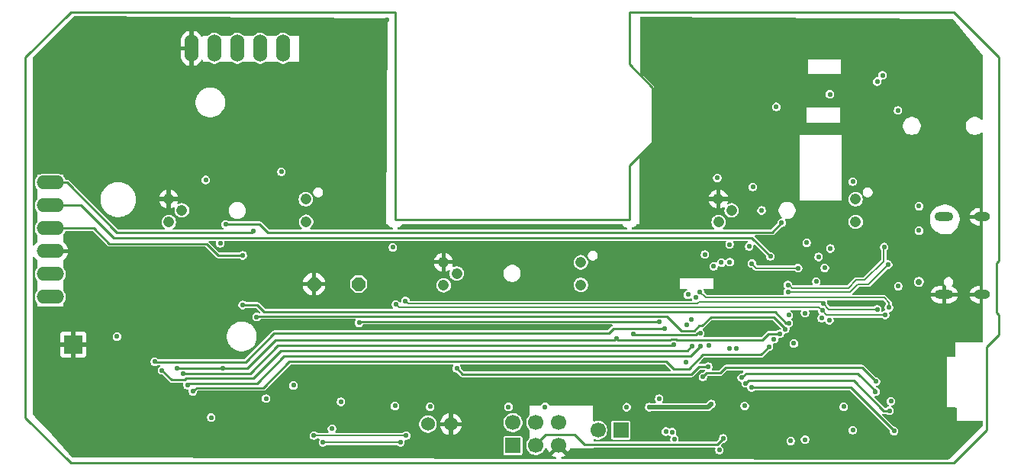
<source format=gbr>
%TF.GenerationSoftware,KiCad,Pcbnew,9.0.2*%
%TF.CreationDate,2025-08-01T13:44:12+01:00*%
%TF.ProjectId,FED3,46454433-2e6b-4696-9361-645f70636258,rev?*%
%TF.SameCoordinates,Original*%
%TF.FileFunction,Copper,L2,Inr*%
%TF.FilePolarity,Positive*%
%FSLAX46Y46*%
G04 Gerber Fmt 4.6, Leading zero omitted, Abs format (unit mm)*
G04 Created by KiCad (PCBNEW 9.0.2) date 2025-08-01 13:44:12*
%MOMM*%
%LPD*%
G01*
G04 APERTURE LIST*
G04 Aperture macros list*
%AMOutline5P*
0 Free polygon, 5 corners , with rotation*
0 The origin of the aperture is its center*
0 number of corners: always 5*
0 $1 to $10 corner X, Y*
0 $11 Rotation angle, in degrees counterclockwise*
0 create outline with 5 corners*
4,1,5,$1,$2,$3,$4,$5,$6,$7,$8,$9,$10,$1,$2,$11*%
%AMOutline6P*
0 Free polygon, 6 corners , with rotation*
0 The origin of the aperture is its center*
0 number of corners: always 6*
0 $1 to $12 corner X, Y*
0 $13 Rotation angle, in degrees counterclockwise*
0 create outline with 6 corners*
4,1,6,$1,$2,$3,$4,$5,$6,$7,$8,$9,$10,$11,$12,$1,$2,$13*%
%AMOutline7P*
0 Free polygon, 7 corners , with rotation*
0 The origin of the aperture is its center*
0 number of corners: always 7*
0 $1 to $14 corner X, Y*
0 $15 Rotation angle, in degrees counterclockwise*
0 create outline with 7 corners*
4,1,7,$1,$2,$3,$4,$5,$6,$7,$8,$9,$10,$11,$12,$13,$14,$1,$2,$15*%
%AMOutline8P*
0 Free polygon, 8 corners , with rotation*
0 The origin of the aperture is its center*
0 number of corners: always 8*
0 $1 to $16 corner X, Y*
0 $17 Rotation angle, in degrees counterclockwise*
0 create outline with 8 corners*
4,1,8,$1,$2,$3,$4,$5,$6,$7,$8,$9,$10,$11,$12,$13,$14,$15,$16,$1,$2,$17*%
G04 Aperture macros list end*
%TA.AperFunction,ComponentPad*%
%ADD10C,1.700000*%
%TD*%
%TA.AperFunction,ComponentPad*%
%ADD11R,1.700000X1.700000*%
%TD*%
%TA.AperFunction,ComponentPad*%
%ADD12O,3.048000X1.524000*%
%TD*%
%TA.AperFunction,HeatsinkPad*%
%ADD13C,0.510000*%
%TD*%
%TA.AperFunction,ComponentPad*%
%ADD14C,1.524000*%
%TD*%
%TA.AperFunction,HeatsinkPad*%
%ADD15O,2.100000X1.000000*%
%TD*%
%TA.AperFunction,HeatsinkPad*%
%ADD16O,1.800000X1.000000*%
%TD*%
%TA.AperFunction,ComponentPad*%
%ADD17R,2.000000X2.000000*%
%TD*%
%TA.AperFunction,ComponentPad*%
%ADD18Outline8P,-0.762000X0.315631X-0.315631X0.762000X0.315631X0.762000X0.762000X0.315631X0.762000X-0.315631X0.315631X-0.762000X-0.315631X-0.762000X-0.762000X-0.315631X180.000000*%
%TD*%
%TA.AperFunction,ComponentPad*%
%ADD19O,1.524000X3.048000*%
%TD*%
%TA.AperFunction,ComponentPad*%
%ADD20C,1.208000*%
%TD*%
%TA.AperFunction,ViaPad*%
%ADD21C,0.550000*%
%TD*%
%TA.AperFunction,ViaPad*%
%ADD22C,0.600000*%
%TD*%
%TA.AperFunction,ViaPad*%
%ADD23C,0.700000*%
%TD*%
%TA.AperFunction,Conductor*%
%ADD24C,0.220000*%
%TD*%
%TA.AperFunction,Conductor*%
%ADD25C,0.500000*%
%TD*%
%TA.AperFunction,Conductor*%
%ADD26C,0.250000*%
%TD*%
%TA.AperFunction,Conductor*%
%ADD27C,0.210000*%
%TD*%
%TA.AperFunction,Profile*%
%ADD28C,0.250000*%
%TD*%
G04 APERTURE END LIST*
D10*
%TO.N,VBat*%
%TO.C,J2*%
X158010000Y-126400000D03*
D11*
%TO.N,Net-(J2-Pin_1)*%
X160550000Y-126400000D03*
%TD*%
D12*
%TO.N,/Controller Stage/D10*%
%TO.C,SCREEN0*%
X97251100Y-98903600D03*
%TO.N,/Controller Stage/D11*%
X97251100Y-101443600D03*
%TO.N,/Controller Stage/D12*%
X97251100Y-103983600D03*
%TO.N,GND*%
X97251100Y-106523600D03*
%TO.N,unconnected-(SCREEN0-Pin_5-Pad5)*%
X97251100Y-109063600D03*
%TO.N,+3V3*%
X97251100Y-111603600D03*
%TD*%
D10*
%TO.N,/Controller Stage/~{RESET}*%
%TO.C,J1*%
X153662050Y-125569743D03*
%TO.N,GND*%
X153662050Y-128109743D03*
%TO.N,unconnected-(J1-Pin_4-Pad4)*%
X151122050Y-125569743D03*
%TO.N,/Controller Stage/SWDIO*%
X151122050Y-128109743D03*
%TO.N,+3V3*%
X148582050Y-125569743D03*
D11*
%TO.N,/Controller Stage/SWCLK*%
X148582050Y-128109743D03*
%TD*%
D13*
%TO.N,GND*%
%TO.C,U3*%
X169710600Y-126825000D03*
X169710600Y-125900000D03*
X169710600Y-124975000D03*
X168630600Y-126825000D03*
X168630600Y-125900000D03*
X168630600Y-124975000D03*
%TD*%
D14*
%TO.N,GND*%
%TO.C,X5*%
X141694300Y-125736400D03*
%TO.N,VBat*%
X139154300Y-125736400D03*
%TD*%
D15*
%TO.N,GND*%
%TO.C,J6*%
X196429200Y-111353600D03*
D16*
X200609200Y-111353600D03*
D15*
X196429200Y-102713600D03*
D16*
X200609200Y-102713600D03*
%TD*%
D17*
%TO.N,GND*%
%TO.C,TP5*%
X99800000Y-116900000D03*
%TD*%
D18*
%TO.N,RX*%
%TO.C,BZ1*%
X131459200Y-110180000D03*
%TO.N,GND*%
X126510000Y-110180000D03*
%TD*%
D19*
%TO.N,GND*%
%TO.C,MOTOR0*%
X112921100Y-84003600D03*
%TO.N,/ORANGE*%
X115461100Y-84003600D03*
%TO.N,/YELLOW*%
X118001100Y-84003600D03*
%TO.N,/PINK*%
X120541100Y-84003600D03*
%TO.N,/BLUE*%
X123081100Y-84003600D03*
%TD*%
D20*
%TO.N,+3V3*%
%TO.C,PI3*%
X125601100Y-100763600D03*
%TO.N,Net-(PI3-Pad2)*%
X125621100Y-103273600D03*
%TO.N,+3V3*%
X110401100Y-103303600D03*
%TO.N,D5*%
X111851100Y-102003600D03*
%TO.N,GND*%
X110381100Y-100733600D03*
%TD*%
%TO.N,+3V3*%
%TO.C,PI1*%
X186601100Y-100763600D03*
%TO.N,Net-(PI1-Pad2)*%
X186621100Y-103273600D03*
%TO.N,+3V3*%
X171401100Y-103303600D03*
%TO.N,D6*%
X172851100Y-102003600D03*
%TO.N,GND*%
X171381100Y-100733600D03*
%TD*%
%TO.N,+3V3*%
%TO.C,PI2*%
X156101100Y-107763600D03*
%TO.N,Net-(PI2-Pad2)*%
X156121100Y-110273600D03*
%TO.N,+3V3*%
X140901100Y-110303600D03*
%TO.N,TX*%
X142351100Y-109003600D03*
%TO.N,GND*%
X140881100Y-107733600D03*
%TD*%
D21*
%TO.N,GND*%
X162800000Y-124941002D03*
X197034500Y-90526000D03*
X181700000Y-104150000D03*
X184800000Y-118450000D03*
X187050000Y-112350000D03*
X163750000Y-86250000D03*
X138025000Y-111225000D03*
X128150000Y-122200000D03*
X131600000Y-98850000D03*
X117300000Y-86600000D03*
X108825000Y-94375000D03*
X197410000Y-124400000D03*
X178500000Y-104700000D03*
X185700000Y-127350000D03*
X110525000Y-112900000D03*
X109000000Y-108700000D03*
X187300000Y-106300000D03*
X188975000Y-127500000D03*
X199075000Y-126750000D03*
X161850000Y-120805000D03*
X128800000Y-91450000D03*
X193750000Y-115300000D03*
X173350000Y-118700000D03*
X174925000Y-114575000D03*
X147852894Y-103795731D03*
X114300000Y-102000000D03*
D22*
X155050000Y-111000000D03*
D21*
X160700000Y-107000000D03*
X114550000Y-112050000D03*
X112075000Y-114975000D03*
X145100000Y-125800000D03*
X173150000Y-114500000D03*
X112225000Y-108875000D03*
X137400000Y-120600000D03*
X187900000Y-89425000D03*
X164500000Y-119500000D03*
D22*
X158889001Y-115006584D03*
D21*
X185250000Y-89350000D03*
X200400000Y-114700000D03*
X97025000Y-86825000D03*
X193600000Y-128500000D03*
X103725000Y-88225000D03*
X177875000Y-123125000D03*
X179951900Y-91029400D03*
X186000000Y-97800000D03*
X177050000Y-95825000D03*
X190373000Y-107111800D03*
X112675000Y-123250000D03*
X122000000Y-98750000D03*
X159150000Y-109000000D03*
X182275000Y-115400000D03*
X152700000Y-108700000D03*
X133283100Y-86415600D03*
X175735500Y-91029400D03*
X143050000Y-111400000D03*
X158550000Y-111650000D03*
X182300000Y-122900000D03*
X103725000Y-98300000D03*
X166700000Y-103700000D03*
X161125000Y-122900000D03*
X98815300Y-96778800D03*
X105475000Y-83975000D03*
X129175000Y-100975000D03*
X174000000Y-96000000D03*
X122225000Y-112425000D03*
X113800000Y-129000000D03*
X196340000Y-120170000D03*
X125041765Y-120429854D03*
X169360000Y-108997500D03*
X149650000Y-120850000D03*
X121300000Y-125250000D03*
X126600000Y-86600000D03*
X126250000Y-80900000D03*
X132500000Y-124650000D03*
X134600000Y-80800000D03*
X108600000Y-120150000D03*
X134100000Y-101700000D03*
X191058800Y-125222000D03*
X163400000Y-81300000D03*
X173200000Y-110700000D03*
X196750000Y-117700000D03*
X197799100Y-82351600D03*
X166290335Y-122112423D03*
X185800000Y-104650000D03*
X119750000Y-99750000D03*
X100263100Y-81589600D03*
X131025000Y-106900000D03*
X111800000Y-97900000D03*
X113325000Y-80800000D03*
X191236600Y-96037400D03*
X111900000Y-126000000D03*
X125050000Y-96050000D03*
X189400000Y-119550000D03*
X152025000Y-119475000D03*
X166300000Y-111650000D03*
X99550000Y-105450000D03*
X124300000Y-86400000D03*
X139250000Y-115000000D03*
X137395300Y-109245800D03*
X95713900Y-117221400D03*
X115200000Y-126350000D03*
X132500000Y-119600000D03*
X119400000Y-108400000D03*
X186800000Y-81300000D03*
X178925000Y-107200000D03*
X116300000Y-128350000D03*
X144700000Y-122250000D03*
X146200000Y-129100000D03*
X165785000Y-106972500D03*
X133050000Y-111550000D03*
X105400000Y-122800000D03*
X141875000Y-122500000D03*
X154925000Y-119475000D03*
X107600000Y-128800000D03*
X193800000Y-121050000D03*
X129400000Y-114700000D03*
X174150000Y-103275000D03*
X176250000Y-129200000D03*
X144761300Y-108509200D03*
X108000000Y-112300000D03*
X104600000Y-118900000D03*
X122100000Y-107900000D03*
X111693100Y-87050600D03*
X184650000Y-124850000D03*
X120600000Y-127300000D03*
X192660000Y-117600000D03*
X101725000Y-110225000D03*
X184627690Y-109543265D03*
X114400000Y-115200000D03*
X117900000Y-109900000D03*
X189350000Y-115700000D03*
X157550000Y-121500000D03*
X111693100Y-91495600D03*
X184969500Y-93142200D03*
X115050000Y-123100000D03*
X149074710Y-115016462D03*
X134550000Y-128500000D03*
X97977100Y-126547600D03*
X134000000Y-94500000D03*
X117100000Y-114200000D03*
X121300000Y-86600000D03*
X109050000Y-122525000D03*
X159250000Y-103800000D03*
X95691100Y-94289600D03*
X163500000Y-96500000D03*
X98253900Y-122047400D03*
X175251800Y-111062165D03*
X136850000Y-103800000D03*
X173000000Y-121250000D03*
X115950000Y-103100000D03*
X130716405Y-125548435D03*
X176903900Y-84171400D03*
X173691900Y-84455400D03*
X116950000Y-117415000D03*
X169071464Y-121400169D03*
X163900000Y-102450000D03*
X101475000Y-92175000D03*
%TO.N,+3V3*%
X174800000Y-106000000D03*
X183184800Y-108381800D03*
X116100000Y-105655000D03*
X177800000Y-90500000D03*
X183700000Y-114200000D03*
X181178200Y-105587800D03*
X104650000Y-116000000D03*
X128500000Y-126250000D03*
X168005000Y-111350000D03*
X182250000Y-109900000D03*
X173400000Y-117299813D03*
X115100000Y-125000000D03*
X182850000Y-113950000D03*
X172625000Y-105775000D03*
X190525400Y-123190000D03*
X135250000Y-106100000D03*
X182499000Y-107162600D03*
X183800000Y-106230000D03*
%TO.N,/IOs Interface/VCCNEO*%
X152159100Y-123816200D03*
X114500000Y-98620000D03*
X148095100Y-123816200D03*
X135500000Y-123716000D03*
X139400000Y-123800000D03*
X163707689Y-123841600D03*
X121193750Y-122906250D03*
X129500000Y-123250000D03*
X175200000Y-99400000D03*
X161200000Y-123850000D03*
X170600000Y-123500000D03*
X174300000Y-123716000D03*
%TO.N,/EN*%
X191338200Y-110413800D03*
%TO.N,Net-(LED1-DI)*%
X167775000Y-118850000D03*
%TO.N,Net-(LED8-DO)*%
X122900000Y-97700000D03*
X124228175Y-121428176D03*
%TO.N,Net-(LED10-DI)*%
X116700000Y-103550000D03*
X178400000Y-103378000D03*
%TO.N,/Controller Stage/SCL*%
X136650000Y-112050000D03*
X189000000Y-113000000D03*
X183000000Y-112350000D03*
X126500000Y-127000000D03*
X189000000Y-87700000D03*
X136750000Y-127000000D03*
%TO.N,/Controller Stage/SDA*%
X127500000Y-127750000D03*
X182898234Y-113113248D03*
X136101000Y-127750000D03*
X135600000Y-112450000D03*
X189900000Y-113600000D03*
X189600000Y-87000000D03*
%TO.N,/Controller Stage/AREF*%
X168900000Y-111687500D03*
X169885000Y-106897500D03*
%TO.N,VUSB*%
X193649600Y-104241600D03*
D23*
X193624200Y-109931200D03*
D21*
X193649600Y-101523800D03*
%TO.N,RX*%
X172615854Y-117309459D03*
X164800000Y-114350000D03*
X131505030Y-114475628D03*
%TO.N,A0*%
X191300000Y-90900000D03*
X190300000Y-112800000D03*
X169300000Y-111025000D03*
%TO.N,TX*%
X142350000Y-119550000D03*
X170250000Y-119350000D03*
%TO.N,D6*%
X176172000Y-102003600D03*
X179178408Y-113644953D03*
%TO.N,D5*%
X113075000Y-122100000D03*
X177000000Y-117147512D03*
%TO.N,D13*%
X178205779Y-115700000D03*
X116350000Y-119495000D03*
X111350000Y-119500000D03*
X160060000Y-116200000D03*
%TO.N,/Controller Stage/SWDIO*%
X171915000Y-127320000D03*
X171712500Y-107787500D03*
%TO.N,/Controller Stage/~{RESET}*%
X179750000Y-116775000D03*
X180225000Y-108400000D03*
X179400000Y-127600000D03*
X175100000Y-107900000D03*
%TO.N,D8*%
X169365000Y-115645000D03*
X161977136Y-115748717D03*
%TO.N,/Controller Stage/SWCLK*%
X172650000Y-107750000D03*
X171500000Y-128600000D03*
%TO.N,/Controller Stage/D10*%
X120150000Y-113830000D03*
X178809985Y-115174790D03*
X119750000Y-104300000D03*
%TO.N,/Controller Stage/D11*%
X177550000Y-116300000D03*
X177150000Y-107100000D03*
%TO.N,/Controller Stage/D12*%
X118600000Y-112500000D03*
X179174262Y-114496407D03*
X118600000Y-107000000D03*
%TO.N,/Controller Stage/SD_CS*%
X188865168Y-121000000D03*
X169665300Y-120484700D03*
%TO.N,/Controller Stage/SCK*%
X174400000Y-121200000D03*
X190350000Y-124250000D03*
%TO.N,D+*%
X189779200Y-106070400D03*
X179100448Y-110287271D03*
%TO.N,D-*%
X190211771Y-108013359D03*
X179091310Y-111057219D03*
%TO.N,/Controller Stage/D7*%
X181000000Y-113400000D03*
X181000000Y-127450000D03*
%TO.N,/Controller Stage/MISO*%
X175050000Y-121650000D03*
X190875000Y-126500000D03*
%TO.N,A2*%
X168399824Y-114134000D03*
X169356276Y-117097000D03*
X112475000Y-121400000D03*
%TO.N,A5*%
X165405000Y-115143717D03*
X108850000Y-118800000D03*
X170850000Y-108200000D03*
%TO.N,A4*%
X168461636Y-117097000D03*
X109650000Y-119750000D03*
%TO.N,A3*%
X166400000Y-116900000D03*
X167855300Y-114739000D03*
X111975000Y-120100000D03*
%TO.N,D9*%
X170300000Y-117000000D03*
X166500000Y-127400000D03*
%TO.N,Net-(IC4-VBAT)*%
X183759600Y-89109600D03*
X171259900Y-98406000D03*
%TO.N,VBat*%
X166245879Y-126602052D03*
X164800000Y-122900000D03*
X165552592Y-126559814D03*
X186300000Y-126400000D03*
%TO.N,/Controller Stage/MOSI*%
X188823600Y-122123200D03*
X173972880Y-120559319D03*
%TO.N,Net-(U3-STAT1)*%
X186300000Y-98800000D03*
X185300000Y-123800000D03*
%TD*%
D24*
%TO.N,/Controller Stage/SWDIO*%
X152238557Y-126886443D02*
X151122050Y-128002950D01*
X155436443Y-126886443D02*
X152238557Y-126886443D01*
X151122050Y-128002950D02*
X151122050Y-128109743D01*
X156550000Y-128000000D02*
X155436443Y-126886443D01*
X171235000Y-128000000D02*
X156550000Y-128000000D01*
X171915000Y-127320000D02*
X171235000Y-128000000D01*
D25*
%TO.N,/IOs Interface/VCCNEO*%
X163707689Y-123841600D02*
X170258400Y-123841600D01*
X170258400Y-123841600D02*
X170600000Y-123500000D01*
D26*
%TO.N,Net-(LED10-DI)*%
X116750000Y-103500000D02*
X116700000Y-103550000D01*
X178400000Y-103378000D02*
X177353000Y-104425000D01*
X177353000Y-104425000D02*
X121375000Y-104425000D01*
X120450000Y-103500000D02*
X116750000Y-103500000D01*
X121375000Y-104425000D02*
X120450000Y-103500000D01*
D27*
%TO.N,/Controller Stage/SCL*%
X182850000Y-112200000D02*
X169237443Y-112200000D01*
X169068443Y-112369000D02*
X136969000Y-112369000D01*
X189000000Y-113000000D02*
X183650000Y-113000000D01*
X169237443Y-112200000D02*
X169068443Y-112369000D01*
X183000000Y-112350000D02*
X182850000Y-112200000D01*
X183650000Y-113000000D02*
X183000000Y-112350000D01*
X136969000Y-112369000D02*
X136650000Y-112050000D01*
X126500000Y-127000000D02*
X136750000Y-127000000D01*
%TO.N,/Controller Stage/SDA*%
X183384986Y-113600000D02*
X189900000Y-113600000D01*
X127500000Y-127750000D02*
X136101000Y-127750000D01*
X169296969Y-112750000D02*
X169246969Y-112800000D01*
X135950000Y-112800000D02*
X135600000Y-112450000D01*
X182534986Y-112750000D02*
X169296969Y-112750000D01*
X182898234Y-113113248D02*
X182534986Y-112750000D01*
X169246969Y-112800000D02*
X135950000Y-112800000D01*
X182898234Y-113113248D02*
X183384986Y-113600000D01*
D24*
%TO.N,RX*%
X131630658Y-114350000D02*
X131505030Y-114475628D01*
X164800000Y-114350000D02*
X131630658Y-114350000D01*
D27*
%TO.N,A0*%
X189770060Y-111700000D02*
X169975000Y-111700000D01*
X190300000Y-112800000D02*
X190300000Y-112229940D01*
X190300000Y-112229940D02*
X189770060Y-111700000D01*
X169975000Y-111700000D02*
X169300000Y-111025000D01*
D24*
%TO.N,TX*%
X168350000Y-120200000D02*
X143000000Y-120200000D01*
X169200000Y-119350000D02*
X168350000Y-120200000D01*
X170250000Y-119350000D02*
X169200000Y-119350000D01*
X143000000Y-120200000D02*
X142350000Y-119550000D01*
%TO.N,D5*%
X165600000Y-118800000D02*
X123800000Y-118800000D01*
X169675000Y-118025000D02*
X168100000Y-119600000D01*
X113480000Y-121695000D02*
X113075000Y-122100000D01*
X166400000Y-119600000D02*
X165600000Y-118800000D01*
X177000000Y-117147512D02*
X176122512Y-118025000D01*
X176122512Y-118025000D02*
X169675000Y-118025000D01*
X168100000Y-119600000D02*
X166400000Y-119600000D01*
X120905000Y-121695000D02*
X113480000Y-121695000D01*
X123800000Y-118800000D02*
X120905000Y-121695000D01*
%TO.N,D13*%
X170048986Y-116394000D02*
X170042986Y-116400000D01*
X166042986Y-116400000D02*
X160260000Y-116400000D01*
X176225000Y-116400000D02*
X170557014Y-116400000D01*
X166148986Y-116294000D02*
X166042986Y-116400000D01*
X170551014Y-116394000D02*
X170048986Y-116394000D01*
X177800600Y-115695000D02*
X176930000Y-115695000D01*
X166757014Y-116400000D02*
X166651014Y-116294000D01*
X176930000Y-115695000D02*
X176225000Y-116400000D01*
X170042986Y-116400000D02*
X166757014Y-116400000D01*
X160260000Y-116400000D02*
X160060000Y-116200000D01*
X177805600Y-115700000D02*
X177800600Y-115695000D01*
X119105000Y-119495000D02*
X122200000Y-116400000D01*
X159860000Y-116400000D02*
X160060000Y-116200000D01*
X178205779Y-115700000D02*
X177805600Y-115700000D01*
X170557014Y-116400000D02*
X170551014Y-116394000D01*
X111350000Y-119500000D02*
X112220000Y-119495000D01*
X166651014Y-116294000D02*
X166148986Y-116294000D01*
X112220000Y-119495000D02*
X119105000Y-119495000D01*
X122200000Y-116400000D02*
X159860000Y-116400000D01*
D27*
%TO.N,/Controller Stage/~{RESET}*%
X180225000Y-108400000D02*
X175600000Y-108400000D01*
X175600000Y-108400000D02*
X175100000Y-107900000D01*
D24*
%TO.N,D8*%
X162013419Y-115785000D02*
X161977136Y-115748717D01*
X168910000Y-115785000D02*
X162013419Y-115785000D01*
X169050000Y-115645000D02*
X168910000Y-115785000D01*
X169365000Y-115645000D02*
X169050000Y-115645000D01*
%TO.N,/Controller Stage/D10*%
X168706000Y-115344000D02*
X169231000Y-114819000D01*
X178809985Y-115109985D02*
X178809985Y-115174790D01*
X119750000Y-104300000D02*
X119600000Y-104450000D01*
X170550000Y-113850000D02*
X177550000Y-113850000D01*
X169231000Y-114819000D02*
X169581000Y-114819000D01*
X119600000Y-104450000D02*
X104650000Y-104450000D01*
X120150000Y-113830000D02*
X120239000Y-113741000D01*
X177550000Y-113850000D02*
X178809985Y-115109985D01*
X169581000Y-114819000D02*
X170550000Y-113850000D01*
X165691000Y-113741000D02*
X167294000Y-115344000D01*
X99103600Y-98903600D02*
X97251100Y-98903600D01*
X104650000Y-104450000D02*
X99103600Y-98903600D01*
X120239000Y-113741000D02*
X165691000Y-113741000D01*
X167294000Y-115344000D02*
X168706000Y-115344000D01*
%TO.N,/Controller Stage/D11*%
X100643600Y-101443600D02*
X97251100Y-101443600D01*
X104250000Y-105050000D02*
X100643600Y-101443600D01*
X175100000Y-105050000D02*
X104250000Y-105050000D01*
X177150000Y-107100000D02*
X175100000Y-105050000D01*
%TO.N,/Controller Stage/D12*%
X179174262Y-114496407D02*
X178896407Y-114496407D01*
X114579756Y-105700000D02*
X103800000Y-105700000D01*
X178896407Y-114496407D02*
X177650000Y-113250000D01*
X120980000Y-113250000D02*
X120230000Y-112500000D01*
X120230000Y-112500000D02*
X118600000Y-112500000D01*
X115879756Y-107000000D02*
X114579756Y-105700000D01*
X102083600Y-103983600D02*
X97251100Y-103983600D01*
X103800000Y-105700000D02*
X102083600Y-103983600D01*
X177650000Y-113250000D02*
X120980000Y-113250000D01*
X118600000Y-107000000D02*
X115879756Y-107000000D01*
%TO.N,/Controller Stage/SD_CS*%
X187315168Y-119450000D02*
X188865168Y-121000000D01*
X172200000Y-119450000D02*
X187315168Y-119450000D01*
X169665300Y-120484700D02*
X170089001Y-120060999D01*
X171589001Y-120060999D02*
X172200000Y-119450000D01*
X170089001Y-120060999D02*
X171589001Y-120060999D01*
D26*
%TO.N,/Controller Stage/SCK*%
X189750000Y-124250000D02*
X190350000Y-124250000D01*
X174700000Y-120900000D02*
X186400000Y-120900000D01*
X174400000Y-121200000D02*
X174700000Y-120900000D01*
X186400000Y-120900000D02*
X189750000Y-124250000D01*
D27*
%TO.N,D+*%
X179275000Y-110325000D02*
X179138177Y-110325000D01*
X189779200Y-106070400D02*
X189738000Y-106111600D01*
X189738000Y-107645200D02*
X187633200Y-109750000D01*
X185781800Y-110625000D02*
X179575000Y-110625000D01*
X186656800Y-109750000D02*
X185781800Y-110625000D01*
X187633200Y-109750000D02*
X186656800Y-109750000D01*
X179575000Y-110625000D02*
X179275000Y-110325000D01*
X189738000Y-106111600D02*
X189738000Y-107645200D01*
X179138177Y-110325000D02*
X179100448Y-110287271D01*
%TO.N,D-*%
X187993152Y-110200000D02*
X186843200Y-110200000D01*
X185988200Y-111055000D02*
X179645000Y-111055000D01*
X190179793Y-108013359D02*
X187993152Y-110200000D01*
X179645000Y-111055000D02*
X179642781Y-111057219D01*
X190211771Y-108013359D02*
X190179793Y-108013359D01*
X179642781Y-111057219D02*
X179091310Y-111057219D01*
X186843200Y-110200000D02*
X185988200Y-111055000D01*
D26*
%TO.N,/Controller Stage/MISO*%
X190875000Y-126500000D02*
X190875000Y-126475000D01*
X190875000Y-126475000D02*
X186050000Y-121650000D01*
X186050000Y-121650000D02*
X175050000Y-121650000D01*
D24*
%TO.N,A2*%
X120200000Y-121200000D02*
X112675000Y-121200000D01*
X123200000Y-118200000D02*
X120200000Y-121200000D01*
X169356276Y-117097000D02*
X168253276Y-118200000D01*
X112675000Y-121200000D02*
X112475000Y-121400000D01*
X168253276Y-118200000D02*
X123200000Y-118200000D01*
%TO.N,A5*%
X159706283Y-115143717D02*
X159200000Y-115650000D01*
X118900000Y-118850000D02*
X108900000Y-118850000D01*
X159200000Y-115650000D02*
X122100000Y-115650000D01*
X165405000Y-115143717D02*
X159706283Y-115143717D01*
X122100000Y-115650000D02*
X118900000Y-118850000D01*
X108900000Y-118850000D02*
X108850000Y-118800000D01*
%TO.N,A4*%
X109650000Y-119750000D02*
X110700000Y-120800000D01*
X122850000Y-117550000D02*
X167930600Y-117550000D01*
X112150000Y-120800000D02*
X112350000Y-120600000D01*
X112350000Y-120600000D02*
X119800000Y-120600000D01*
X168383600Y-117097000D02*
X168461636Y-117097000D01*
X119800000Y-120600000D02*
X122850000Y-117550000D01*
X167930600Y-117550000D02*
X168383600Y-117097000D01*
X110700000Y-120800000D02*
X112150000Y-120800000D01*
%TO.N,A3*%
X166300000Y-117000000D02*
X166400000Y-116900000D01*
X122500000Y-117000000D02*
X166300000Y-117000000D01*
X119400000Y-120100000D02*
X122500000Y-117000000D01*
X111975000Y-120100000D02*
X119400000Y-120100000D01*
D26*
%TO.N,/Controller Stage/MOSI*%
X174432199Y-120100000D02*
X186875000Y-120100000D01*
X173972880Y-120559319D02*
X174432199Y-120100000D01*
X186875000Y-120100000D02*
X188875000Y-122100000D01*
%TD*%
%TA.AperFunction,Conductor*%
%TO.N,GND*%
G36*
X165488847Y-119129713D02*
G01*
X165500851Y-119139965D01*
X165818924Y-119458038D01*
X166078652Y-119717765D01*
X166106878Y-119773163D01*
X166097152Y-119834571D01*
X166053189Y-119878535D01*
X166007517Y-119889500D01*
X143170283Y-119889500D01*
X143111152Y-119870287D01*
X143099148Y-119860035D01*
X142854965Y-119615851D01*
X142826739Y-119560453D01*
X142825500Y-119544716D01*
X142825500Y-119487399D01*
X142825499Y-119487396D01*
X142793095Y-119366464D01*
X142750212Y-119292187D01*
X142732437Y-119261399D01*
X142719511Y-119200583D01*
X142744801Y-119143784D01*
X142798645Y-119112698D01*
X142819560Y-119110500D01*
X165429716Y-119110500D01*
X165488847Y-119129713D01*
G37*
%TD.AperFunction*%
%TA.AperFunction,Conductor*%
G36*
X177438847Y-114179713D02*
G01*
X177450851Y-114189965D01*
X178305020Y-115044133D01*
X178308705Y-115051366D01*
X178315272Y-115056137D01*
X178322551Y-115078542D01*
X178333246Y-115099531D01*
X178334485Y-115115268D01*
X178334485Y-115123900D01*
X178315272Y-115183031D01*
X178264972Y-115219576D01*
X178233885Y-115224500D01*
X178143175Y-115224500D01*
X178022242Y-115256905D01*
X177913815Y-115319504D01*
X177895059Y-115338261D01*
X177878283Y-115355035D01*
X177822887Y-115383261D01*
X177807150Y-115384500D01*
X176889116Y-115384500D01*
X176810154Y-115405658D01*
X176810149Y-115405660D01*
X176739350Y-115446536D01*
X176125851Y-116060035D01*
X176070453Y-116088261D01*
X176054716Y-116089500D01*
X170627530Y-116089500D01*
X170601492Y-116086072D01*
X170591895Y-116083500D01*
X170591893Y-116083500D01*
X170591892Y-116083500D01*
X170089864Y-116083500D01*
X170008107Y-116083500D01*
X170008103Y-116083500D01*
X169998507Y-116086072D01*
X169972469Y-116089500D01*
X169831673Y-116089500D01*
X169772542Y-116070287D01*
X169735997Y-116019987D01*
X169735997Y-115957813D01*
X169744550Y-115938601D01*
X169769267Y-115895789D01*
X169808095Y-115828536D01*
X169840500Y-115707601D01*
X169840500Y-115582399D01*
X169808095Y-115461464D01*
X169745495Y-115353036D01*
X169665850Y-115273391D01*
X169637626Y-115217996D01*
X169647352Y-115156588D01*
X169691316Y-115112624D01*
X169698498Y-115109313D01*
X169700842Y-115108341D01*
X169700849Y-115108340D01*
X169771652Y-115067462D01*
X170649149Y-114189965D01*
X170704547Y-114161739D01*
X170720284Y-114160500D01*
X177379716Y-114160500D01*
X177438847Y-114179713D01*
G37*
%TD.AperFunction*%
%TA.AperFunction,Conductor*%
G36*
X189660979Y-112024713D02*
G01*
X189672983Y-112034965D01*
X189961644Y-112323626D01*
X189989870Y-112379024D01*
X189980144Y-112440432D01*
X189961645Y-112465894D01*
X189919506Y-112508034D01*
X189919504Y-112508037D01*
X189856905Y-112616463D01*
X189824500Y-112737396D01*
X189824500Y-112862603D01*
X189829295Y-112880496D01*
X189856905Y-112983536D01*
X189856906Y-112983537D01*
X189856907Y-112983540D01*
X189859223Y-112987552D01*
X189872147Y-113048368D01*
X189846856Y-113105166D01*
X189798138Y-113135020D01*
X189779577Y-113139993D01*
X189716464Y-113156905D01*
X189716462Y-113156905D01*
X189716462Y-113156906D01*
X189611838Y-113217309D01*
X189551022Y-113230235D01*
X189494223Y-113204945D01*
X189463137Y-113151100D01*
X189464366Y-113104149D01*
X189475500Y-113062601D01*
X189475500Y-112937399D01*
X189443095Y-112816464D01*
X189380495Y-112708036D01*
X189291964Y-112619505D01*
X189183536Y-112556905D01*
X189062603Y-112524500D01*
X189062601Y-112524500D01*
X188937399Y-112524500D01*
X188937396Y-112524500D01*
X188816463Y-112556905D01*
X188708038Y-112619503D01*
X188662505Y-112665036D01*
X188607107Y-112693262D01*
X188591371Y-112694500D01*
X183818212Y-112694500D01*
X183759081Y-112675287D01*
X183747077Y-112665035D01*
X183504965Y-112422923D01*
X183476739Y-112367525D01*
X183475500Y-112351788D01*
X183475500Y-112287399D01*
X183475499Y-112287396D01*
X183469890Y-112266463D01*
X183443095Y-112166464D01*
X183437283Y-112156397D01*
X183424358Y-112095581D01*
X183449649Y-112038783D01*
X183503494Y-112007698D01*
X183524407Y-112005500D01*
X189601848Y-112005500D01*
X189660979Y-112024713D01*
G37*
%TD.AperFunction*%
%TA.AperFunction,Conductor*%
G36*
X197313174Y-80743260D02*
G01*
X197372164Y-80762898D01*
X197390169Y-80779984D01*
X200681460Y-84784841D01*
X200704160Y-84842723D01*
X200704339Y-84848602D01*
X200712094Y-91824691D01*
X200692947Y-91883844D01*
X200642687Y-91920445D01*
X200580513Y-91920514D01*
X200540359Y-91895938D01*
X200482080Y-91837659D01*
X200318218Y-91728170D01*
X200318210Y-91728166D01*
X200136137Y-91652749D01*
X200007272Y-91627116D01*
X199942841Y-91614300D01*
X199745759Y-91614300D01*
X199697435Y-91623912D01*
X199552462Y-91652749D01*
X199370389Y-91728166D01*
X199370381Y-91728170D01*
X199206519Y-91837659D01*
X199206518Y-91837661D01*
X199067161Y-91977018D01*
X199067159Y-91977019D01*
X198957670Y-92140881D01*
X198957666Y-92140889D01*
X198882249Y-92322962D01*
X198843800Y-92516259D01*
X198843800Y-92713340D01*
X198882249Y-92906637D01*
X198957666Y-93088710D01*
X198957670Y-93088718D01*
X199067159Y-93252580D01*
X199206519Y-93391940D01*
X199370381Y-93501429D01*
X199370383Y-93501430D01*
X199370386Y-93501432D01*
X199461425Y-93539141D01*
X199552462Y-93576850D01*
X199552463Y-93576850D01*
X199552465Y-93576851D01*
X199745759Y-93615300D01*
X199745760Y-93615300D01*
X199942840Y-93615300D01*
X199942841Y-93615300D01*
X200136135Y-93576851D01*
X200318214Y-93501432D01*
X200482082Y-93391939D01*
X200542114Y-93331906D01*
X200597510Y-93303681D01*
X200658919Y-93313406D01*
X200702883Y-93357370D01*
X200713848Y-93402930D01*
X200723016Y-101650599D01*
X200723017Y-101650600D01*
X200723865Y-102413600D01*
X200381000Y-102413600D01*
X200381000Y-101757200D01*
X200115004Y-101757200D01*
X199930225Y-101793954D01*
X199756178Y-101866047D01*
X199756170Y-101866051D01*
X199599529Y-101970716D01*
X199599528Y-101970716D01*
X199466316Y-102103928D01*
X199466316Y-102103929D01*
X199361651Y-102260570D01*
X199361647Y-102260578D01*
X199289554Y-102434626D01*
X199279455Y-102485399D01*
X199279456Y-102485400D01*
X200013135Y-102485400D01*
X199969140Y-102529395D01*
X199929644Y-102597804D01*
X199909200Y-102674104D01*
X199909200Y-102753096D01*
X199929644Y-102829396D01*
X199969140Y-102897805D01*
X200013135Y-102941800D01*
X199279455Y-102941800D01*
X199289554Y-102992573D01*
X199361647Y-103166621D01*
X199361651Y-103166629D01*
X199466316Y-103323270D01*
X199466316Y-103323271D01*
X199599528Y-103456483D01*
X199756170Y-103561148D01*
X199756178Y-103561152D01*
X199930225Y-103633245D01*
X200115004Y-103670000D01*
X200381000Y-103670000D01*
X200381000Y-103013600D01*
X200724532Y-103013600D01*
X200725380Y-103776600D01*
X200732620Y-110290599D01*
X200732621Y-110290600D01*
X200733469Y-111053600D01*
X200381000Y-111053600D01*
X200381000Y-110397200D01*
X200115004Y-110397200D01*
X199930225Y-110433954D01*
X199756178Y-110506047D01*
X199756170Y-110506051D01*
X199599529Y-110610716D01*
X199599528Y-110610716D01*
X199466316Y-110743928D01*
X199466316Y-110743929D01*
X199361651Y-110900570D01*
X199361647Y-110900578D01*
X199289554Y-111074626D01*
X199279455Y-111125399D01*
X199279456Y-111125400D01*
X200013135Y-111125400D01*
X199969140Y-111169395D01*
X199929644Y-111237804D01*
X199909200Y-111314104D01*
X199909200Y-111393096D01*
X199929644Y-111469396D01*
X199969140Y-111537805D01*
X200013135Y-111581800D01*
X199279455Y-111581800D01*
X199289554Y-111632573D01*
X199361647Y-111806621D01*
X199361651Y-111806629D01*
X199466316Y-111963270D01*
X199466316Y-111963271D01*
X199599528Y-112096483D01*
X199756170Y-112201148D01*
X199756178Y-112201152D01*
X199930225Y-112273245D01*
X200115004Y-112310000D01*
X200381000Y-112310000D01*
X200381000Y-111653600D01*
X200734136Y-111653600D01*
X200734984Y-112416600D01*
X200737480Y-114661473D01*
X200739614Y-116581929D01*
X200739628Y-116594062D01*
X200720481Y-116653215D01*
X200670221Y-116689816D01*
X200639028Y-116694774D01*
X197672463Y-116694774D01*
X197672463Y-118142579D01*
X197653250Y-118201710D01*
X197602950Y-118238255D01*
X197571643Y-118243179D01*
X196750000Y-118241385D01*
X196750000Y-123878177D01*
X197710217Y-123878177D01*
X197769348Y-123897390D01*
X197805893Y-123947690D01*
X197810817Y-123978777D01*
X197810817Y-125394423D01*
X200648922Y-125394423D01*
X200708053Y-125413636D01*
X200744598Y-125463936D01*
X200749521Y-125494910D01*
X200749621Y-125583718D01*
X200749953Y-125882870D01*
X200730806Y-125942023D01*
X200720012Y-125954590D01*
X197004456Y-129620933D01*
X196948872Y-129648789D01*
X196933616Y-129649925D01*
X154022194Y-129572673D01*
X153963097Y-129553354D01*
X153926643Y-129502988D01*
X153926755Y-129440814D01*
X153963390Y-129390580D01*
X153991289Y-129376396D01*
X154163538Y-129320430D01*
X154346750Y-129227078D01*
X154410409Y-129180827D01*
X153815773Y-128586190D01*
X153855043Y-128575668D01*
X153969057Y-128509842D01*
X154062149Y-128416750D01*
X154071820Y-128400000D01*
X154233361Y-128400000D01*
X154292492Y-128419213D01*
X154304496Y-128429465D01*
X154733134Y-128858102D01*
X154779385Y-128794443D01*
X154872740Y-128611225D01*
X154918784Y-128469514D01*
X154955328Y-128419213D01*
X155014459Y-128400000D01*
X157517501Y-128400000D01*
X157523241Y-128394201D01*
X157536241Y-128352787D01*
X157586172Y-128315740D01*
X157618216Y-128310500D01*
X170954193Y-128310500D01*
X171013324Y-128329713D01*
X171049869Y-128380013D01*
X171051365Y-128437138D01*
X171024500Y-128537395D01*
X171024500Y-128662603D01*
X171055796Y-128779398D01*
X171056905Y-128783536D01*
X171119505Y-128891964D01*
X171208036Y-128980495D01*
X171316464Y-129043095D01*
X171437399Y-129075500D01*
X171562601Y-129075500D01*
X171683536Y-129043095D01*
X171791964Y-128980495D01*
X171880495Y-128891964D01*
X171943095Y-128783536D01*
X171975500Y-128662601D01*
X171975500Y-128537399D01*
X171943095Y-128416464D01*
X171880495Y-128308036D01*
X171791964Y-128219505D01*
X171781055Y-128213207D01*
X171715863Y-128175569D01*
X171691627Y-128161576D01*
X171650026Y-128115374D01*
X171643526Y-128053540D01*
X171670791Y-128003322D01*
X171849149Y-127824965D01*
X171904547Y-127796739D01*
X171920284Y-127795500D01*
X171977601Y-127795500D01*
X172098536Y-127763095D01*
X172206964Y-127700495D01*
X172295495Y-127611964D01*
X172338546Y-127537396D01*
X178924500Y-127537396D01*
X178924500Y-127662603D01*
X178951427Y-127763094D01*
X178956905Y-127783536D01*
X179019505Y-127891964D01*
X179108036Y-127980495D01*
X179216464Y-128043095D01*
X179337399Y-128075500D01*
X179462601Y-128075500D01*
X179583536Y-128043095D01*
X179691964Y-127980495D01*
X179780495Y-127891964D01*
X179843095Y-127783536D01*
X179875500Y-127662601D01*
X179875500Y-127537399D01*
X179843095Y-127416464D01*
X179826313Y-127387396D01*
X180524500Y-127387396D01*
X180524500Y-127512603D01*
X180556905Y-127633536D01*
X180588000Y-127687396D01*
X180619505Y-127741964D01*
X180708036Y-127830495D01*
X180816464Y-127893095D01*
X180937399Y-127925500D01*
X181062601Y-127925500D01*
X181183536Y-127893095D01*
X181291964Y-127830495D01*
X181380495Y-127741964D01*
X181443095Y-127633536D01*
X181475500Y-127512601D01*
X181475500Y-127387399D01*
X181443095Y-127266464D01*
X181380495Y-127158036D01*
X181291964Y-127069505D01*
X181280009Y-127062603D01*
X181183536Y-127006905D01*
X181062603Y-126974500D01*
X181062601Y-126974500D01*
X180937399Y-126974500D01*
X180937396Y-126974500D01*
X180816463Y-127006905D01*
X180708038Y-127069503D01*
X180619503Y-127158038D01*
X180556905Y-127266463D01*
X180524500Y-127387396D01*
X179826313Y-127387396D01*
X179780495Y-127308036D01*
X179691964Y-127219505D01*
X179686693Y-127216462D01*
X179583536Y-127156905D01*
X179462603Y-127124500D01*
X179462601Y-127124500D01*
X179337399Y-127124500D01*
X179337396Y-127124500D01*
X179216463Y-127156905D01*
X179108038Y-127219503D01*
X179019503Y-127308038D01*
X178956905Y-127416463D01*
X178924500Y-127537396D01*
X172338546Y-127537396D01*
X172358095Y-127503536D01*
X172390500Y-127382601D01*
X172390500Y-127257399D01*
X172358095Y-127136464D01*
X172295495Y-127028036D01*
X172206964Y-126939505D01*
X172203316Y-126937399D01*
X172098536Y-126876905D01*
X171977603Y-126844500D01*
X171977601Y-126844500D01*
X171852399Y-126844500D01*
X171852396Y-126844500D01*
X171731463Y-126876905D01*
X171623038Y-126939503D01*
X171534503Y-127028038D01*
X171471905Y-127136463D01*
X171439500Y-127257396D01*
X171439500Y-127314716D01*
X171420287Y-127373847D01*
X171410035Y-127385851D01*
X171135851Y-127660035D01*
X171080453Y-127688261D01*
X171064716Y-127689500D01*
X170500000Y-127689500D01*
X170500000Y-126337396D01*
X185824500Y-126337396D01*
X185824500Y-126462603D01*
X185856905Y-126583536D01*
X185909876Y-126675287D01*
X185919505Y-126691964D01*
X186008036Y-126780495D01*
X186116464Y-126843095D01*
X186237399Y-126875500D01*
X186362601Y-126875500D01*
X186483536Y-126843095D01*
X186591964Y-126780495D01*
X186680495Y-126691964D01*
X186743095Y-126583536D01*
X186775500Y-126462601D01*
X186775500Y-126337399D01*
X186743095Y-126216464D01*
X186680495Y-126108036D01*
X186591964Y-126019505D01*
X186587883Y-126017149D01*
X186483536Y-125956905D01*
X186362603Y-125924500D01*
X186362601Y-125924500D01*
X186237399Y-125924500D01*
X186237396Y-125924500D01*
X186116463Y-125956905D01*
X186008038Y-126019503D01*
X185919503Y-126108038D01*
X185856905Y-126216463D01*
X185824500Y-126337396D01*
X170500000Y-126337396D01*
X170500000Y-124300000D01*
X170083633Y-124300000D01*
X170096706Y-124293339D01*
X170112444Y-124292100D01*
X170317709Y-124292100D01*
X170408073Y-124267886D01*
X170432287Y-124261399D01*
X170535014Y-124202089D01*
X170798950Y-123938151D01*
X170819780Y-123922168D01*
X170891964Y-123880495D01*
X170980495Y-123791964D01*
X171043095Y-123683536D01*
X171051171Y-123653396D01*
X173824500Y-123653396D01*
X173824500Y-123778603D01*
X173856905Y-123899536D01*
X173914754Y-123999736D01*
X173919505Y-124007964D01*
X174008036Y-124096495D01*
X174116464Y-124159095D01*
X174237399Y-124191500D01*
X174362601Y-124191500D01*
X174483536Y-124159095D01*
X174591964Y-124096495D01*
X174680495Y-124007964D01*
X174743095Y-123899536D01*
X174775500Y-123778601D01*
X174775500Y-123737396D01*
X184824500Y-123737396D01*
X184824500Y-123862603D01*
X184844745Y-123938155D01*
X184856905Y-123983536D01*
X184919505Y-124091964D01*
X185008036Y-124180495D01*
X185116464Y-124243095D01*
X185237399Y-124275500D01*
X185362601Y-124275500D01*
X185483536Y-124243095D01*
X185591964Y-124180495D01*
X185680495Y-124091964D01*
X185743095Y-123983536D01*
X185775500Y-123862601D01*
X185775500Y-123737399D01*
X185743095Y-123616464D01*
X185680495Y-123508036D01*
X185591964Y-123419505D01*
X185555590Y-123398505D01*
X185483536Y-123356905D01*
X185362603Y-123324500D01*
X185362601Y-123324500D01*
X185237399Y-123324500D01*
X185237396Y-123324500D01*
X185116463Y-123356905D01*
X185008038Y-123419503D01*
X184919503Y-123508038D01*
X184856905Y-123616463D01*
X184824500Y-123737396D01*
X174775500Y-123737396D01*
X174775500Y-123653399D01*
X174743095Y-123532464D01*
X174680495Y-123424036D01*
X174591964Y-123335505D01*
X174572902Y-123324500D01*
X174483536Y-123272905D01*
X174362603Y-123240500D01*
X174362601Y-123240500D01*
X174237399Y-123240500D01*
X174237396Y-123240500D01*
X174116463Y-123272905D01*
X174008038Y-123335503D01*
X173919503Y-123424038D01*
X173856905Y-123532463D01*
X173824500Y-123653396D01*
X171051171Y-123653396D01*
X171075500Y-123562601D01*
X171075500Y-123437399D01*
X171043095Y-123316464D01*
X170980495Y-123208036D01*
X170891964Y-123119505D01*
X170840495Y-123089790D01*
X170783536Y-123056905D01*
X170662603Y-123024500D01*
X170662601Y-123024500D01*
X170537399Y-123024500D01*
X170537396Y-123024500D01*
X170416463Y-123056905D01*
X170308038Y-123119503D01*
X170219506Y-123208034D01*
X170177831Y-123280217D01*
X170161845Y-123301050D01*
X170101263Y-123361634D01*
X170045866Y-123389861D01*
X170030127Y-123391100D01*
X165224228Y-123391100D01*
X165165097Y-123371887D01*
X165128552Y-123321587D01*
X165128552Y-123259413D01*
X165153091Y-123219367D01*
X165180495Y-123191964D01*
X165243095Y-123083536D01*
X165275500Y-122962601D01*
X165275500Y-122837399D01*
X165243095Y-122716464D01*
X165180495Y-122608036D01*
X165091964Y-122519505D01*
X165024397Y-122480496D01*
X164983536Y-122456905D01*
X164862603Y-122424500D01*
X164862601Y-122424500D01*
X164737399Y-122424500D01*
X164737396Y-122424500D01*
X164616463Y-122456905D01*
X164508038Y-122519503D01*
X164419503Y-122608038D01*
X164356905Y-122716463D01*
X164324500Y-122837396D01*
X164324500Y-122962603D01*
X164356905Y-123083536D01*
X164416867Y-123187396D01*
X164419505Y-123191964D01*
X164446908Y-123219367D01*
X164475133Y-123274763D01*
X164465407Y-123336171D01*
X164421443Y-123380135D01*
X164375772Y-123391100D01*
X163876835Y-123391100D01*
X163850797Y-123387672D01*
X163770292Y-123366100D01*
X163770290Y-123366100D01*
X163645088Y-123366100D01*
X163645085Y-123366100D01*
X163524152Y-123398505D01*
X163415727Y-123461103D01*
X163327192Y-123549638D01*
X163264594Y-123658063D01*
X163232189Y-123778996D01*
X163232189Y-123904203D01*
X163264594Y-124025136D01*
X163312529Y-124108164D01*
X163327194Y-124133564D01*
X163415725Y-124222095D01*
X163524153Y-124284695D01*
X163645088Y-124317100D01*
X163770288Y-124317100D01*
X163770290Y-124317100D01*
X163850797Y-124295528D01*
X163876835Y-124292100D01*
X168228755Y-124292100D01*
X168253068Y-124300000D01*
X167794235Y-124300000D01*
X167794235Y-127689500D01*
X167045807Y-127689500D01*
X166986676Y-127670287D01*
X166950131Y-127619987D01*
X166948635Y-127562862D01*
X166972044Y-127475499D01*
X166975500Y-127462601D01*
X166975500Y-127337399D01*
X166943095Y-127216464D01*
X166880495Y-127108036D01*
X166791964Y-127019505D01*
X166791961Y-127019503D01*
X166791960Y-127019502D01*
X166700554Y-126966729D01*
X166658951Y-126920525D01*
X166652452Y-126858691D01*
X166657439Y-126842270D01*
X166660116Y-126835572D01*
X166688974Y-126785588D01*
X166721379Y-126664653D01*
X166721379Y-126539451D01*
X166688974Y-126418516D01*
X166626374Y-126310088D01*
X166537843Y-126221557D01*
X166535934Y-126220455D01*
X166429415Y-126158957D01*
X166308482Y-126126552D01*
X166308480Y-126126552D01*
X166183278Y-126126552D01*
X166183275Y-126126552D01*
X166106604Y-126147096D01*
X166062343Y-126158957D01*
X166062341Y-126158958D01*
X166062340Y-126158958D01*
X165978210Y-126207529D01*
X165917395Y-126220455D01*
X165860596Y-126195165D01*
X165856796Y-126191559D01*
X165844556Y-126179319D01*
X165809287Y-126158957D01*
X165736128Y-126116719D01*
X165615195Y-126084314D01*
X165615193Y-126084314D01*
X165489991Y-126084314D01*
X165489988Y-126084314D01*
X165369055Y-126116719D01*
X165260630Y-126179317D01*
X165172095Y-126267852D01*
X165109497Y-126376277D01*
X165077092Y-126497210D01*
X165077092Y-126622417D01*
X165109497Y-126743350D01*
X165166607Y-126842270D01*
X165172097Y-126851778D01*
X165260628Y-126940309D01*
X165369056Y-127002909D01*
X165489991Y-127035314D01*
X165615193Y-127035314D01*
X165736128Y-127002909D01*
X165820259Y-126954336D01*
X165881073Y-126941410D01*
X165925421Y-126957136D01*
X165934245Y-126962877D01*
X165953915Y-126982547D01*
X166047653Y-127036666D01*
X166049888Y-127038120D01*
X166067831Y-127060317D01*
X166086926Y-127081524D01*
X166087217Y-127084300D01*
X166088974Y-127086473D01*
X166090442Y-127114976D01*
X166093426Y-127143358D01*
X166092084Y-127146852D01*
X166092173Y-127148565D01*
X166090354Y-127151360D01*
X166082147Y-127172741D01*
X166056906Y-127216461D01*
X166056906Y-127216462D01*
X166056905Y-127216464D01*
X166050600Y-127239995D01*
X166024500Y-127337396D01*
X166024500Y-127462604D01*
X166051365Y-127562862D01*
X166048111Y-127624951D01*
X166008984Y-127673270D01*
X165954193Y-127689500D01*
X157609994Y-127689500D01*
X157550863Y-127670287D01*
X157514318Y-127619987D01*
X157509399Y-127589907D01*
X157509078Y-127557813D01*
X157508307Y-127480807D01*
X157526927Y-127421488D01*
X157576859Y-127384442D01*
X157639030Y-127383819D01*
X157647400Y-127386860D01*
X157703577Y-127410129D01*
X157703578Y-127410129D01*
X157703580Y-127410130D01*
X157906535Y-127450500D01*
X157906536Y-127450500D01*
X158113464Y-127450500D01*
X158113465Y-127450500D01*
X158316420Y-127410130D01*
X158507598Y-127330941D01*
X158679655Y-127215977D01*
X158825977Y-127069655D01*
X158940941Y-126897598D01*
X159020130Y-126706420D01*
X159060500Y-126503465D01*
X159060500Y-126296535D01*
X159020130Y-126093580D01*
X159009261Y-126067341D01*
X158988471Y-126017149D01*
X158940941Y-125902402D01*
X158939335Y-125899999D01*
X158893364Y-125831198D01*
X158825977Y-125730345D01*
X158679655Y-125584023D01*
X158614247Y-125540319D01*
X158599181Y-125530252D01*
X159499500Y-125530252D01*
X159499500Y-127269747D01*
X159511132Y-127328229D01*
X159511132Y-127328230D01*
X159511133Y-127328231D01*
X159513169Y-127331278D01*
X159548692Y-127384442D01*
X159555448Y-127394552D01*
X159621769Y-127438867D01*
X159680252Y-127450500D01*
X159680253Y-127450500D01*
X161419747Y-127450500D01*
X161419748Y-127450500D01*
X161478231Y-127438867D01*
X161544552Y-127394552D01*
X161588867Y-127328231D01*
X161600500Y-127269748D01*
X161600500Y-125530252D01*
X161588867Y-125471769D01*
X161544552Y-125405448D01*
X161478231Y-125361133D01*
X161478230Y-125361132D01*
X161478229Y-125361132D01*
X161434268Y-125352388D01*
X161419748Y-125349500D01*
X159680252Y-125349500D01*
X159668620Y-125351813D01*
X159621770Y-125361132D01*
X159555448Y-125405447D01*
X159555447Y-125405448D01*
X159511132Y-125471770D01*
X159499500Y-125530252D01*
X158599181Y-125530252D01*
X158507602Y-125469061D01*
X158507593Y-125469057D01*
X158316422Y-125389870D01*
X158171943Y-125361132D01*
X158113465Y-125349500D01*
X157906535Y-125349500D01*
X157855796Y-125359592D01*
X157703577Y-125389870D01*
X157625893Y-125422048D01*
X157563910Y-125426926D01*
X157510898Y-125394440D01*
X157487105Y-125336999D01*
X157486801Y-125330136D01*
X157471374Y-123787396D01*
X160724500Y-123787396D01*
X160724500Y-123912603D01*
X160756905Y-124033536D01*
X160814653Y-124133561D01*
X160819505Y-124141964D01*
X160908036Y-124230495D01*
X161016464Y-124293095D01*
X161137399Y-124325500D01*
X161262601Y-124325500D01*
X161383536Y-124293095D01*
X161491964Y-124230495D01*
X161580495Y-124141964D01*
X161643095Y-124033536D01*
X161675500Y-123912601D01*
X161675500Y-123787399D01*
X161675500Y-123787397D01*
X161652081Y-123700000D01*
X161643095Y-123666464D01*
X161580495Y-123558036D01*
X161491964Y-123469505D01*
X161433416Y-123435703D01*
X161383536Y-123406905D01*
X161262603Y-123374500D01*
X161262601Y-123374500D01*
X161137399Y-123374500D01*
X161137396Y-123374500D01*
X161016463Y-123406905D01*
X160908038Y-123469503D01*
X160819503Y-123558038D01*
X160756905Y-123666463D01*
X160724500Y-123787396D01*
X157471374Y-123787396D01*
X157470500Y-123700000D01*
X152697305Y-123700000D01*
X152638174Y-123680787D01*
X152604363Y-123637898D01*
X152602196Y-123632667D01*
X152602195Y-123632666D01*
X152602195Y-123632664D01*
X152539595Y-123524236D01*
X152451064Y-123435705D01*
X152447307Y-123433536D01*
X152342636Y-123373105D01*
X152221703Y-123340700D01*
X152221701Y-123340700D01*
X152096499Y-123340700D01*
X152096496Y-123340700D01*
X151975563Y-123373105D01*
X151867138Y-123435703D01*
X151778603Y-123524238D01*
X151716003Y-123632667D01*
X151713837Y-123637898D01*
X151673458Y-123685176D01*
X151620895Y-123700000D01*
X150400000Y-123700000D01*
X150400000Y-124764491D01*
X150380787Y-124823622D01*
X150370535Y-124835626D01*
X150306074Y-124900086D01*
X150306074Y-124900087D01*
X150306073Y-124900088D01*
X150293872Y-124918348D01*
X150191111Y-125072140D01*
X150191107Y-125072149D01*
X150111920Y-125263320D01*
X150071550Y-125466278D01*
X150071550Y-125673207D01*
X150111920Y-125876165D01*
X150191107Y-126067336D01*
X150191111Y-126067345D01*
X150230672Y-126126552D01*
X150306073Y-126239398D01*
X150306074Y-126239399D01*
X150370535Y-126303860D01*
X150398761Y-126359258D01*
X150400000Y-126374995D01*
X150400000Y-127304491D01*
X150380787Y-127363622D01*
X150370535Y-127375626D01*
X150306074Y-127440086D01*
X150306074Y-127440087D01*
X150306073Y-127440088D01*
X150290093Y-127464004D01*
X150191111Y-127612140D01*
X150191107Y-127612149D01*
X150111920Y-127803320D01*
X150071550Y-128006278D01*
X150071550Y-128213207D01*
X150111920Y-128416165D01*
X150191107Y-128607336D01*
X150191111Y-128607345D01*
X150237344Y-128676538D01*
X150306073Y-128779398D01*
X150452395Y-128925720D01*
X150532868Y-128979490D01*
X150624447Y-129040681D01*
X150624448Y-129040681D01*
X150624452Y-129040684D01*
X150708505Y-129075500D01*
X150815627Y-129119872D01*
X150815628Y-129119872D01*
X150815630Y-129119873D01*
X151018585Y-129160243D01*
X151018586Y-129160243D01*
X151225514Y-129160243D01*
X151225515Y-129160243D01*
X151428470Y-129119873D01*
X151619648Y-129040684D01*
X151791705Y-128925720D01*
X151938027Y-128779398D01*
X152052991Y-128607341D01*
X152093377Y-128509842D01*
X152113152Y-128462102D01*
X152130901Y-128441320D01*
X152146963Y-128419213D01*
X152150865Y-128417945D01*
X152153531Y-128414824D01*
X152206094Y-128400000D01*
X152309640Y-128400000D01*
X152368771Y-128419213D01*
X152405316Y-128469513D01*
X152405316Y-128469514D01*
X152451359Y-128611225D01*
X152544716Y-128794447D01*
X152544717Y-128794448D01*
X152590964Y-128858102D01*
X152590965Y-128858102D01*
X153019604Y-128429465D01*
X153075002Y-128401239D01*
X153090739Y-128400000D01*
X153252280Y-128400000D01*
X153261951Y-128416750D01*
X153355043Y-128509842D01*
X153469057Y-128575668D01*
X153508326Y-128586190D01*
X152913689Y-129180826D01*
X152977344Y-129227074D01*
X152977355Y-129227081D01*
X153160565Y-129320432D01*
X153328796Y-129375093D01*
X153379096Y-129411638D01*
X153398309Y-129470769D01*
X153379096Y-129529900D01*
X153328796Y-129566445D01*
X153297528Y-129571369D01*
X99810885Y-129475079D01*
X99751788Y-129455760D01*
X99737127Y-129442694D01*
X99309782Y-128979490D01*
X97425776Y-126937396D01*
X126024500Y-126937396D01*
X126024500Y-127062603D01*
X126056905Y-127183536D01*
X126075914Y-127216462D01*
X126119505Y-127291964D01*
X126208036Y-127380495D01*
X126316464Y-127443095D01*
X126437399Y-127475500D01*
X126562601Y-127475500D01*
X126683536Y-127443095D01*
X126791964Y-127380495D01*
X126837495Y-127334964D01*
X126844727Y-127331278D01*
X126849498Y-127324713D01*
X126871900Y-127317433D01*
X126892893Y-127306738D01*
X126908629Y-127305500D01*
X127033327Y-127305500D01*
X127092458Y-127324713D01*
X127129003Y-127375013D01*
X127129003Y-127437187D01*
X127120450Y-127456399D01*
X127056905Y-127566463D01*
X127024500Y-127687396D01*
X127024500Y-127812603D01*
X127052407Y-127916750D01*
X127056905Y-127933536D01*
X127119505Y-128041964D01*
X127208036Y-128130495D01*
X127316464Y-128193095D01*
X127437399Y-128225500D01*
X127562601Y-128225500D01*
X127683536Y-128193095D01*
X127791964Y-128130495D01*
X127837495Y-128084964D01*
X127892893Y-128056738D01*
X127908629Y-128055500D01*
X135692371Y-128055500D01*
X135751502Y-128074713D01*
X135763505Y-128084964D01*
X135809036Y-128130495D01*
X135917464Y-128193095D01*
X136038399Y-128225500D01*
X136163601Y-128225500D01*
X136284536Y-128193095D01*
X136392964Y-128130495D01*
X136481495Y-128041964D01*
X136544095Y-127933536D01*
X136576500Y-127812601D01*
X136576500Y-127687399D01*
X136551849Y-127595402D01*
X136555102Y-127533314D01*
X136594229Y-127484995D01*
X136654285Y-127468903D01*
X136675058Y-127472193D01*
X136687399Y-127475500D01*
X136812601Y-127475500D01*
X136933536Y-127443095D01*
X137041964Y-127380495D01*
X137130495Y-127291964D01*
X137160499Y-127239995D01*
X147531550Y-127239995D01*
X147531550Y-128979490D01*
X147543182Y-129037972D01*
X147543182Y-129037973D01*
X147543183Y-129037974D01*
X147587498Y-129104295D01*
X147653819Y-129148610D01*
X147712302Y-129160243D01*
X147712303Y-129160243D01*
X149451797Y-129160243D01*
X149451798Y-129160243D01*
X149510281Y-129148610D01*
X149576602Y-129104295D01*
X149620917Y-129037974D01*
X149632550Y-128979491D01*
X149632550Y-127239995D01*
X149620917Y-127181512D01*
X149576602Y-127115191D01*
X149576280Y-127114976D01*
X149530371Y-127084300D01*
X149510281Y-127070876D01*
X149510280Y-127070875D01*
X149510279Y-127070875D01*
X149457197Y-127060317D01*
X149451798Y-127059243D01*
X147712302Y-127059243D01*
X147706903Y-127060317D01*
X147653820Y-127070875D01*
X147587498Y-127115190D01*
X147587497Y-127115191D01*
X147543182Y-127181513D01*
X147531550Y-127239995D01*
X137160499Y-127239995D01*
X137193095Y-127183536D01*
X137225500Y-127062601D01*
X137225500Y-126937399D01*
X137193095Y-126816464D01*
X137130495Y-126708036D01*
X137041964Y-126619505D01*
X137038472Y-126617489D01*
X136933536Y-126556905D01*
X136812603Y-126524500D01*
X136812601Y-126524500D01*
X136687399Y-126524500D01*
X136687396Y-126524500D01*
X136566463Y-126556905D01*
X136458038Y-126619503D01*
X136412505Y-126665036D01*
X136357107Y-126693262D01*
X136341371Y-126694500D01*
X128966673Y-126694500D01*
X128907542Y-126675287D01*
X128870997Y-126624987D01*
X128870997Y-126562813D01*
X128879550Y-126543601D01*
X128902722Y-126503465D01*
X128943095Y-126433536D01*
X128975500Y-126312601D01*
X128975500Y-126187399D01*
X128943095Y-126066464D01*
X128880495Y-125958036D01*
X128791964Y-125869505D01*
X128725613Y-125831198D01*
X128683536Y-125806905D01*
X128562603Y-125774500D01*
X128562601Y-125774500D01*
X128437399Y-125774500D01*
X128437396Y-125774500D01*
X128316463Y-125806905D01*
X128208038Y-125869503D01*
X128119503Y-125958038D01*
X128056905Y-126066463D01*
X128024500Y-126187396D01*
X128024500Y-126312603D01*
X128056905Y-126433536D01*
X128120450Y-126543601D01*
X128133376Y-126604417D01*
X128108087Y-126661215D01*
X128054242Y-126692302D01*
X128033327Y-126694500D01*
X126908629Y-126694500D01*
X126849498Y-126675287D01*
X126837495Y-126665036D01*
X126833674Y-126661215D01*
X126791964Y-126619505D01*
X126788472Y-126617489D01*
X126683536Y-126556905D01*
X126562603Y-126524500D01*
X126562601Y-126524500D01*
X126437399Y-126524500D01*
X126437396Y-126524500D01*
X126316463Y-126556905D01*
X126208038Y-126619503D01*
X126119503Y-126708038D01*
X126056905Y-126816463D01*
X126024500Y-126937396D01*
X97425776Y-126937396D01*
X96230296Y-125641602D01*
X138191800Y-125641602D01*
X138191800Y-125831197D01*
X138228787Y-126017149D01*
X138299307Y-126187399D01*
X138301344Y-126192315D01*
X138317480Y-126216464D01*
X138406676Y-126349956D01*
X138540743Y-126484023D01*
X138565674Y-126500681D01*
X138698385Y-126589356D01*
X138873549Y-126661912D01*
X139059502Y-126698900D01*
X139059503Y-126698900D01*
X139249097Y-126698900D01*
X139249098Y-126698900D01*
X139435051Y-126661912D01*
X139610215Y-126589356D01*
X139767858Y-126484022D01*
X139901922Y-126349958D01*
X140007256Y-126192315D01*
X140079812Y-126017151D01*
X140116800Y-125831198D01*
X140116800Y-125641602D01*
X140090265Y-125508200D01*
X140496857Y-125508200D01*
X141239463Y-125508200D01*
X141220919Y-125540319D01*
X141186300Y-125669520D01*
X141186300Y-125803280D01*
X141220919Y-125932481D01*
X141239463Y-125964600D01*
X140496857Y-125964600D01*
X140505902Y-126021715D01*
X140505903Y-126021718D01*
X140565163Y-126204102D01*
X140565164Y-126204104D01*
X140652222Y-126374968D01*
X140652232Y-126374983D01*
X140764954Y-126530133D01*
X140900566Y-126665745D01*
X141055716Y-126778467D01*
X141055731Y-126778477D01*
X141226595Y-126865535D01*
X141226597Y-126865536D01*
X141408981Y-126924796D01*
X141408984Y-126924797D01*
X141466100Y-126933843D01*
X141466100Y-126191237D01*
X141498219Y-126209781D01*
X141627420Y-126244400D01*
X141761180Y-126244400D01*
X141890381Y-126209781D01*
X141922500Y-126191237D01*
X141922500Y-126933842D01*
X141979615Y-126924797D01*
X141979618Y-126924796D01*
X142162002Y-126865536D01*
X142162004Y-126865535D01*
X142332868Y-126778477D01*
X142332883Y-126778467D01*
X142488033Y-126665745D01*
X142623645Y-126530133D01*
X142736367Y-126374983D01*
X142736377Y-126374968D01*
X142823435Y-126204104D01*
X142823436Y-126204102D01*
X142882696Y-126021718D01*
X142882697Y-126021715D01*
X142891743Y-125964600D01*
X142149137Y-125964600D01*
X142167681Y-125932481D01*
X142202300Y-125803280D01*
X142202300Y-125669520D01*
X142167681Y-125540319D01*
X142149137Y-125508200D01*
X142891744Y-125508200D01*
X142891744Y-125508199D01*
X142886815Y-125477082D01*
X142886813Y-125477072D01*
X142885103Y-125466278D01*
X147531550Y-125466278D01*
X147531550Y-125673207D01*
X147571920Y-125876165D01*
X147651107Y-126067336D01*
X147651111Y-126067345D01*
X147690672Y-126126552D01*
X147766073Y-126239398D01*
X147912395Y-126385720D01*
X147989734Y-126437396D01*
X148084447Y-126500681D01*
X148084448Y-126500681D01*
X148084452Y-126500684D01*
X148220181Y-126556905D01*
X148275627Y-126579872D01*
X148275628Y-126579872D01*
X148275630Y-126579873D01*
X148478585Y-126620243D01*
X148478586Y-126620243D01*
X148685514Y-126620243D01*
X148685515Y-126620243D01*
X148888470Y-126579873D01*
X149079648Y-126500684D01*
X149251705Y-126385720D01*
X149398027Y-126239398D01*
X149512991Y-126067341D01*
X149592180Y-125876163D01*
X149632550Y-125673208D01*
X149632550Y-125466278D01*
X149592180Y-125263323D01*
X149512991Y-125072145D01*
X149506615Y-125062603D01*
X149487193Y-125033536D01*
X149398027Y-124900088D01*
X149251705Y-124753766D01*
X149160904Y-124693095D01*
X149079652Y-124638804D01*
X149079643Y-124638800D01*
X148888472Y-124559613D01*
X148753166Y-124532699D01*
X148685515Y-124519243D01*
X148478585Y-124519243D01*
X148427846Y-124529335D01*
X148275627Y-124559613D01*
X148084456Y-124638800D01*
X148084447Y-124638804D01*
X147980835Y-124708036D01*
X147912395Y-124753766D01*
X147912394Y-124753767D01*
X147912393Y-124753767D01*
X147766074Y-124900086D01*
X147766074Y-124900087D01*
X147766073Y-124900088D01*
X147753872Y-124918348D01*
X147651111Y-125072140D01*
X147651107Y-125072149D01*
X147571920Y-125263320D01*
X147531550Y-125466278D01*
X142885103Y-125466278D01*
X142882697Y-125451086D01*
X142882696Y-125451081D01*
X142823436Y-125268697D01*
X142823435Y-125268695D01*
X142736377Y-125097831D01*
X142736367Y-125097816D01*
X142623645Y-124942666D01*
X142488033Y-124807054D01*
X142332883Y-124694332D01*
X142332868Y-124694322D01*
X142162004Y-124607264D01*
X142162002Y-124607263D01*
X141979613Y-124548001D01*
X141979608Y-124548000D01*
X141922500Y-124538954D01*
X141922500Y-125281562D01*
X141890381Y-125263019D01*
X141761180Y-125228400D01*
X141627420Y-125228400D01*
X141498219Y-125263019D01*
X141466100Y-125281562D01*
X141466100Y-124538954D01*
X141408991Y-124548000D01*
X141408986Y-124548001D01*
X141226597Y-124607263D01*
X141226595Y-124607264D01*
X141055731Y-124694322D01*
X141055716Y-124694332D01*
X140900566Y-124807054D01*
X140764954Y-124942666D01*
X140652232Y-125097816D01*
X140652222Y-125097831D01*
X140565164Y-125268695D01*
X140565163Y-125268697D01*
X140505903Y-125451081D01*
X140505902Y-125451084D01*
X140496857Y-125508200D01*
X140090265Y-125508200D01*
X140079812Y-125455649D01*
X140007256Y-125280485D01*
X139901922Y-125122842D01*
X139767858Y-124988778D01*
X139767856Y-124988776D01*
X139642375Y-124904933D01*
X139610215Y-124883444D01*
X139610212Y-124883442D01*
X139610211Y-124883442D01*
X139465793Y-124823622D01*
X139435051Y-124810888D01*
X139435049Y-124810887D01*
X139435050Y-124810887D01*
X139286085Y-124781257D01*
X139249098Y-124773900D01*
X139059502Y-124773900D01*
X139022515Y-124781257D01*
X138873550Y-124810887D01*
X138698388Y-124883442D01*
X138540743Y-124988776D01*
X138540742Y-124988778D01*
X138406678Y-125122842D01*
X138406676Y-125122843D01*
X138301342Y-125280488D01*
X138228787Y-125455650D01*
X138191800Y-125641602D01*
X96230296Y-125641602D01*
X95580606Y-124937396D01*
X114624500Y-124937396D01*
X114624500Y-125062603D01*
X114656905Y-125183536D01*
X114712877Y-125280485D01*
X114719505Y-125291964D01*
X114808036Y-125380495D01*
X114916464Y-125443095D01*
X115037399Y-125475500D01*
X115162601Y-125475500D01*
X115283536Y-125443095D01*
X115391964Y-125380495D01*
X115480495Y-125291964D01*
X115543095Y-125183536D01*
X115575500Y-125062601D01*
X115575500Y-124937399D01*
X115543095Y-124816464D01*
X115480495Y-124708036D01*
X115391964Y-124619505D01*
X115349022Y-124594713D01*
X115283536Y-124556905D01*
X115162603Y-124524500D01*
X115162601Y-124524500D01*
X115037399Y-124524500D01*
X115037396Y-124524500D01*
X114916463Y-124556905D01*
X114808038Y-124619503D01*
X114719503Y-124708038D01*
X114656905Y-124816463D01*
X114624500Y-124937396D01*
X95580606Y-124937396D01*
X95356359Y-124694332D01*
X95324561Y-124659866D01*
X95298586Y-124603378D01*
X95297900Y-124591651D01*
X95297900Y-122843646D01*
X120718250Y-122843646D01*
X120718250Y-122968853D01*
X120750655Y-123089786D01*
X120809646Y-123191964D01*
X120813255Y-123198214D01*
X120901786Y-123286745D01*
X121010214Y-123349345D01*
X121131149Y-123381750D01*
X121256351Y-123381750D01*
X121377286Y-123349345D01*
X121485714Y-123286745D01*
X121574245Y-123198214D01*
X121580491Y-123187396D01*
X129024500Y-123187396D01*
X129024500Y-123312603D01*
X129056905Y-123433536D01*
X129114019Y-123532463D01*
X129119505Y-123541964D01*
X129208036Y-123630495D01*
X129316464Y-123693095D01*
X129437399Y-123725500D01*
X129562601Y-123725500D01*
X129683536Y-123693095D01*
X129752298Y-123653396D01*
X135024500Y-123653396D01*
X135024500Y-123778603D01*
X135056905Y-123899536D01*
X135114754Y-123999736D01*
X135119505Y-124007964D01*
X135208036Y-124096495D01*
X135316464Y-124159095D01*
X135437399Y-124191500D01*
X135562601Y-124191500D01*
X135683536Y-124159095D01*
X135791964Y-124096495D01*
X135880495Y-124007964D01*
X135943095Y-123899536D01*
X135975500Y-123778601D01*
X135975500Y-123737396D01*
X138924500Y-123737396D01*
X138924500Y-123862603D01*
X138944745Y-123938155D01*
X138956905Y-123983536D01*
X139019505Y-124091964D01*
X139108036Y-124180495D01*
X139216464Y-124243095D01*
X139337399Y-124275500D01*
X139462601Y-124275500D01*
X139583536Y-124243095D01*
X139691964Y-124180495D01*
X139780495Y-124091964D01*
X139843095Y-123983536D01*
X139875500Y-123862601D01*
X139875500Y-123753596D01*
X147619600Y-123753596D01*
X147619600Y-123878803D01*
X147652005Y-123999736D01*
X147707868Y-124096496D01*
X147714605Y-124108164D01*
X147803136Y-124196695D01*
X147911564Y-124259295D01*
X148032499Y-124291700D01*
X148157701Y-124291700D01*
X148278636Y-124259295D01*
X148387064Y-124196695D01*
X148475595Y-124108164D01*
X148538195Y-123999736D01*
X148570600Y-123878801D01*
X148570600Y-123753599D01*
X148538195Y-123632664D01*
X148475595Y-123524236D01*
X148387064Y-123435705D01*
X148383307Y-123433536D01*
X148278636Y-123373105D01*
X148157703Y-123340700D01*
X148157701Y-123340700D01*
X148032499Y-123340700D01*
X148032496Y-123340700D01*
X147911563Y-123373105D01*
X147803138Y-123435703D01*
X147714603Y-123524238D01*
X147652005Y-123632663D01*
X147619600Y-123753596D01*
X139875500Y-123753596D01*
X139875500Y-123737399D01*
X139843095Y-123616464D01*
X139780495Y-123508036D01*
X139691964Y-123419505D01*
X139655590Y-123398505D01*
X139583536Y-123356905D01*
X139462603Y-123324500D01*
X139462601Y-123324500D01*
X139337399Y-123324500D01*
X139337396Y-123324500D01*
X139216463Y-123356905D01*
X139108038Y-123419503D01*
X139019503Y-123508038D01*
X138956905Y-123616463D01*
X138924500Y-123737396D01*
X135975500Y-123737396D01*
X135975500Y-123653399D01*
X135943095Y-123532464D01*
X135880495Y-123424036D01*
X135791964Y-123335505D01*
X135772902Y-123324500D01*
X135683536Y-123272905D01*
X135562603Y-123240500D01*
X135562601Y-123240500D01*
X135437399Y-123240500D01*
X135437396Y-123240500D01*
X135316463Y-123272905D01*
X135208038Y-123335503D01*
X135119503Y-123424038D01*
X135056905Y-123532463D01*
X135024500Y-123653396D01*
X129752298Y-123653396D01*
X129791964Y-123630495D01*
X129880495Y-123541964D01*
X129943095Y-123433536D01*
X129975500Y-123312601D01*
X129975500Y-123187399D01*
X129943095Y-123066464D01*
X129880495Y-122958036D01*
X129791964Y-122869505D01*
X129747179Y-122843649D01*
X129683536Y-122806905D01*
X129562603Y-122774500D01*
X129562601Y-122774500D01*
X129437399Y-122774500D01*
X129437396Y-122774500D01*
X129316463Y-122806905D01*
X129208038Y-122869503D01*
X129119503Y-122958038D01*
X129056905Y-123066463D01*
X129024500Y-123187396D01*
X121580491Y-123187396D01*
X121615130Y-123127399D01*
X121619688Y-123119503D01*
X121636845Y-123089786D01*
X121669250Y-122968851D01*
X121669250Y-122843649D01*
X121636845Y-122722714D01*
X121574245Y-122614286D01*
X121485714Y-122525755D01*
X121447504Y-122503695D01*
X121377286Y-122463155D01*
X121256353Y-122430750D01*
X121256351Y-122430750D01*
X121131149Y-122430750D01*
X121131146Y-122430750D01*
X121010213Y-122463155D01*
X120901788Y-122525753D01*
X120813253Y-122614288D01*
X120750655Y-122722713D01*
X120718250Y-122843646D01*
X95297900Y-122843646D01*
X95297900Y-118737396D01*
X108374500Y-118737396D01*
X108374500Y-118862603D01*
X108406905Y-118983536D01*
X108438500Y-119038262D01*
X108469505Y-119091964D01*
X108558036Y-119180495D01*
X108666464Y-119243095D01*
X108787399Y-119275500D01*
X108912601Y-119275500D01*
X109033536Y-119243095D01*
X109141964Y-119180495D01*
X109141964Y-119180494D01*
X109142838Y-119179990D01*
X109143040Y-119179713D01*
X109143677Y-119179505D01*
X109147675Y-119177198D01*
X109148165Y-119178047D01*
X109171421Y-119170491D01*
X109199530Y-119160535D01*
X109202171Y-119160500D01*
X109344599Y-119160500D01*
X109403730Y-119179713D01*
X109440275Y-119230013D01*
X109440275Y-119292187D01*
X109403730Y-119342487D01*
X109394898Y-119348223D01*
X109358038Y-119369503D01*
X109269503Y-119458038D01*
X109206905Y-119566463D01*
X109174500Y-119687396D01*
X109174500Y-119812603D01*
X109206905Y-119933536D01*
X109269297Y-120041605D01*
X109269505Y-120041964D01*
X109358036Y-120130495D01*
X109466464Y-120193095D01*
X109587399Y-120225500D01*
X109644716Y-120225500D01*
X109703847Y-120244713D01*
X109715851Y-120254965D01*
X110509348Y-121048462D01*
X110550226Y-121072062D01*
X110580152Y-121089340D01*
X110619421Y-121099862D01*
X110659121Y-121110500D01*
X110659122Y-121110500D01*
X111929193Y-121110500D01*
X111988324Y-121129713D01*
X112024869Y-121180013D01*
X112026365Y-121237138D01*
X111999500Y-121337395D01*
X111999500Y-121462603D01*
X112031905Y-121583536D01*
X112084999Y-121675500D01*
X112094505Y-121691964D01*
X112183036Y-121780495D01*
X112291464Y-121843095D01*
X112412399Y-121875500D01*
X112511776Y-121875500D01*
X112570907Y-121894713D01*
X112607452Y-121945013D01*
X112608948Y-122002138D01*
X112599500Y-122037395D01*
X112599500Y-122162603D01*
X112631905Y-122283536D01*
X112694505Y-122391964D01*
X112783036Y-122480495D01*
X112891464Y-122543095D01*
X113012399Y-122575500D01*
X113137601Y-122575500D01*
X113258536Y-122543095D01*
X113366964Y-122480495D01*
X113455495Y-122391964D01*
X113518095Y-122283536D01*
X113550500Y-122162601D01*
X113550500Y-122106100D01*
X113569713Y-122046969D01*
X113620013Y-122010424D01*
X113651100Y-122005500D01*
X120945877Y-122005500D01*
X120945879Y-122005500D01*
X120947880Y-122004964D01*
X121024845Y-121984341D01*
X121024844Y-121984341D01*
X121024849Y-121984340D01*
X121095652Y-121943462D01*
X121673542Y-121365572D01*
X123752675Y-121365572D01*
X123752675Y-121490779D01*
X123777530Y-121583536D01*
X123785080Y-121611712D01*
X123847680Y-121720140D01*
X123936211Y-121808671D01*
X124044639Y-121871271D01*
X124165574Y-121903676D01*
X124290776Y-121903676D01*
X124411711Y-121871271D01*
X124520139Y-121808671D01*
X124608670Y-121720140D01*
X124671270Y-121611712D01*
X124703675Y-121490777D01*
X124703675Y-121365575D01*
X124671270Y-121244640D01*
X124608670Y-121136212D01*
X124520139Y-121047681D01*
X124411711Y-120985081D01*
X124290778Y-120952676D01*
X124290776Y-120952676D01*
X124165574Y-120952676D01*
X124165571Y-120952676D01*
X124044638Y-120985081D01*
X123936213Y-121047679D01*
X123847678Y-121136214D01*
X123785080Y-121244639D01*
X123752675Y-121365572D01*
X121673542Y-121365572D01*
X123899149Y-119139965D01*
X123954547Y-119111739D01*
X123970284Y-119110500D01*
X141880440Y-119110500D01*
X141939571Y-119129713D01*
X141976116Y-119180013D01*
X141976116Y-119242187D01*
X141967563Y-119261399D01*
X141906905Y-119366463D01*
X141874500Y-119487396D01*
X141874500Y-119612603D01*
X141906905Y-119733536D01*
X141968102Y-119839535D01*
X141969505Y-119841964D01*
X142058036Y-119930495D01*
X142166464Y-119993095D01*
X142287399Y-120025500D01*
X142344716Y-120025500D01*
X142403847Y-120044713D01*
X142415851Y-120054965D01*
X142809348Y-120448461D01*
X142809350Y-120448463D01*
X142876621Y-120487302D01*
X142880151Y-120489340D01*
X142880152Y-120489340D01*
X142880154Y-120489341D01*
X142959116Y-120510499D01*
X142959120Y-120510499D01*
X142959122Y-120510500D01*
X142959124Y-120510500D01*
X168390877Y-120510500D01*
X168390879Y-120510500D01*
X168469849Y-120489340D01*
X168540652Y-120448462D01*
X169299148Y-119689964D01*
X169354546Y-119661739D01*
X169370283Y-119660500D01*
X169807517Y-119660500D01*
X169866648Y-119679713D01*
X169903193Y-119730013D01*
X169903193Y-119792187D01*
X169878652Y-119832235D01*
X169731152Y-119979735D01*
X169675754Y-120007961D01*
X169660017Y-120009200D01*
X169602696Y-120009200D01*
X169481763Y-120041605D01*
X169373338Y-120104203D01*
X169284803Y-120192738D01*
X169222205Y-120301163D01*
X169189800Y-120422096D01*
X169189800Y-120547303D01*
X169222205Y-120668236D01*
X169265285Y-120742855D01*
X169284805Y-120776664D01*
X169373336Y-120865195D01*
X169481764Y-120927795D01*
X169602699Y-120960200D01*
X169727901Y-120960200D01*
X169848836Y-120927795D01*
X169957264Y-120865195D01*
X170045795Y-120776664D01*
X170108395Y-120668236D01*
X170140800Y-120547301D01*
X170140800Y-120489983D01*
X170143308Y-120482262D01*
X170142039Y-120474246D01*
X170152733Y-120453257D01*
X170160013Y-120430852D01*
X170170265Y-120418848D01*
X170188149Y-120400964D01*
X170243547Y-120372738D01*
X170259284Y-120371499D01*
X171629878Y-120371499D01*
X171629880Y-120371499D01*
X171708850Y-120350339D01*
X171779653Y-120309461D01*
X172299149Y-119789965D01*
X172354547Y-119761739D01*
X172370284Y-119760500D01*
X174068502Y-119760500D01*
X174090907Y-119767780D01*
X174114173Y-119771465D01*
X174119912Y-119777204D01*
X174127633Y-119779713D01*
X174141480Y-119798772D01*
X174158137Y-119815429D01*
X174159406Y-119823445D01*
X174164178Y-119830013D01*
X174164178Y-119853570D01*
X174167863Y-119876837D01*
X174164178Y-119884069D01*
X174164178Y-119892187D01*
X174139637Y-119932235D01*
X174017518Y-120054354D01*
X173962120Y-120082580D01*
X173946383Y-120083819D01*
X173910276Y-120083819D01*
X173789343Y-120116224D01*
X173680918Y-120178822D01*
X173592383Y-120267357D01*
X173529785Y-120375782D01*
X173497380Y-120496715D01*
X173497380Y-120621922D01*
X173529785Y-120742855D01*
X173572282Y-120816464D01*
X173592385Y-120851283D01*
X173680916Y-120939814D01*
X173789344Y-121002414D01*
X173852020Y-121019208D01*
X173904163Y-121053071D01*
X173926444Y-121111116D01*
X173924387Y-121130729D01*
X173925361Y-121130858D01*
X173924500Y-121137399D01*
X173924500Y-121262603D01*
X173956905Y-121383536D01*
X174018819Y-121490777D01*
X174019505Y-121491964D01*
X174108036Y-121580495D01*
X174216464Y-121643095D01*
X174337399Y-121675500D01*
X174462601Y-121675500D01*
X174469142Y-121674639D01*
X174469388Y-121676512D01*
X174522638Y-121679299D01*
X174570960Y-121718422D01*
X174583766Y-121747182D01*
X174606905Y-121833536D01*
X174668176Y-121939663D01*
X174669505Y-121941964D01*
X174758036Y-122030495D01*
X174866464Y-122093095D01*
X174987399Y-122125500D01*
X175112601Y-122125500D01*
X175233536Y-122093095D01*
X175341964Y-122030495D01*
X175367495Y-122004964D01*
X175422893Y-121976738D01*
X175438629Y-121975500D01*
X185873503Y-121975500D01*
X185932634Y-121994713D01*
X185944638Y-122004965D01*
X190370035Y-126430362D01*
X190398261Y-126485760D01*
X190399500Y-126501497D01*
X190399500Y-126562603D01*
X190431905Y-126683536D01*
X190486712Y-126778467D01*
X190494505Y-126791964D01*
X190583036Y-126880495D01*
X190691464Y-126943095D01*
X190812399Y-126975500D01*
X190937601Y-126975500D01*
X191058536Y-126943095D01*
X191166964Y-126880495D01*
X191255495Y-126791964D01*
X191318095Y-126683536D01*
X191350500Y-126562601D01*
X191350500Y-126437399D01*
X191318095Y-126316464D01*
X191255495Y-126208036D01*
X191166964Y-126119505D01*
X191163103Y-126117276D01*
X191058536Y-126056905D01*
X190937603Y-126024500D01*
X190937601Y-126024500D01*
X190926497Y-126024500D01*
X190867366Y-126005287D01*
X190855362Y-125995035D01*
X189601996Y-124741669D01*
X189573770Y-124686271D01*
X189583496Y-124624863D01*
X189627460Y-124580899D01*
X189688868Y-124571173D01*
X189699171Y-124573363D01*
X189707142Y-124575499D01*
X189707144Y-124575499D01*
X189707147Y-124575500D01*
X189792852Y-124575500D01*
X189961371Y-124575500D01*
X190020502Y-124594713D01*
X190032505Y-124604964D01*
X190058036Y-124630495D01*
X190166464Y-124693095D01*
X190287399Y-124725500D01*
X190412601Y-124725500D01*
X190533536Y-124693095D01*
X190641964Y-124630495D01*
X190730495Y-124541964D01*
X190793095Y-124433536D01*
X190825500Y-124312601D01*
X190825500Y-124187399D01*
X190793095Y-124066464D01*
X190730495Y-123958036D01*
X190641964Y-123869505D01*
X190641961Y-123869503D01*
X190641959Y-123869501D01*
X190593849Y-123841725D01*
X190552246Y-123795521D01*
X190545747Y-123733687D01*
X190576835Y-123679843D01*
X190618109Y-123657432D01*
X190708936Y-123633095D01*
X190817364Y-123570495D01*
X190905895Y-123481964D01*
X190968495Y-123373536D01*
X191000900Y-123252601D01*
X191000900Y-123127399D01*
X190968495Y-123006464D01*
X190905895Y-122898036D01*
X190817364Y-122809505D01*
X190708936Y-122746905D01*
X190588003Y-122714500D01*
X190588001Y-122714500D01*
X190462799Y-122714500D01*
X190462796Y-122714500D01*
X190341863Y-122746905D01*
X190233438Y-122809503D01*
X190144903Y-122898038D01*
X190082305Y-123006463D01*
X190049900Y-123127396D01*
X190049900Y-123252603D01*
X190082305Y-123373536D01*
X190118196Y-123435703D01*
X190144905Y-123481964D01*
X190233436Y-123570495D01*
X190233438Y-123570496D01*
X190233439Y-123570497D01*
X190281550Y-123598274D01*
X190323153Y-123644478D01*
X190329652Y-123706312D01*
X190298565Y-123760156D01*
X190257288Y-123782568D01*
X190166464Y-123806905D01*
X190130321Y-123827771D01*
X190058038Y-123869503D01*
X190032505Y-123895036D01*
X190025272Y-123898721D01*
X190020502Y-123905287D01*
X189998099Y-123912566D01*
X189977107Y-123923262D01*
X189961371Y-123924500D01*
X189926497Y-123924500D01*
X189867366Y-123905287D01*
X189855362Y-123895035D01*
X188730762Y-122770435D01*
X188702536Y-122715037D01*
X188712262Y-122653629D01*
X188756226Y-122609665D01*
X188801897Y-122598700D01*
X188886201Y-122598700D01*
X189007136Y-122566295D01*
X189115564Y-122503695D01*
X189204095Y-122415164D01*
X189266695Y-122306736D01*
X189299100Y-122185801D01*
X189299100Y-122060599D01*
X189266695Y-121939664D01*
X189204095Y-121831236D01*
X189115564Y-121742705D01*
X189007136Y-121680105D01*
X188948303Y-121664340D01*
X188896161Y-121630478D01*
X188873881Y-121572433D01*
X188889974Y-121512377D01*
X188938293Y-121473250D01*
X188948299Y-121469998D01*
X189048704Y-121443095D01*
X189157132Y-121380495D01*
X189245663Y-121291964D01*
X189308263Y-121183536D01*
X189340668Y-121062601D01*
X189340668Y-120937399D01*
X189308263Y-120816464D01*
X189245663Y-120708036D01*
X189157132Y-120619505D01*
X189146249Y-120613222D01*
X189048704Y-120556905D01*
X188927771Y-120524500D01*
X188927769Y-120524500D01*
X188870452Y-120524500D01*
X188811321Y-120505287D01*
X188799317Y-120495035D01*
X188152744Y-119848462D01*
X187505820Y-119201538D01*
X187504166Y-119200583D01*
X187435018Y-119160660D01*
X187435013Y-119160658D01*
X187356051Y-119139500D01*
X187356047Y-119139500D01*
X187356046Y-119139500D01*
X172240878Y-119139500D01*
X172159121Y-119139500D01*
X172159116Y-119139500D01*
X172080154Y-119160658D01*
X172080149Y-119160660D01*
X172009350Y-119201536D01*
X171489852Y-119721034D01*
X171434454Y-119749260D01*
X171418717Y-119750499D01*
X170742076Y-119750499D01*
X170682945Y-119731286D01*
X170646400Y-119680986D01*
X170646400Y-119618812D01*
X170654951Y-119599603D01*
X170693095Y-119533536D01*
X170725500Y-119412601D01*
X170725500Y-119287399D01*
X170693095Y-119166464D01*
X170630495Y-119058036D01*
X170541964Y-118969505D01*
X170433536Y-118906905D01*
X170312603Y-118874500D01*
X170312601Y-118874500D01*
X170187399Y-118874500D01*
X170187396Y-118874500D01*
X170066463Y-118906905D01*
X169958038Y-118969503D01*
X169917505Y-119010036D01*
X169862107Y-119038262D01*
X169846371Y-119039500D01*
X169342483Y-119039500D01*
X169283352Y-119020287D01*
X169246807Y-118969987D01*
X169246807Y-118907813D01*
X169271348Y-118867765D01*
X169456879Y-118682235D01*
X169774149Y-118364965D01*
X169829547Y-118336739D01*
X169845284Y-118335500D01*
X176163389Y-118335500D01*
X176163391Y-118335500D01*
X176242361Y-118314340D01*
X176313164Y-118273462D01*
X176934148Y-117652476D01*
X176989546Y-117624251D01*
X177005283Y-117623012D01*
X177062601Y-117623012D01*
X177183536Y-117590607D01*
X177291964Y-117528007D01*
X177380495Y-117439476D01*
X177443095Y-117331048D01*
X177475500Y-117210113D01*
X177475500Y-117084911D01*
X177443095Y-116963976D01*
X177421399Y-116926398D01*
X177408474Y-116865583D01*
X177433764Y-116808784D01*
X177487608Y-116777698D01*
X177508523Y-116775500D01*
X177612601Y-116775500D01*
X177733536Y-116743095D01*
X177786709Y-116712396D01*
X179274500Y-116712396D01*
X179274500Y-116837603D01*
X179306905Y-116958536D01*
X179340945Y-117017497D01*
X179369505Y-117066964D01*
X179458036Y-117155495D01*
X179566464Y-117218095D01*
X179687399Y-117250500D01*
X179812601Y-117250500D01*
X179933536Y-117218095D01*
X180041964Y-117155495D01*
X180130495Y-117066964D01*
X180193095Y-116958536D01*
X180225500Y-116837601D01*
X180225500Y-116712399D01*
X180193095Y-116591464D01*
X180130495Y-116483036D01*
X180041964Y-116394505D01*
X180034322Y-116390093D01*
X179933536Y-116331905D01*
X179812603Y-116299500D01*
X179812601Y-116299500D01*
X179687399Y-116299500D01*
X179687396Y-116299500D01*
X179566463Y-116331905D01*
X179458038Y-116394503D01*
X179369503Y-116483038D01*
X179306905Y-116591463D01*
X179274500Y-116712396D01*
X177786709Y-116712396D01*
X177841964Y-116680495D01*
X177930495Y-116591964D01*
X177993095Y-116483536D01*
X178025500Y-116362601D01*
X178025500Y-116274720D01*
X178044713Y-116215589D01*
X178095013Y-116179044D01*
X178139229Y-116174980D01*
X178143177Y-116175499D01*
X178143178Y-116175500D01*
X178143179Y-116175500D01*
X178268380Y-116175500D01*
X178389315Y-116143095D01*
X178497743Y-116080495D01*
X178586274Y-115991964D01*
X178648874Y-115883536D01*
X178681279Y-115762601D01*
X178681279Y-115750890D01*
X178700492Y-115691759D01*
X178750792Y-115655214D01*
X178781879Y-115650290D01*
X178872586Y-115650290D01*
X178993521Y-115617885D01*
X179101949Y-115555285D01*
X179190480Y-115466754D01*
X179253080Y-115358326D01*
X179285485Y-115237391D01*
X179285485Y-115112189D01*
X179273194Y-115066319D01*
X179276447Y-115004233D01*
X179315574Y-114955914D01*
X179344328Y-114943111D01*
X179357798Y-114939502D01*
X179466226Y-114876902D01*
X179554757Y-114788371D01*
X179617357Y-114679943D01*
X179649762Y-114559008D01*
X179649762Y-114433806D01*
X179617357Y-114312871D01*
X179554757Y-114204443D01*
X179494199Y-114143885D01*
X179465975Y-114088490D01*
X179475701Y-114027082D01*
X179494198Y-114001621D01*
X179558903Y-113936917D01*
X179621503Y-113828489D01*
X179653908Y-113707554D01*
X179653908Y-113582352D01*
X179621503Y-113461417D01*
X179558903Y-113352989D01*
X179470372Y-113264458D01*
X179460511Y-113258765D01*
X179449446Y-113252377D01*
X179433590Y-113243222D01*
X179391988Y-113197019D01*
X179385488Y-113135185D01*
X179416574Y-113081341D01*
X179473373Y-113056051D01*
X179483890Y-113055500D01*
X180475593Y-113055500D01*
X180534724Y-113074713D01*
X180571269Y-113125013D01*
X180571269Y-113187187D01*
X180562717Y-113206397D01*
X180556905Y-113216462D01*
X180524500Y-113337396D01*
X180524500Y-113462603D01*
X180556905Y-113583536D01*
X180618893Y-113690905D01*
X180619505Y-113691964D01*
X180708036Y-113780495D01*
X180816464Y-113843095D01*
X180937399Y-113875500D01*
X181062601Y-113875500D01*
X181183536Y-113843095D01*
X181291964Y-113780495D01*
X181380495Y-113691964D01*
X181443095Y-113583536D01*
X181475500Y-113462601D01*
X181475500Y-113337399D01*
X181443095Y-113216464D01*
X181437283Y-113206397D01*
X181424358Y-113145581D01*
X181449649Y-113088783D01*
X181503494Y-113057698D01*
X181524407Y-113055500D01*
X182322134Y-113055500D01*
X182381265Y-113074713D01*
X182417810Y-113125013D01*
X182422734Y-113156100D01*
X182422734Y-113175851D01*
X182455139Y-113296784D01*
X182507169Y-113386905D01*
X182517739Y-113405212D01*
X182548900Y-113436373D01*
X182577125Y-113491769D01*
X182567399Y-113553177D01*
X182548900Y-113578640D01*
X182469503Y-113658038D01*
X182406905Y-113766463D01*
X182374500Y-113887396D01*
X182374500Y-114012603D01*
X182406905Y-114133536D01*
X182451336Y-114210495D01*
X182469505Y-114241964D01*
X182558036Y-114330495D01*
X182666464Y-114393095D01*
X182787399Y-114425500D01*
X182912601Y-114425500D01*
X183033536Y-114393095D01*
X183093452Y-114358503D01*
X183118081Y-114344284D01*
X183178896Y-114331357D01*
X183235695Y-114356646D01*
X183255503Y-114381107D01*
X183256904Y-114383534D01*
X183256905Y-114383536D01*
X183285926Y-114433803D01*
X183312040Y-114479035D01*
X183319505Y-114491964D01*
X183408036Y-114580495D01*
X183516464Y-114643095D01*
X183637399Y-114675500D01*
X183762601Y-114675500D01*
X183883536Y-114643095D01*
X183991964Y-114580495D01*
X184080495Y-114491964D01*
X184143095Y-114383536D01*
X184175500Y-114262601D01*
X184175500Y-114137399D01*
X184147294Y-114032135D01*
X184150547Y-113970050D01*
X184189674Y-113921731D01*
X184244466Y-113905500D01*
X189491371Y-113905500D01*
X189550502Y-113924713D01*
X189562505Y-113934964D01*
X189608036Y-113980495D01*
X189716464Y-114043095D01*
X189837399Y-114075500D01*
X189962601Y-114075500D01*
X190083536Y-114043095D01*
X190191964Y-113980495D01*
X190280495Y-113891964D01*
X190343095Y-113783536D01*
X190375500Y-113662601D01*
X190375500Y-113537399D01*
X190343095Y-113416464D01*
X190340776Y-113412448D01*
X190327851Y-113351634D01*
X190353140Y-113294836D01*
X190401861Y-113264980D01*
X190483536Y-113243095D01*
X190591964Y-113180495D01*
X190680495Y-113091964D01*
X190743095Y-112983536D01*
X190775500Y-112862601D01*
X190775500Y-112737399D01*
X190743095Y-112616464D01*
X190680495Y-112508036D01*
X190634964Y-112462505D01*
X190606738Y-112407107D01*
X190605500Y-112391371D01*
X190605500Y-112189721D01*
X190605499Y-112189714D01*
X190584682Y-112112024D01*
X190584680Y-112112019D01*
X190568688Y-112084321D01*
X190568686Y-112084318D01*
X190560134Y-112069505D01*
X190544461Y-112042358D01*
X189957641Y-111455539D01*
X189887979Y-111415319D01*
X189887976Y-111415317D01*
X189810285Y-111394500D01*
X189810280Y-111394500D01*
X186323612Y-111394500D01*
X186301206Y-111387219D01*
X186277941Y-111383535D01*
X186272201Y-111377795D01*
X186264481Y-111375287D01*
X186250633Y-111356227D01*
X186233977Y-111339571D01*
X186232707Y-111331554D01*
X186227936Y-111324987D01*
X186227936Y-111301429D01*
X186224251Y-111278163D01*
X186227936Y-111270930D01*
X186227936Y-111262813D01*
X186252477Y-111222765D01*
X186349843Y-111125399D01*
X194949455Y-111125399D01*
X194949456Y-111125400D01*
X195683135Y-111125400D01*
X195639140Y-111169395D01*
X195599644Y-111237804D01*
X195579200Y-111314104D01*
X195579200Y-111393096D01*
X195599644Y-111469396D01*
X195639140Y-111537805D01*
X195683135Y-111581800D01*
X194949455Y-111581800D01*
X194959554Y-111632573D01*
X195031647Y-111806621D01*
X195031651Y-111806629D01*
X195136316Y-111963270D01*
X195136316Y-111963271D01*
X195269528Y-112096483D01*
X195426170Y-112201148D01*
X195426178Y-112201152D01*
X195600225Y-112273245D01*
X195785004Y-112310000D01*
X196201000Y-112310000D01*
X196201000Y-111653600D01*
X196657400Y-111653600D01*
X196657400Y-112310000D01*
X197073396Y-112310000D01*
X197258174Y-112273245D01*
X197432221Y-112201152D01*
X197432229Y-112201148D01*
X197588870Y-112096483D01*
X197588871Y-112096483D01*
X197722083Y-111963271D01*
X197722083Y-111963270D01*
X197826748Y-111806629D01*
X197826752Y-111806621D01*
X197898845Y-111632573D01*
X197908945Y-111581800D01*
X197175265Y-111581800D01*
X197219260Y-111537805D01*
X197258756Y-111469396D01*
X197279200Y-111393096D01*
X197279200Y-111314104D01*
X197258756Y-111237804D01*
X197219260Y-111169395D01*
X197175265Y-111125400D01*
X197908944Y-111125400D01*
X197908944Y-111125399D01*
X197898845Y-111074626D01*
X197826752Y-110900578D01*
X197826748Y-110900570D01*
X197722083Y-110743929D01*
X197722083Y-110743928D01*
X197588871Y-110610716D01*
X197432229Y-110506051D01*
X197432221Y-110506047D01*
X197329276Y-110463406D01*
X197281998Y-110423027D01*
X197267484Y-110362571D01*
X197291277Y-110305130D01*
X197296615Y-110299354D01*
X197349705Y-110246265D01*
X197418888Y-110126436D01*
X197434296Y-110068933D01*
X197454699Y-109992788D01*
X197454700Y-109992781D01*
X197454700Y-109854418D01*
X197454699Y-109854411D01*
X197418889Y-109720767D01*
X197418887Y-109720762D01*
X197364266Y-109626156D01*
X197349705Y-109600935D01*
X197251865Y-109503095D01*
X197246532Y-109500016D01*
X197132037Y-109433912D01*
X197132032Y-109433910D01*
X196998388Y-109398100D01*
X196998383Y-109398100D01*
X196860017Y-109398100D01*
X196860011Y-109398100D01*
X196726367Y-109433910D01*
X196726362Y-109433912D01*
X196606537Y-109503093D01*
X196606536Y-109503094D01*
X196606535Y-109503095D01*
X196508695Y-109600935D01*
X196508694Y-109600936D01*
X196508693Y-109600937D01*
X196439512Y-109720762D01*
X196439510Y-109720767D01*
X196403700Y-109854411D01*
X196403700Y-109992788D01*
X196439510Y-110126432D01*
X196439512Y-110126437D01*
X196496052Y-110224367D01*
X196508695Y-110246265D01*
X196606535Y-110344105D01*
X196607092Y-110344427D01*
X196607399Y-110344767D01*
X196611767Y-110348119D01*
X196611146Y-110348927D01*
X196648698Y-110390625D01*
X196657400Y-110431552D01*
X196657400Y-111053600D01*
X196201000Y-111053600D01*
X196201000Y-110397200D01*
X195785004Y-110397200D01*
X195600225Y-110433954D01*
X195426178Y-110506047D01*
X195426170Y-110506051D01*
X195269529Y-110610716D01*
X195269528Y-110610716D01*
X195136316Y-110743928D01*
X195136316Y-110743929D01*
X195031651Y-110900570D01*
X195031647Y-110900578D01*
X194959554Y-111074626D01*
X194949455Y-111125399D01*
X186349843Y-111125399D01*
X186940277Y-110534965D01*
X186995675Y-110506739D01*
X187011412Y-110505500D01*
X188033370Y-110505500D01*
X188033372Y-110505500D01*
X188033374Y-110505499D01*
X188033377Y-110505499D01*
X188111067Y-110484682D01*
X188111068Y-110484682D01*
X188111068Y-110484681D01*
X188111071Y-110484681D01*
X188180733Y-110444461D01*
X188273998Y-110351196D01*
X190862700Y-110351196D01*
X190862700Y-110476403D01*
X190895105Y-110597336D01*
X190945526Y-110684670D01*
X190957705Y-110705764D01*
X191046236Y-110794295D01*
X191154664Y-110856895D01*
X191275599Y-110889300D01*
X191400801Y-110889300D01*
X191521736Y-110856895D01*
X191630164Y-110794295D01*
X191718695Y-110705764D01*
X191781295Y-110597336D01*
X191813700Y-110476401D01*
X191813700Y-110351199D01*
X191781295Y-110230264D01*
X191718695Y-110121836D01*
X191630164Y-110033305D01*
X191559985Y-109992788D01*
X191521736Y-109970705D01*
X191441864Y-109949303D01*
X191400803Y-109938300D01*
X191400801Y-109938300D01*
X191275599Y-109938300D01*
X191275596Y-109938300D01*
X191154663Y-109970705D01*
X191046238Y-110033303D01*
X190957703Y-110121838D01*
X190895105Y-110230263D01*
X190862700Y-110351196D01*
X188273998Y-110351196D01*
X188766472Y-109858722D01*
X193073700Y-109858722D01*
X193073700Y-110003677D01*
X193111217Y-110143688D01*
X193183691Y-110269215D01*
X193286184Y-110371708D01*
X193286183Y-110371708D01*
X193411711Y-110444182D01*
X193411712Y-110444182D01*
X193411715Y-110444184D01*
X193551725Y-110481700D01*
X193551727Y-110481700D01*
X193696673Y-110481700D01*
X193696675Y-110481700D01*
X193836685Y-110444184D01*
X193962215Y-110371709D01*
X194064709Y-110269215D01*
X194137184Y-110143685D01*
X194174700Y-110003675D01*
X194174700Y-109858725D01*
X194171269Y-109845922D01*
X194164906Y-109822174D01*
X194137184Y-109718715D01*
X194135928Y-109716540D01*
X194085096Y-109628496D01*
X194064709Y-109593185D01*
X193962215Y-109490691D01*
X193962213Y-109490690D01*
X193836688Y-109418217D01*
X193836685Y-109418216D01*
X193799173Y-109408164D01*
X193696677Y-109380700D01*
X193696675Y-109380700D01*
X193551725Y-109380700D01*
X193551722Y-109380700D01*
X193411711Y-109418217D01*
X193286184Y-109490691D01*
X193183691Y-109593184D01*
X193111217Y-109718711D01*
X193073700Y-109858722D01*
X188766472Y-109858722D01*
X190106870Y-108518324D01*
X190162268Y-108490098D01*
X190178005Y-108488859D01*
X190274372Y-108488859D01*
X190395307Y-108456454D01*
X190503735Y-108393854D01*
X190592266Y-108305323D01*
X190654866Y-108196895D01*
X190687271Y-108075960D01*
X190687271Y-107950758D01*
X190654866Y-107829823D01*
X190592266Y-107721395D01*
X190503735Y-107632864D01*
X190460734Y-107608038D01*
X190395307Y-107570264D01*
X190274374Y-107537859D01*
X190274372Y-107537859D01*
X190149170Y-107537859D01*
X190144100Y-107537859D01*
X190084969Y-107518646D01*
X190048424Y-107468346D01*
X190043500Y-107437259D01*
X190043500Y-106520228D01*
X190062713Y-106461097D01*
X190072959Y-106449099D01*
X190159695Y-106362364D01*
X190222295Y-106253936D01*
X190254700Y-106133001D01*
X190254700Y-106007799D01*
X190222295Y-105886864D01*
X190159695Y-105778436D01*
X190071164Y-105689905D01*
X190014005Y-105656905D01*
X189962736Y-105627305D01*
X189841803Y-105594900D01*
X189841801Y-105594900D01*
X189716599Y-105594900D01*
X189716596Y-105594900D01*
X189595663Y-105627305D01*
X189487238Y-105689903D01*
X189398703Y-105778438D01*
X189336105Y-105886863D01*
X189303700Y-106007796D01*
X189303700Y-106133003D01*
X189336105Y-106253936D01*
X189383985Y-106336869D01*
X189398705Y-106362364D01*
X189403036Y-106366695D01*
X189431261Y-106422091D01*
X189432500Y-106437828D01*
X189432500Y-107476988D01*
X189413287Y-107536119D01*
X189403035Y-107548123D01*
X187536123Y-109415035D01*
X187480725Y-109443261D01*
X187464988Y-109444500D01*
X186616574Y-109444500D01*
X186538884Y-109465317D01*
X186538879Y-109465319D01*
X186494935Y-109490691D01*
X186494934Y-109490690D01*
X186469223Y-109505535D01*
X185684723Y-110290035D01*
X185629325Y-110318261D01*
X185613588Y-110319500D01*
X182731106Y-110319500D01*
X182671975Y-110300287D01*
X182635430Y-110249987D01*
X182635430Y-110187813D01*
X182643983Y-110168601D01*
X182693095Y-110083536D01*
X182725500Y-109962601D01*
X182725500Y-109837399D01*
X182693095Y-109716464D01*
X182630495Y-109608036D01*
X182541964Y-109519505D01*
X182536653Y-109516439D01*
X182433536Y-109456905D01*
X182312603Y-109424500D01*
X182312601Y-109424500D01*
X182187399Y-109424500D01*
X182187396Y-109424500D01*
X182066463Y-109456905D01*
X181958038Y-109519503D01*
X181869503Y-109608038D01*
X181806905Y-109716463D01*
X181774500Y-109837396D01*
X181774500Y-109962603D01*
X181783264Y-109995309D01*
X181806905Y-110083536D01*
X181849091Y-110156606D01*
X181856017Y-110168601D01*
X181868943Y-110229416D01*
X181843654Y-110286215D01*
X181789809Y-110317302D01*
X181768894Y-110319500D01*
X179743212Y-110319500D01*
X179735491Y-110316991D01*
X179727475Y-110318261D01*
X179706486Y-110307566D01*
X179684081Y-110300287D01*
X179672077Y-110290035D01*
X179583747Y-110201705D01*
X179557710Y-110156606D01*
X179543545Y-110103742D01*
X179543543Y-110103736D01*
X179543543Y-110103735D01*
X179480943Y-109995307D01*
X179392412Y-109906776D01*
X179283984Y-109844176D01*
X179163051Y-109811771D01*
X179163049Y-109811771D01*
X179037847Y-109811771D01*
X179037844Y-109811771D01*
X178916911Y-109844176D01*
X178808486Y-109906774D01*
X178719951Y-109995309D01*
X178657353Y-110103734D01*
X178624948Y-110224667D01*
X178624948Y-110349874D01*
X178657353Y-110470807D01*
X178716851Y-110573863D01*
X178719953Y-110579235D01*
X178737260Y-110596542D01*
X178765485Y-110651938D01*
X178755759Y-110713346D01*
X178737261Y-110738808D01*
X178710813Y-110765257D01*
X178648215Y-110873682D01*
X178615810Y-110994615D01*
X178615810Y-111119822D01*
X178623277Y-111147688D01*
X178648215Y-111240755D01*
X178648216Y-111240756D01*
X178648216Y-111240757D01*
X178649857Y-111243599D01*
X178650345Y-111245898D01*
X178650739Y-111246848D01*
X178650563Y-111246920D01*
X178662785Y-111304414D01*
X178637497Y-111361213D01*
X178583654Y-111392301D01*
X178562736Y-111394500D01*
X170143212Y-111394500D01*
X170084081Y-111375287D01*
X170072077Y-111365035D01*
X169804965Y-111097923D01*
X169776739Y-111042525D01*
X169775500Y-111026788D01*
X169775500Y-110962399D01*
X169775499Y-110962396D01*
X169775121Y-110960985D01*
X169743095Y-110841464D01*
X169743094Y-110841462D01*
X169742113Y-110839094D01*
X169741969Y-110837264D01*
X169741388Y-110835096D01*
X169741790Y-110834988D01*
X169737238Y-110777111D01*
X169769726Y-110724100D01*
X169827168Y-110700310D01*
X169835057Y-110700000D01*
X170800000Y-110700000D01*
X170800000Y-109500000D01*
X167100000Y-109500000D01*
X167100000Y-110700000D01*
X167829512Y-110700000D01*
X167888643Y-110719213D01*
X167925188Y-110769513D01*
X167925188Y-110831687D01*
X167888643Y-110881987D01*
X167855552Y-110897770D01*
X167834593Y-110903387D01*
X167821463Y-110906905D01*
X167713038Y-110969503D01*
X167624503Y-111058038D01*
X167561905Y-111166463D01*
X167529500Y-111287396D01*
X167529500Y-111412603D01*
X167561905Y-111533536D01*
X167614652Y-111624899D01*
X167624505Y-111641964D01*
X167713036Y-111730495D01*
X167821464Y-111793095D01*
X167942399Y-111825500D01*
X168067601Y-111825500D01*
X168188536Y-111793095D01*
X168289325Y-111734904D01*
X168350140Y-111721979D01*
X168406939Y-111747268D01*
X168436795Y-111795988D01*
X168444703Y-111825500D01*
X168456906Y-111871038D01*
X168480902Y-111912600D01*
X168493829Y-111973416D01*
X168468540Y-112030215D01*
X168414696Y-112061302D01*
X168393780Y-112063500D01*
X137223085Y-112063500D01*
X137163954Y-112044287D01*
X137127409Y-111993987D01*
X137125913Y-111988939D01*
X137119035Y-111963271D01*
X137093095Y-111866464D01*
X137030495Y-111758036D01*
X136941964Y-111669505D01*
X136914415Y-111653600D01*
X136833536Y-111606905D01*
X136712603Y-111574500D01*
X136712601Y-111574500D01*
X136587399Y-111574500D01*
X136587396Y-111574500D01*
X136466463Y-111606905D01*
X136358038Y-111669503D01*
X136269503Y-111758038D01*
X136206905Y-111866463D01*
X136174500Y-111987396D01*
X136174500Y-112118617D01*
X136155287Y-112177748D01*
X136104987Y-112214293D01*
X136042813Y-112214293D01*
X135992513Y-112177748D01*
X135986778Y-112168918D01*
X135980496Y-112158038D01*
X135980495Y-112158036D01*
X135891964Y-112069505D01*
X135848284Y-112044287D01*
X135783536Y-112006905D01*
X135662603Y-111974500D01*
X135662601Y-111974500D01*
X135537399Y-111974500D01*
X135537396Y-111974500D01*
X135416463Y-112006905D01*
X135308038Y-112069503D01*
X135219503Y-112158038D01*
X135156905Y-112266463D01*
X135124500Y-112387396D01*
X135124500Y-112512603D01*
X135156905Y-112633536D01*
X135216867Y-112737396D01*
X135219505Y-112741964D01*
X135245308Y-112767767D01*
X135273533Y-112823163D01*
X135263807Y-112884571D01*
X135219843Y-112928535D01*
X135174172Y-112939500D01*
X121150284Y-112939500D01*
X121091153Y-112920287D01*
X121079149Y-112910035D01*
X120785577Y-112616463D01*
X120420652Y-112251538D01*
X120415243Y-112248415D01*
X120349850Y-112210660D01*
X120349845Y-112210658D01*
X120270883Y-112189500D01*
X120270879Y-112189500D01*
X120270878Y-112189500D01*
X119003629Y-112189500D01*
X118944498Y-112170287D01*
X118932495Y-112160036D01*
X118928856Y-112156397D01*
X118891964Y-112119505D01*
X118879006Y-112112024D01*
X118783536Y-112056905D01*
X118662603Y-112024500D01*
X118662601Y-112024500D01*
X118537399Y-112024500D01*
X118537396Y-112024500D01*
X118416463Y-112056905D01*
X118308038Y-112119503D01*
X118219503Y-112208038D01*
X118156905Y-112316463D01*
X118124500Y-112437396D01*
X118124500Y-112562603D01*
X118156905Y-112683536D01*
X118188000Y-112737396D01*
X118219505Y-112791964D01*
X118308036Y-112880495D01*
X118416464Y-112943095D01*
X118537399Y-112975500D01*
X118662601Y-112975500D01*
X118783536Y-112943095D01*
X118891964Y-112880495D01*
X118932495Y-112839964D01*
X118987893Y-112811738D01*
X119003629Y-112810500D01*
X120059716Y-112810500D01*
X120118847Y-112829713D01*
X120130851Y-112839965D01*
X120549651Y-113258765D01*
X120560345Y-113279755D01*
X120574192Y-113298813D01*
X120574192Y-113306930D01*
X120577877Y-113314163D01*
X120574192Y-113337429D01*
X120574192Y-113360987D01*
X120569420Y-113367554D01*
X120568151Y-113375571D01*
X120551494Y-113392227D01*
X120537647Y-113411287D01*
X120529926Y-113413795D01*
X120524187Y-113419535D01*
X120478516Y-113430500D01*
X120436001Y-113430500D01*
X120385703Y-113417023D01*
X120333536Y-113386905D01*
X120333535Y-113386904D01*
X120333534Y-113386904D01*
X120333531Y-113386903D01*
X120212604Y-113354500D01*
X120212601Y-113354500D01*
X120087399Y-113354500D01*
X120087396Y-113354500D01*
X119966463Y-113386905D01*
X119858038Y-113449503D01*
X119769503Y-113538038D01*
X119706905Y-113646463D01*
X119674500Y-113767396D01*
X119674500Y-113892603D01*
X119706905Y-114013536D01*
X119745834Y-114080965D01*
X119769505Y-114121964D01*
X119858036Y-114210495D01*
X119966464Y-114273095D01*
X120087399Y-114305500D01*
X120212601Y-114305500D01*
X120333536Y-114273095D01*
X120441964Y-114210495D01*
X120530495Y-114121964D01*
X120542136Y-114101801D01*
X120588340Y-114060198D01*
X120629259Y-114051500D01*
X131026595Y-114051500D01*
X131085726Y-114070713D01*
X131122271Y-114121013D01*
X131122271Y-114183187D01*
X131113718Y-114202399D01*
X131061935Y-114292091D01*
X131029530Y-114413024D01*
X131029530Y-114538231D01*
X131061935Y-114659164D01*
X131111300Y-114744669D01*
X131124535Y-114767592D01*
X131213066Y-114856123D01*
X131321494Y-114918723D01*
X131442429Y-114951128D01*
X131567631Y-114951128D01*
X131688566Y-114918723D01*
X131796994Y-114856123D01*
X131885525Y-114767592D01*
X131885527Y-114767587D01*
X131885530Y-114767585D01*
X131918314Y-114710801D01*
X131964518Y-114669198D01*
X132005436Y-114660500D01*
X159548745Y-114660500D01*
X159555601Y-114662727D01*
X159562700Y-114661473D01*
X159584651Y-114672166D01*
X159607876Y-114679713D01*
X159612113Y-114685544D01*
X159618594Y-114688702D01*
X159630068Y-114710258D01*
X159644421Y-114730013D01*
X159644421Y-114737221D01*
X159647809Y-114743586D01*
X159644421Y-114767772D01*
X159644421Y-114792187D01*
X159640184Y-114798018D01*
X159639184Y-114805159D01*
X159625941Y-114817621D01*
X159607876Y-114842487D01*
X159596015Y-114849903D01*
X159588800Y-114853743D01*
X159586435Y-114854377D01*
X159574058Y-114861523D01*
X159572571Y-114862381D01*
X159572555Y-114862390D01*
X159515631Y-114895254D01*
X159100851Y-115310035D01*
X159045453Y-115338261D01*
X159029716Y-115339500D01*
X122059117Y-115339500D01*
X121980155Y-115360658D01*
X121980150Y-115360660D01*
X121909351Y-115401536D01*
X121909345Y-115401541D01*
X121909340Y-115401547D01*
X118800851Y-118510035D01*
X118745453Y-118538261D01*
X118729716Y-118539500D01*
X109303629Y-118539500D01*
X109244498Y-118520287D01*
X109232494Y-118510035D01*
X109211798Y-118489339D01*
X109141964Y-118419505D01*
X109033536Y-118356905D01*
X109020855Y-118353507D01*
X108912603Y-118324500D01*
X108912601Y-118324500D01*
X108787399Y-118324500D01*
X108787396Y-118324500D01*
X108666463Y-118356905D01*
X108558038Y-118419503D01*
X108469503Y-118508038D01*
X108406905Y-118616463D01*
X108374500Y-118737396D01*
X95297900Y-118737396D01*
X95297900Y-115845036D01*
X98343600Y-115845036D01*
X98343600Y-116671800D01*
X99354402Y-116671800D01*
X99334075Y-116707007D01*
X99300000Y-116834174D01*
X99300000Y-116965826D01*
X99334075Y-117092993D01*
X99354402Y-117128200D01*
X98343600Y-117128200D01*
X98343600Y-117954963D01*
X98346492Y-117985808D01*
X98391931Y-118115669D01*
X98473631Y-118226368D01*
X98584330Y-118308068D01*
X98714192Y-118353507D01*
X98714191Y-118353507D01*
X98745037Y-118356400D01*
X99571800Y-118356400D01*
X99571800Y-117345598D01*
X99607007Y-117365925D01*
X99734174Y-117400000D01*
X99865826Y-117400000D01*
X99992993Y-117365925D01*
X100028200Y-117345598D01*
X100028200Y-118356400D01*
X100854963Y-118356400D01*
X100885808Y-118353507D01*
X101015669Y-118308068D01*
X101126368Y-118226368D01*
X101208068Y-118115669D01*
X101253507Y-117985808D01*
X101256400Y-117954963D01*
X101256400Y-117128200D01*
X100245598Y-117128200D01*
X100265925Y-117092993D01*
X100300000Y-116965826D01*
X100300000Y-116834174D01*
X100265925Y-116707007D01*
X100245598Y-116671800D01*
X101256400Y-116671800D01*
X101256400Y-115937396D01*
X104174500Y-115937396D01*
X104174500Y-116062603D01*
X104206905Y-116183536D01*
X104225410Y-116215589D01*
X104269505Y-116291964D01*
X104358036Y-116380495D01*
X104466464Y-116443095D01*
X104587399Y-116475500D01*
X104712601Y-116475500D01*
X104833536Y-116443095D01*
X104941964Y-116380495D01*
X105030495Y-116291964D01*
X105093095Y-116183536D01*
X105125500Y-116062601D01*
X105125500Y-115937399D01*
X105108431Y-115873696D01*
X116850600Y-115873696D01*
X116850600Y-116133503D01*
X116891238Y-116390086D01*
X116891242Y-116390102D01*
X116971520Y-116637172D01*
X117089461Y-116868642D01*
X117089466Y-116868651D01*
X117139414Y-116937399D01*
X117242167Y-117078827D01*
X117242169Y-117078829D01*
X117425871Y-117262531D01*
X117636049Y-117415234D01*
X117636057Y-117415238D01*
X117867527Y-117533179D01*
X118114597Y-117613457D01*
X118114600Y-117613457D01*
X118114607Y-117613460D01*
X118114612Y-117613460D01*
X118114613Y-117613461D01*
X118371196Y-117654099D01*
X118371201Y-117654100D01*
X118371203Y-117654100D01*
X118630999Y-117654100D01*
X118631003Y-117654099D01*
X118688535Y-117644987D01*
X118887593Y-117613460D01*
X119134672Y-117533179D01*
X119366151Y-117415234D01*
X119576329Y-117262531D01*
X119760031Y-117078829D01*
X119912734Y-116868651D01*
X120030679Y-116637172D01*
X120110960Y-116390093D01*
X120151600Y-116133497D01*
X120151600Y-115873703D01*
X120142534Y-115816464D01*
X120110961Y-115617113D01*
X120110960Y-115617112D01*
X120110960Y-115617107D01*
X120099682Y-115582396D01*
X120030679Y-115370027D01*
X119912738Y-115138557D01*
X119912734Y-115138549D01*
X119790810Y-114970735D01*
X119760032Y-114928372D01*
X119576327Y-114744667D01*
X119434967Y-114641964D01*
X119366151Y-114591966D01*
X119366145Y-114591963D01*
X119366142Y-114591961D01*
X119134672Y-114474020D01*
X118887602Y-114393742D01*
X118887586Y-114393738D01*
X118631003Y-114353100D01*
X118630997Y-114353100D01*
X118371203Y-114353100D01*
X118371196Y-114353100D01*
X118114613Y-114393738D01*
X118114597Y-114393742D01*
X117867527Y-114474020D01*
X117636057Y-114591961D01*
X117636046Y-114591968D01*
X117425872Y-114744667D01*
X117242167Y-114928372D01*
X117089468Y-115138546D01*
X117089461Y-115138557D01*
X116971520Y-115370027D01*
X116891242Y-115617097D01*
X116891238Y-115617113D01*
X116850600Y-115873696D01*
X105108431Y-115873696D01*
X105093095Y-115816464D01*
X105030495Y-115708036D01*
X104941964Y-115619505D01*
X104939156Y-115617884D01*
X104833536Y-115556905D01*
X104712603Y-115524500D01*
X104712601Y-115524500D01*
X104587399Y-115524500D01*
X104587396Y-115524500D01*
X104466463Y-115556905D01*
X104358038Y-115619503D01*
X104269503Y-115708038D01*
X104206905Y-115816463D01*
X104174500Y-115937396D01*
X101256400Y-115937396D01*
X101256400Y-115845036D01*
X101253507Y-115814191D01*
X101208068Y-115684330D01*
X101126368Y-115573631D01*
X101015669Y-115491931D01*
X100885807Y-115446492D01*
X100885808Y-115446492D01*
X100854963Y-115443600D01*
X100028200Y-115443600D01*
X100028200Y-116454401D01*
X99992993Y-116434075D01*
X99865826Y-116400000D01*
X99734174Y-116400000D01*
X99607007Y-116434075D01*
X99571800Y-116454401D01*
X99571800Y-115443600D01*
X98745037Y-115443600D01*
X98714191Y-115446492D01*
X98584330Y-115491931D01*
X98473631Y-115573631D01*
X98391931Y-115684330D01*
X98346492Y-115814191D01*
X98343600Y-115845036D01*
X95297900Y-115845036D01*
X95297900Y-107266535D01*
X95317113Y-107207404D01*
X95367413Y-107170859D01*
X95429587Y-107170859D01*
X95479887Y-107207404D01*
X95559754Y-107317333D01*
X95695365Y-107452944D01*
X95758530Y-107498835D01*
X95795076Y-107549135D01*
X95800000Y-107580223D01*
X95800000Y-108349850D01*
X95780787Y-108408981D01*
X95770535Y-108420985D01*
X95741478Y-108450042D01*
X95741476Y-108450043D01*
X95636142Y-108607688D01*
X95563587Y-108782850D01*
X95526600Y-108968802D01*
X95526600Y-109158397D01*
X95563587Y-109344349D01*
X95629342Y-109503095D01*
X95636144Y-109519515D01*
X95670875Y-109571493D01*
X95741476Y-109677156D01*
X95770535Y-109706215D01*
X95798761Y-109761613D01*
X95800000Y-109777350D01*
X95800000Y-110889850D01*
X95780787Y-110948981D01*
X95770535Y-110960985D01*
X95741478Y-110990042D01*
X95741476Y-110990043D01*
X95636142Y-111147688D01*
X95563587Y-111322850D01*
X95526600Y-111508802D01*
X95526600Y-111698397D01*
X95563587Y-111884349D01*
X95629037Y-112042359D01*
X95636144Y-112059515D01*
X95671615Y-112112601D01*
X95741476Y-112217156D01*
X95770535Y-112246215D01*
X95798761Y-112301613D01*
X95800000Y-112317350D01*
X95800000Y-112700000D01*
X98700000Y-112700000D01*
X98700000Y-112319550D01*
X98719213Y-112260419D01*
X98729465Y-112248415D01*
X98760722Y-112217158D01*
X98760723Y-112217156D01*
X98762636Y-112214293D01*
X98866056Y-112059515D01*
X98938612Y-111884351D01*
X98975600Y-111698398D01*
X98975600Y-111508802D01*
X98938612Y-111322849D01*
X98866056Y-111147685D01*
X98785275Y-111026788D01*
X98760723Y-110990043D01*
X98729465Y-110958785D01*
X98701239Y-110903387D01*
X98700000Y-110887650D01*
X98700000Y-110408200D01*
X125291599Y-110408200D01*
X125291599Y-110537827D01*
X125300017Y-110606735D01*
X125352665Y-110733843D01*
X125395428Y-110788506D01*
X125395436Y-110788515D01*
X125901491Y-111294568D01*
X125901498Y-111294574D01*
X125956159Y-111337334D01*
X126083266Y-111389983D01*
X126152162Y-111398399D01*
X126152167Y-111398400D01*
X126281800Y-111398400D01*
X126281800Y-110634837D01*
X126313919Y-110653381D01*
X126443120Y-110688000D01*
X126576880Y-110688000D01*
X126706081Y-110653381D01*
X126738200Y-110634837D01*
X126738200Y-111398400D01*
X126867826Y-111398400D01*
X126936735Y-111389982D01*
X127063843Y-111337334D01*
X127118506Y-111294571D01*
X127118515Y-111294563D01*
X127624568Y-110788508D01*
X127624574Y-110788501D01*
X127667334Y-110733840D01*
X127719983Y-110606733D01*
X127728399Y-110537837D01*
X127728400Y-110537832D01*
X127728400Y-110408200D01*
X126964837Y-110408200D01*
X126983381Y-110376081D01*
X127018000Y-110246880D01*
X127018000Y-110113120D01*
X126983381Y-109983919D01*
X126964837Y-109951800D01*
X127728401Y-109951800D01*
X127728401Y-109844621D01*
X130496700Y-109844621D01*
X130496700Y-110515382D01*
X130508331Y-110573861D01*
X130508331Y-110573862D01*
X130508332Y-110573863D01*
X130541458Y-110623439D01*
X131015759Y-111097740D01*
X131065338Y-111130867D01*
X131123821Y-111142500D01*
X131123822Y-111142500D01*
X131794583Y-111142500D01*
X131853063Y-111130868D01*
X131902639Y-111097742D01*
X132376940Y-110623441D01*
X132410067Y-110573862D01*
X132421700Y-110515379D01*
X132421700Y-110224364D01*
X140096600Y-110224364D01*
X140096600Y-110382835D01*
X140127516Y-110538266D01*
X140181157Y-110667766D01*
X140188161Y-110684674D01*
X140227754Y-110743929D01*
X140276202Y-110816437D01*
X140388262Y-110928497D01*
X140418919Y-110948981D01*
X140520026Y-111016539D01*
X140582762Y-111042525D01*
X140666433Y-111077183D01*
X140666434Y-111077183D01*
X140666436Y-111077184D01*
X140821864Y-111108100D01*
X140821865Y-111108100D01*
X140980335Y-111108100D01*
X140980336Y-111108100D01*
X141135764Y-111077184D01*
X141282174Y-111016539D01*
X141413939Y-110928496D01*
X141525996Y-110816439D01*
X141614039Y-110684674D01*
X141674684Y-110538264D01*
X141705600Y-110382836D01*
X141705600Y-110224364D01*
X141699633Y-110194364D01*
X155316600Y-110194364D01*
X155316600Y-110352836D01*
X155320354Y-110371708D01*
X155347516Y-110508266D01*
X155407625Y-110653381D01*
X155408161Y-110654674D01*
X155442911Y-110706681D01*
X155496202Y-110786437D01*
X155608262Y-110898497D01*
X155620846Y-110906905D01*
X155740026Y-110986539D01*
X155812452Y-111016539D01*
X155886433Y-111047183D01*
X155886434Y-111047183D01*
X155886436Y-111047184D01*
X156041864Y-111078100D01*
X156041865Y-111078100D01*
X156200335Y-111078100D01*
X156200336Y-111078100D01*
X156355764Y-111047184D01*
X156502174Y-110986539D01*
X156633939Y-110898496D01*
X156745996Y-110786439D01*
X156834039Y-110654674D01*
X156894684Y-110508264D01*
X156925600Y-110352836D01*
X156925600Y-110194364D01*
X156894684Y-110038936D01*
X156880078Y-110003675D01*
X156844413Y-109917572D01*
X156834039Y-109892526D01*
X156766041Y-109790761D01*
X156745997Y-109760762D01*
X156633937Y-109648702D01*
X156547069Y-109590659D01*
X156502174Y-109560661D01*
X156502171Y-109560659D01*
X156502170Y-109560659D01*
X156355766Y-109500016D01*
X156252145Y-109479405D01*
X156200336Y-109469100D01*
X156041864Y-109469100D01*
X156003007Y-109476829D01*
X155886433Y-109500016D01*
X155740029Y-109560659D01*
X155608262Y-109648702D01*
X155608261Y-109648704D01*
X155496204Y-109760761D01*
X155496202Y-109760762D01*
X155408159Y-109892529D01*
X155347516Y-110038933D01*
X155326680Y-110143688D01*
X155316600Y-110194364D01*
X141699633Y-110194364D01*
X141674684Y-110068936D01*
X141614039Y-109922526D01*
X141525996Y-109790761D01*
X141413939Y-109678704D01*
X141413937Y-109678702D01*
X141308177Y-109608036D01*
X141282174Y-109590661D01*
X141282171Y-109590659D01*
X141282170Y-109590659D01*
X141135766Y-109530016D01*
X141032145Y-109509405D01*
X140980336Y-109499100D01*
X140821864Y-109499100D01*
X140783007Y-109506829D01*
X140666433Y-109530016D01*
X140520029Y-109590659D01*
X140388262Y-109678702D01*
X140388261Y-109678704D01*
X140276204Y-109790761D01*
X140276202Y-109790762D01*
X140188159Y-109922529D01*
X140127516Y-110068933D01*
X140096600Y-110224364D01*
X132421700Y-110224364D01*
X132421700Y-109844617D01*
X132410068Y-109786137D01*
X132376942Y-109736561D01*
X131902641Y-109262260D01*
X131902639Y-109262258D01*
X131853061Y-109229132D01*
X131806211Y-109219813D01*
X131794579Y-109217500D01*
X131123817Y-109217500D01*
X131065338Y-109229131D01*
X131015765Y-109262255D01*
X131015764Y-109262255D01*
X130541459Y-109736559D01*
X130508332Y-109786138D01*
X130496700Y-109844621D01*
X127728401Y-109844621D01*
X127728401Y-109822174D01*
X127728400Y-109822172D01*
X127719982Y-109753264D01*
X127667334Y-109626156D01*
X127624571Y-109571493D01*
X127624563Y-109571484D01*
X127118508Y-109065431D01*
X127118501Y-109065425D01*
X127063840Y-109022665D01*
X126936733Y-108970016D01*
X126867837Y-108961600D01*
X126867832Y-108961599D01*
X126738200Y-108961599D01*
X126738200Y-109725162D01*
X126706081Y-109706619D01*
X126576880Y-109672000D01*
X126443120Y-109672000D01*
X126313919Y-109706619D01*
X126281800Y-109725162D01*
X126281800Y-108961599D01*
X126152172Y-108961599D01*
X126083264Y-108970017D01*
X125956156Y-109022665D01*
X125901493Y-109065428D01*
X125901484Y-109065436D01*
X125395431Y-109571491D01*
X125395425Y-109571498D01*
X125352665Y-109626159D01*
X125300016Y-109753266D01*
X125291600Y-109822162D01*
X125291600Y-109951800D01*
X126055163Y-109951800D01*
X126036619Y-109983919D01*
X126002000Y-110113120D01*
X126002000Y-110246880D01*
X126036619Y-110376081D01*
X126055163Y-110408200D01*
X125291599Y-110408200D01*
X98700000Y-110408200D01*
X98700000Y-109779550D01*
X98719213Y-109720419D01*
X98729465Y-109708415D01*
X98760722Y-109677158D01*
X98760723Y-109677156D01*
X98779734Y-109648704D01*
X98866056Y-109519515D01*
X98938612Y-109344351D01*
X98975600Y-109158398D01*
X98975600Y-108968802D01*
X98938612Y-108782849D01*
X98866056Y-108607685D01*
X98784846Y-108486146D01*
X98760723Y-108450043D01*
X98729465Y-108418785D01*
X98701239Y-108363387D01*
X98700000Y-108347650D01*
X98700000Y-107581822D01*
X98719213Y-107522691D01*
X98736505Y-107505399D01*
X139845317Y-107505399D01*
X139845318Y-107505400D01*
X140614325Y-107505400D01*
X140601030Y-107518695D01*
X140554952Y-107598505D01*
X140531100Y-107687522D01*
X140531100Y-107779678D01*
X140554952Y-107868695D01*
X140601030Y-107948505D01*
X140614325Y-107961800D01*
X139845317Y-107961800D01*
X139861450Y-108042909D01*
X139941384Y-108235883D01*
X139941388Y-108235892D01*
X140057434Y-108409566D01*
X140057434Y-108409567D01*
X140205132Y-108557265D01*
X140378807Y-108673311D01*
X140378816Y-108673315D01*
X140571790Y-108753249D01*
X140652900Y-108769382D01*
X140652900Y-108000375D01*
X140666195Y-108013670D01*
X140746005Y-108059748D01*
X140835022Y-108083600D01*
X140927178Y-108083600D01*
X141016195Y-108059748D01*
X141096005Y-108013670D01*
X141109300Y-108000375D01*
X141109300Y-108769381D01*
X141190409Y-108753249D01*
X141190410Y-108753249D01*
X141383383Y-108673315D01*
X141383389Y-108673313D01*
X141430824Y-108641617D01*
X141490664Y-108624739D01*
X141548995Y-108646258D01*
X141583538Y-108697953D01*
X141581099Y-108760080D01*
X141579663Y-108763750D01*
X141577516Y-108768934D01*
X141546600Y-108924364D01*
X141546600Y-109082835D01*
X141577516Y-109238266D01*
X141636515Y-109380700D01*
X141638161Y-109384674D01*
X141658448Y-109415035D01*
X141726202Y-109516437D01*
X141726204Y-109516439D01*
X141838261Y-109628496D01*
X141970026Y-109716539D01*
X142018371Y-109736564D01*
X142116433Y-109777183D01*
X142116434Y-109777183D01*
X142116436Y-109777184D01*
X142271864Y-109808100D01*
X142271865Y-109808100D01*
X142430335Y-109808100D01*
X142430336Y-109808100D01*
X142585764Y-109777184D01*
X142732174Y-109716539D01*
X142863939Y-109628496D01*
X142975996Y-109516439D01*
X143064039Y-109384674D01*
X143124684Y-109238264D01*
X143155600Y-109082836D01*
X143155600Y-108924364D01*
X143152740Y-108909984D01*
X147550600Y-108909984D01*
X147550600Y-109097215D01*
X147587127Y-109280853D01*
X147658776Y-109453826D01*
X147658780Y-109453835D01*
X147762796Y-109609506D01*
X147895193Y-109741903D01*
X148050864Y-109845919D01*
X148050865Y-109845919D01*
X148050869Y-109845922D01*
X148163388Y-109892529D01*
X148223846Y-109917572D01*
X148223847Y-109917572D01*
X148223849Y-109917573D01*
X148407484Y-109954100D01*
X148407485Y-109954100D01*
X148594715Y-109954100D01*
X148594716Y-109954100D01*
X148778351Y-109917573D01*
X148951331Y-109845922D01*
X149107008Y-109741902D01*
X149239402Y-109609508D01*
X149343422Y-109453831D01*
X149415073Y-109280851D01*
X149451600Y-109097216D01*
X149451600Y-108909984D01*
X149415073Y-108726349D01*
X149414395Y-108724713D01*
X149380587Y-108643094D01*
X149343422Y-108553369D01*
X149301589Y-108490762D01*
X149239403Y-108397693D01*
X149107006Y-108265296D01*
X148951335Y-108161280D01*
X148951326Y-108161276D01*
X148778353Y-108089627D01*
X148628138Y-108059748D01*
X148594716Y-108053100D01*
X148407484Y-108053100D01*
X148374062Y-108059748D01*
X148223846Y-108089627D01*
X148050873Y-108161276D01*
X148050864Y-108161280D01*
X147895193Y-108265296D01*
X147895192Y-108265298D01*
X147762798Y-108397692D01*
X147762796Y-108397693D01*
X147658780Y-108553364D01*
X147658776Y-108553373D01*
X147587127Y-108726346D01*
X147550600Y-108909984D01*
X143152740Y-108909984D01*
X143124684Y-108768936D01*
X143064039Y-108622526D01*
X142975996Y-108490761D01*
X142863939Y-108378704D01*
X142863937Y-108378702D01*
X142774879Y-108319196D01*
X142732174Y-108290661D01*
X142732171Y-108290659D01*
X142732170Y-108290659D01*
X142585766Y-108230016D01*
X142473290Y-108207644D01*
X142430336Y-108199100D01*
X142271864Y-108199100D01*
X142249747Y-108203499D01*
X142116435Y-108230015D01*
X141986906Y-108283668D01*
X141924924Y-108288545D01*
X141871912Y-108256059D01*
X141848119Y-108198617D01*
X141855467Y-108152226D01*
X141900749Y-108042907D01*
X141916883Y-107961800D01*
X141147875Y-107961800D01*
X141161170Y-107948505D01*
X141207248Y-107868695D01*
X141231100Y-107779678D01*
X141231100Y-107687522D01*
X141230254Y-107684364D01*
X155296600Y-107684364D01*
X155296600Y-107842835D01*
X155327516Y-107998266D01*
X155388159Y-108144670D01*
X155388161Y-108144674D01*
X155430236Y-108207644D01*
X155476202Y-108276437D01*
X155588262Y-108388497D01*
X155602025Y-108397693D01*
X155720026Y-108476539D01*
X155793231Y-108506861D01*
X155866433Y-108537183D01*
X155866434Y-108537183D01*
X155866436Y-108537184D01*
X156021864Y-108568100D01*
X156021865Y-108568100D01*
X156180335Y-108568100D01*
X156180336Y-108568100D01*
X156335764Y-108537184D01*
X156482174Y-108476539D01*
X156613939Y-108388496D01*
X156725996Y-108276439D01*
X156814039Y-108144674D01*
X156817054Y-108137396D01*
X170374500Y-108137396D01*
X170374500Y-108262603D01*
X170406905Y-108383536D01*
X170468427Y-108490098D01*
X170469505Y-108491964D01*
X170558036Y-108580495D01*
X170666464Y-108643095D01*
X170787399Y-108675500D01*
X170912601Y-108675500D01*
X171033536Y-108643095D01*
X171141964Y-108580495D01*
X171230495Y-108491964D01*
X171293095Y-108383536D01*
X171321793Y-108276437D01*
X171326254Y-108259788D01*
X171360117Y-108207644D01*
X171418162Y-108185364D01*
X171473724Y-108198702D01*
X171528964Y-108230595D01*
X171649899Y-108263000D01*
X171775101Y-108263000D01*
X171896036Y-108230595D01*
X172004464Y-108167995D01*
X172092995Y-108079464D01*
X172105856Y-108057188D01*
X172152059Y-108015584D01*
X172213893Y-108009084D01*
X172264083Y-108038060D01*
X172264843Y-108037301D01*
X172267676Y-108040134D01*
X172267738Y-108040170D01*
X172267866Y-108040324D01*
X172269503Y-108041961D01*
X172269505Y-108041964D01*
X172358036Y-108130495D01*
X172466464Y-108193095D01*
X172587399Y-108225500D01*
X172712601Y-108225500D01*
X172833536Y-108193095D01*
X172941964Y-108130495D01*
X173030495Y-108041964D01*
X173093095Y-107933536D01*
X173118856Y-107837396D01*
X174624500Y-107837396D01*
X174624500Y-107962603D01*
X174645275Y-108040134D01*
X174656905Y-108083536D01*
X174692200Y-108144670D01*
X174715694Y-108185364D01*
X174719505Y-108191964D01*
X174808036Y-108280495D01*
X174916464Y-108343095D01*
X175037399Y-108375500D01*
X175101788Y-108375500D01*
X175160919Y-108394713D01*
X175172923Y-108404965D01*
X175355539Y-108587581D01*
X175412419Y-108644461D01*
X175482081Y-108684681D01*
X175482083Y-108684682D01*
X175559774Y-108705499D01*
X175559778Y-108705499D01*
X175559780Y-108705500D01*
X175640220Y-108705500D01*
X179816371Y-108705500D01*
X179875502Y-108724713D01*
X179887505Y-108734964D01*
X179933036Y-108780495D01*
X180041464Y-108843095D01*
X180162399Y-108875500D01*
X180287601Y-108875500D01*
X180408536Y-108843095D01*
X180516964Y-108780495D01*
X180605495Y-108691964D01*
X180668095Y-108583536D01*
X180700500Y-108462601D01*
X180700500Y-108337399D01*
X180695622Y-108319196D01*
X182709300Y-108319196D01*
X182709300Y-108444403D01*
X182741705Y-108565336D01*
X182804044Y-108673313D01*
X182804305Y-108673764D01*
X182892836Y-108762295D01*
X183001264Y-108824895D01*
X183122199Y-108857300D01*
X183247401Y-108857300D01*
X183368336Y-108824895D01*
X183476764Y-108762295D01*
X183565295Y-108673764D01*
X183627895Y-108565336D01*
X183660300Y-108444401D01*
X183660300Y-108319199D01*
X183627895Y-108198264D01*
X183565295Y-108089836D01*
X183476764Y-108001305D01*
X183471500Y-107998266D01*
X183368336Y-107938705D01*
X183247403Y-107906300D01*
X183247401Y-107906300D01*
X183122199Y-107906300D01*
X183122196Y-107906300D01*
X183001263Y-107938705D01*
X182892838Y-108001303D01*
X182804303Y-108089838D01*
X182741705Y-108198263D01*
X182709300Y-108319196D01*
X180695622Y-108319196D01*
X180668095Y-108216464D01*
X180605495Y-108108036D01*
X180516964Y-108019505D01*
X180506857Y-108013670D01*
X180408536Y-107956905D01*
X180287603Y-107924500D01*
X180287601Y-107924500D01*
X180162399Y-107924500D01*
X180162396Y-107924500D01*
X180041463Y-107956905D01*
X179933038Y-108019503D01*
X179887505Y-108065036D01*
X179832107Y-108093262D01*
X179816371Y-108094500D01*
X175768212Y-108094500D01*
X175760491Y-108091991D01*
X175752475Y-108093261D01*
X175731486Y-108082566D01*
X175709081Y-108075287D01*
X175697077Y-108065035D01*
X175604965Y-107972923D01*
X175576739Y-107917525D01*
X175575500Y-107901788D01*
X175575500Y-107837399D01*
X175575499Y-107837396D01*
X175573470Y-107829823D01*
X175543095Y-107716464D01*
X175480495Y-107608036D01*
X175391964Y-107519505D01*
X175390476Y-107518646D01*
X175283536Y-107456905D01*
X175162603Y-107424500D01*
X175162601Y-107424500D01*
X175037399Y-107424500D01*
X175037396Y-107424500D01*
X174916463Y-107456905D01*
X174808038Y-107519503D01*
X174719503Y-107608038D01*
X174656905Y-107716463D01*
X174624500Y-107837396D01*
X173118856Y-107837396D01*
X173125500Y-107812601D01*
X173125500Y-107687399D01*
X173093095Y-107566464D01*
X173030495Y-107458036D01*
X172941964Y-107369505D01*
X172893656Y-107341615D01*
X172833536Y-107306905D01*
X172712603Y-107274500D01*
X172712601Y-107274500D01*
X172587399Y-107274500D01*
X172587396Y-107274500D01*
X172466463Y-107306905D01*
X172358038Y-107369503D01*
X172269502Y-107458039D01*
X172269502Y-107458040D01*
X172256641Y-107480315D01*
X172210436Y-107521916D01*
X172148602Y-107528414D01*
X172098417Y-107499438D01*
X172097657Y-107500199D01*
X172094819Y-107497361D01*
X172094758Y-107497326D01*
X172094629Y-107497171D01*
X172092996Y-107495538D01*
X172092995Y-107495536D01*
X172004464Y-107407005D01*
X171962064Y-107382526D01*
X171896036Y-107344405D01*
X171775103Y-107312000D01*
X171775101Y-107312000D01*
X171649899Y-107312000D01*
X171649896Y-107312000D01*
X171528963Y-107344405D01*
X171420538Y-107407003D01*
X171332003Y-107495538D01*
X171291223Y-107566173D01*
X171269405Y-107603964D01*
X171260258Y-107638100D01*
X171236245Y-107727712D01*
X171202381Y-107779855D01*
X171144336Y-107802135D01*
X171088774Y-107788796D01*
X171033536Y-107756905D01*
X170912603Y-107724500D01*
X170912601Y-107724500D01*
X170787399Y-107724500D01*
X170787396Y-107724500D01*
X170666463Y-107756905D01*
X170558038Y-107819503D01*
X170469503Y-107908038D01*
X170406905Y-108016463D01*
X170374500Y-108137396D01*
X156817054Y-108137396D01*
X156874684Y-107998264D01*
X156905600Y-107842836D01*
X156905600Y-107684364D01*
X156874684Y-107528936D01*
X156814039Y-107382526D01*
X156725996Y-107250761D01*
X156613939Y-107138704D01*
X156613937Y-107138702D01*
X156527633Y-107081036D01*
X156482174Y-107050661D01*
X156482171Y-107050659D01*
X156482170Y-107050659D01*
X156335766Y-106990016D01*
X156232145Y-106969405D01*
X156180336Y-106959100D01*
X156021864Y-106959100D01*
X155983007Y-106966829D01*
X155866433Y-106990016D01*
X155720029Y-107050659D01*
X155588262Y-107138702D01*
X155588261Y-107138704D01*
X155476204Y-107250761D01*
X155476202Y-107250762D01*
X155388159Y-107382529D01*
X155327516Y-107528933D01*
X155296600Y-107684364D01*
X141230254Y-107684364D01*
X141207248Y-107598505D01*
X141161170Y-107518695D01*
X141147875Y-107505400D01*
X141916882Y-107505400D01*
X141916882Y-107505399D01*
X141900749Y-107424290D01*
X141820815Y-107231316D01*
X141820811Y-107231307D01*
X141704765Y-107057633D01*
X141704765Y-107057632D01*
X141578255Y-106931122D01*
X156900600Y-106931122D01*
X156900600Y-107076077D01*
X156934682Y-107203272D01*
X156934683Y-107203274D01*
X156938116Y-107216085D01*
X157010591Y-107341615D01*
X157014068Y-107345092D01*
X157113084Y-107444108D01*
X157113083Y-107444108D01*
X157238611Y-107516582D01*
X157238612Y-107516582D01*
X157238615Y-107516584D01*
X157378625Y-107554100D01*
X157378627Y-107554100D01*
X157523573Y-107554100D01*
X157523575Y-107554100D01*
X157663585Y-107516584D01*
X157789115Y-107444109D01*
X157891609Y-107341615D01*
X157964084Y-107216085D01*
X158001600Y-107076075D01*
X158001600Y-106931125D01*
X157975815Y-106834896D01*
X169409500Y-106834896D01*
X169409500Y-106960103D01*
X169441905Y-107081036D01*
X169501082Y-107183536D01*
X169504505Y-107189464D01*
X169593036Y-107277995D01*
X169701464Y-107340595D01*
X169822399Y-107373000D01*
X169947601Y-107373000D01*
X170068536Y-107340595D01*
X170176964Y-107277995D01*
X170265495Y-107189464D01*
X170328095Y-107081036D01*
X170360500Y-106960101D01*
X170360500Y-106834899D01*
X170328095Y-106713964D01*
X170265495Y-106605536D01*
X170176964Y-106517005D01*
X170105072Y-106475499D01*
X170068536Y-106454405D01*
X169947603Y-106422000D01*
X169947601Y-106422000D01*
X169822399Y-106422000D01*
X169822396Y-106422000D01*
X169701463Y-106454405D01*
X169593038Y-106517003D01*
X169504503Y-106605538D01*
X169441905Y-106713963D01*
X169409500Y-106834896D01*
X157975815Y-106834896D01*
X157964084Y-106791115D01*
X157891609Y-106665585D01*
X157789115Y-106563091D01*
X157789116Y-106563091D01*
X157663588Y-106490617D01*
X157663585Y-106490616D01*
X157607172Y-106475500D01*
X157523577Y-106453100D01*
X157523575Y-106453100D01*
X157378625Y-106453100D01*
X157378622Y-106453100D01*
X157238611Y-106490617D01*
X157113084Y-106563091D01*
X157010591Y-106665584D01*
X156938117Y-106791111D01*
X156900600Y-106931122D01*
X141578255Y-106931122D01*
X141557067Y-106909934D01*
X141383392Y-106793888D01*
X141383383Y-106793884D01*
X141190409Y-106713950D01*
X141109300Y-106697817D01*
X141109300Y-107466825D01*
X141096005Y-107453530D01*
X141016195Y-107407452D01*
X140927178Y-107383600D01*
X140835022Y-107383600D01*
X140746005Y-107407452D01*
X140666195Y-107453530D01*
X140652900Y-107466825D01*
X140652900Y-106697817D01*
X140652899Y-106697817D01*
X140571790Y-106713950D01*
X140378816Y-106793884D01*
X140378807Y-106793888D01*
X140205133Y-106909934D01*
X140205132Y-106909934D01*
X140057434Y-107057632D01*
X140057434Y-107057633D01*
X139941388Y-107231307D01*
X139941384Y-107231316D01*
X139861450Y-107424290D01*
X139845317Y-107505399D01*
X98736505Y-107505399D01*
X98741469Y-107500435D01*
X98806833Y-107452945D01*
X98942445Y-107317333D01*
X99055167Y-107162183D01*
X99055177Y-107162168D01*
X99142235Y-106991304D01*
X99142236Y-106991302D01*
X99201496Y-106808918D01*
X99201497Y-106808915D01*
X99210543Y-106751800D01*
X97705937Y-106751800D01*
X97724481Y-106719681D01*
X97759100Y-106590480D01*
X97759100Y-106456720D01*
X97724481Y-106327519D01*
X97705937Y-106295400D01*
X99210543Y-106295400D01*
X99201497Y-106238284D01*
X99201496Y-106238281D01*
X99142236Y-106055897D01*
X99142235Y-106055895D01*
X99055177Y-105885031D01*
X99055167Y-105885016D01*
X98942445Y-105729866D01*
X98806832Y-105594253D01*
X98741468Y-105546762D01*
X98704923Y-105496462D01*
X98700000Y-105465376D01*
X98700000Y-104699550D01*
X98719213Y-104640419D01*
X98729465Y-104628415D01*
X98760722Y-104597158D01*
X98760723Y-104597156D01*
X98866056Y-104439515D01*
X98888069Y-104386372D01*
X98900566Y-104356202D01*
X98940945Y-104308924D01*
X98993508Y-104294100D01*
X101913316Y-104294100D01*
X101972447Y-104313313D01*
X101984451Y-104323565D01*
X103609348Y-105948462D01*
X103628952Y-105959780D01*
X103680152Y-105989340D01*
X103737961Y-106004829D01*
X103759121Y-106010500D01*
X103759122Y-106010500D01*
X114409472Y-106010500D01*
X114468603Y-106029713D01*
X114480607Y-106039965D01*
X115689104Y-107248461D01*
X115689106Y-107248463D01*
X115749854Y-107283536D01*
X115759907Y-107289340D01*
X115759908Y-107289340D01*
X115759910Y-107289341D01*
X115838872Y-107310499D01*
X115838876Y-107310499D01*
X115838878Y-107310500D01*
X118196371Y-107310500D01*
X118255502Y-107329713D01*
X118267505Y-107339964D01*
X118308036Y-107380495D01*
X118416464Y-107443095D01*
X118537399Y-107475500D01*
X118662601Y-107475500D01*
X118783536Y-107443095D01*
X118891964Y-107380495D01*
X118980495Y-107291964D01*
X119043095Y-107183536D01*
X119075500Y-107062601D01*
X119075500Y-106937399D01*
X119043095Y-106816464D01*
X118980495Y-106708036D01*
X118891964Y-106619505D01*
X118867337Y-106605287D01*
X118783536Y-106556905D01*
X118662603Y-106524500D01*
X118662601Y-106524500D01*
X118537399Y-106524500D01*
X118537396Y-106524500D01*
X118416463Y-106556905D01*
X118308038Y-106619503D01*
X118267505Y-106660036D01*
X118212107Y-106688262D01*
X118196371Y-106689500D01*
X116050039Y-106689500D01*
X115990908Y-106670287D01*
X115978904Y-106660035D01*
X114851105Y-105532235D01*
X114822879Y-105476837D01*
X114832605Y-105415429D01*
X114876569Y-105371465D01*
X114922240Y-105360500D01*
X115555534Y-105360500D01*
X115614665Y-105379713D01*
X115651210Y-105430013D01*
X115652705Y-105487134D01*
X115636729Y-105546762D01*
X115624500Y-105592398D01*
X115624500Y-105717603D01*
X115656905Y-105838536D01*
X115714351Y-105938038D01*
X115719505Y-105946964D01*
X115808036Y-106035495D01*
X115916464Y-106098095D01*
X116037399Y-106130500D01*
X116162601Y-106130500D01*
X116283536Y-106098095D01*
X116388671Y-106037396D01*
X134774500Y-106037396D01*
X134774500Y-106162603D01*
X134806905Y-106283536D01*
X134852415Y-106362364D01*
X134869505Y-106391964D01*
X134958036Y-106480495D01*
X135066464Y-106543095D01*
X135187399Y-106575500D01*
X135312601Y-106575500D01*
X135433536Y-106543095D01*
X135541964Y-106480495D01*
X135630495Y-106391964D01*
X135693095Y-106283536D01*
X135725500Y-106162601D01*
X135725500Y-106037399D01*
X135693095Y-105916464D01*
X135630495Y-105808036D01*
X135541964Y-105719505D01*
X135538666Y-105717601D01*
X135433536Y-105656905D01*
X135312603Y-105624500D01*
X135312601Y-105624500D01*
X135187399Y-105624500D01*
X135187396Y-105624500D01*
X135066463Y-105656905D01*
X134958038Y-105719503D01*
X134869503Y-105808038D01*
X134806905Y-105916463D01*
X134774500Y-106037396D01*
X116388671Y-106037396D01*
X116391964Y-106035495D01*
X116480495Y-105946964D01*
X116543095Y-105838536D01*
X116575500Y-105717601D01*
X116575500Y-105592399D01*
X116547294Y-105487135D01*
X116550547Y-105425050D01*
X116589674Y-105376731D01*
X116644466Y-105360500D01*
X172141007Y-105360500D01*
X172200138Y-105379713D01*
X172236683Y-105430013D01*
X172236683Y-105492187D01*
X172228130Y-105511397D01*
X172181905Y-105591464D01*
X172174392Y-105619503D01*
X172149500Y-105712396D01*
X172149500Y-105837603D01*
X172181905Y-105958536D01*
X172242389Y-106063300D01*
X172244505Y-106066964D01*
X172333036Y-106155495D01*
X172441464Y-106218095D01*
X172562399Y-106250500D01*
X172687601Y-106250500D01*
X172808536Y-106218095D01*
X172916964Y-106155495D01*
X173005495Y-106066964D01*
X173068095Y-105958536D01*
X173100500Y-105837601D01*
X173100500Y-105712399D01*
X173068095Y-105591464D01*
X173021869Y-105511398D01*
X173008944Y-105450583D01*
X173034233Y-105393785D01*
X173088078Y-105362698D01*
X173108993Y-105360500D01*
X174585327Y-105360500D01*
X174644458Y-105379713D01*
X174681003Y-105430013D01*
X174681003Y-105492187D01*
X174644458Y-105542487D01*
X174622053Y-105553173D01*
X174622554Y-105554383D01*
X174616465Y-105556904D01*
X174508038Y-105619503D01*
X174419503Y-105708038D01*
X174356905Y-105816463D01*
X174324500Y-105937396D01*
X174324500Y-106062603D01*
X174356905Y-106183536D01*
X174395565Y-106250499D01*
X174419505Y-106291964D01*
X174508036Y-106380495D01*
X174616464Y-106443095D01*
X174737399Y-106475500D01*
X174862601Y-106475500D01*
X174983536Y-106443095D01*
X175091964Y-106380495D01*
X175180495Y-106291964D01*
X175243095Y-106183536D01*
X175275500Y-106062601D01*
X175275500Y-105937399D01*
X175275499Y-105937393D01*
X175272827Y-105927422D01*
X175276079Y-105865333D01*
X175315205Y-105817014D01*
X175375260Y-105800920D01*
X175433305Y-105823199D01*
X175441133Y-105830247D01*
X176645035Y-107034148D01*
X176673261Y-107089546D01*
X176674500Y-107105283D01*
X176674500Y-107162603D01*
X176706905Y-107283536D01*
X176758555Y-107372999D01*
X176769505Y-107391964D01*
X176858036Y-107480495D01*
X176966464Y-107543095D01*
X177087399Y-107575500D01*
X177212601Y-107575500D01*
X177333536Y-107543095D01*
X177441964Y-107480495D01*
X177530495Y-107391964D01*
X177593095Y-107283536D01*
X177625500Y-107162601D01*
X177625500Y-107099996D01*
X182023500Y-107099996D01*
X182023500Y-107225203D01*
X182055905Y-107346136D01*
X182117569Y-107452944D01*
X182118505Y-107454564D01*
X182207036Y-107543095D01*
X182315464Y-107605695D01*
X182436399Y-107638100D01*
X182561601Y-107638100D01*
X182682536Y-107605695D01*
X182790964Y-107543095D01*
X182879495Y-107454564D01*
X182942095Y-107346136D01*
X182974500Y-107225201D01*
X182974500Y-107099999D01*
X182942095Y-106979064D01*
X182879495Y-106870636D01*
X182790964Y-106782105D01*
X182738473Y-106751800D01*
X182682536Y-106719505D01*
X182561603Y-106687100D01*
X182561601Y-106687100D01*
X182436399Y-106687100D01*
X182436396Y-106687100D01*
X182315463Y-106719505D01*
X182207038Y-106782103D01*
X182118503Y-106870638D01*
X182055905Y-106979063D01*
X182023500Y-107099996D01*
X177625500Y-107099996D01*
X177625500Y-107037399D01*
X177593095Y-106916464D01*
X177530495Y-106808036D01*
X177441964Y-106719505D01*
X177432342Y-106713950D01*
X177333536Y-106656905D01*
X177212603Y-106624500D01*
X177212601Y-106624500D01*
X177155283Y-106624500D01*
X177096152Y-106605287D01*
X177084148Y-106595035D01*
X176656509Y-106167396D01*
X183324500Y-106167396D01*
X183324500Y-106292603D01*
X183356905Y-106413536D01*
X183418502Y-106520228D01*
X183419505Y-106521964D01*
X183508036Y-106610495D01*
X183616464Y-106673095D01*
X183737399Y-106705500D01*
X183862601Y-106705500D01*
X183983536Y-106673095D01*
X184091964Y-106610495D01*
X184180495Y-106521964D01*
X184243095Y-106413536D01*
X184275500Y-106292601D01*
X184275500Y-106167399D01*
X184243095Y-106046464D01*
X184180495Y-105938036D01*
X184091964Y-105849505D01*
X184071345Y-105837601D01*
X183983536Y-105786905D01*
X183862603Y-105754500D01*
X183862601Y-105754500D01*
X183737399Y-105754500D01*
X183737396Y-105754500D01*
X183616463Y-105786905D01*
X183508038Y-105849503D01*
X183419503Y-105938038D01*
X183356905Y-106046463D01*
X183324500Y-106167396D01*
X176656509Y-106167396D01*
X176078854Y-105589740D01*
X176014310Y-105525196D01*
X180702700Y-105525196D01*
X180702700Y-105650403D01*
X180735105Y-105771336D01*
X180773362Y-105837601D01*
X180797705Y-105879764D01*
X180886236Y-105968295D01*
X180994664Y-106030895D01*
X181115599Y-106063300D01*
X181240801Y-106063300D01*
X181361736Y-106030895D01*
X181470164Y-105968295D01*
X181558695Y-105879764D01*
X181621295Y-105771336D01*
X181653700Y-105650401D01*
X181653700Y-105525199D01*
X181621295Y-105404264D01*
X181558695Y-105295836D01*
X181470164Y-105207305D01*
X181361736Y-105144705D01*
X181240803Y-105112300D01*
X181240801Y-105112300D01*
X181115599Y-105112300D01*
X181115596Y-105112300D01*
X180994663Y-105144705D01*
X180886238Y-105207303D01*
X180797703Y-105295838D01*
X180735105Y-105404263D01*
X180702700Y-105525196D01*
X176014310Y-105525196D01*
X175411349Y-104922235D01*
X175383123Y-104866837D01*
X175392849Y-104805429D01*
X175436813Y-104761465D01*
X175482484Y-104750500D01*
X177395851Y-104750500D01*
X177395853Y-104750500D01*
X177395855Y-104750499D01*
X177395858Y-104750499D01*
X177478635Y-104728319D01*
X177478634Y-104728319D01*
X177478639Y-104728318D01*
X177552862Y-104685465D01*
X178059330Y-104178996D01*
X193174100Y-104178996D01*
X193174100Y-104304203D01*
X193206505Y-104425136D01*
X193268882Y-104533179D01*
X193269105Y-104533564D01*
X193357636Y-104622095D01*
X193466064Y-104684695D01*
X193586999Y-104717100D01*
X193712201Y-104717100D01*
X193833136Y-104684695D01*
X193941564Y-104622095D01*
X194030095Y-104533564D01*
X194092695Y-104425136D01*
X194125100Y-104304201D01*
X194125100Y-104178999D01*
X194092695Y-104058064D01*
X194030095Y-103949636D01*
X193941564Y-103861105D01*
X193934289Y-103856905D01*
X193833136Y-103798505D01*
X193712203Y-103766100D01*
X193712201Y-103766100D01*
X193586999Y-103766100D01*
X193586996Y-103766100D01*
X193466063Y-103798505D01*
X193357638Y-103861103D01*
X193269103Y-103949638D01*
X193206505Y-104058063D01*
X193174100Y-104178996D01*
X178059330Y-104178996D01*
X178355361Y-103882964D01*
X178410759Y-103854739D01*
X178426496Y-103853500D01*
X178462601Y-103853500D01*
X178583536Y-103821095D01*
X178691964Y-103758495D01*
X178780495Y-103669964D01*
X178843095Y-103561536D01*
X178875500Y-103440601D01*
X178875500Y-103315399D01*
X178843095Y-103194464D01*
X178843037Y-103194364D01*
X185816600Y-103194364D01*
X185816600Y-103352836D01*
X185820023Y-103370043D01*
X185847516Y-103508266D01*
X185907835Y-103653887D01*
X185908161Y-103654674D01*
X185952480Y-103721001D01*
X185996202Y-103786437D01*
X186108262Y-103898497D01*
X186123215Y-103908488D01*
X186240026Y-103986539D01*
X186291929Y-104008038D01*
X186386433Y-104047183D01*
X186386434Y-104047183D01*
X186386436Y-104047184D01*
X186541864Y-104078100D01*
X186541865Y-104078100D01*
X186700335Y-104078100D01*
X186700336Y-104078100D01*
X186855764Y-104047184D01*
X187002174Y-103986539D01*
X187133939Y-103898496D01*
X187245996Y-103786439D01*
X187334039Y-103654674D01*
X187394684Y-103508264D01*
X187425600Y-103352836D01*
X187425600Y-103194364D01*
X187394684Y-103038936D01*
X187392683Y-103034106D01*
X187340553Y-102908252D01*
X187340552Y-102908250D01*
X187337733Y-102901445D01*
X187334039Y-102892526D01*
X187321457Y-102873696D01*
X194850600Y-102873696D01*
X194850600Y-103133503D01*
X194891238Y-103390086D01*
X194891242Y-103390102D01*
X194971520Y-103637172D01*
X195082823Y-103855614D01*
X195089466Y-103868651D01*
X195151548Y-103954100D01*
X195242167Y-104078827D01*
X195242169Y-104078829D01*
X195425871Y-104262531D01*
X195636049Y-104415234D01*
X195636057Y-104415238D01*
X195867527Y-104533179D01*
X196114597Y-104613457D01*
X196114600Y-104613457D01*
X196114607Y-104613460D01*
X196114612Y-104613460D01*
X196114613Y-104613461D01*
X196371196Y-104654099D01*
X196371201Y-104654100D01*
X196371203Y-104654100D01*
X196630999Y-104654100D01*
X196630999Y-104654099D01*
X196718630Y-104640220D01*
X196760404Y-104642409D01*
X196860012Y-104669099D01*
X196860014Y-104669099D01*
X196860017Y-104669100D01*
X196860019Y-104669100D01*
X196998381Y-104669100D01*
X196998383Y-104669100D01*
X196998385Y-104669099D01*
X196998388Y-104669099D01*
X197132032Y-104633289D01*
X197132031Y-104633289D01*
X197132036Y-104633288D01*
X197251865Y-104564105D01*
X197349705Y-104466265D01*
X197377881Y-104417460D01*
X197405869Y-104386375D01*
X197576329Y-104262531D01*
X197760031Y-104078829D01*
X197912734Y-103868651D01*
X198030679Y-103637172D01*
X198110960Y-103390093D01*
X198151600Y-103133497D01*
X198151600Y-102873703D01*
X198125787Y-102710726D01*
X198110961Y-102617113D01*
X198110960Y-102617112D01*
X198110960Y-102617107D01*
X198108491Y-102609508D01*
X198087053Y-102543527D01*
X198030679Y-102370027D01*
X197912738Y-102138557D01*
X197912734Y-102138549D01*
X197760031Y-101928371D01*
X197576329Y-101744669D01*
X197576327Y-101744667D01*
X197457225Y-101658135D01*
X197366151Y-101591966D01*
X197366145Y-101591963D01*
X197366142Y-101591961D01*
X197134672Y-101474020D01*
X196887602Y-101393742D01*
X196887586Y-101393738D01*
X196631003Y-101353100D01*
X196630997Y-101353100D01*
X196371203Y-101353100D01*
X196371196Y-101353100D01*
X196114613Y-101393738D01*
X196114597Y-101393742D01*
X195867527Y-101474020D01*
X195636057Y-101591961D01*
X195636046Y-101591968D01*
X195425872Y-101744667D01*
X195242167Y-101928372D01*
X195089468Y-102138546D01*
X195089461Y-102138557D01*
X194971520Y-102370027D01*
X194891242Y-102617097D01*
X194891238Y-102617113D01*
X194850600Y-102873696D01*
X187321457Y-102873696D01*
X187245996Y-102760761D01*
X187133939Y-102648704D01*
X187133937Y-102648702D01*
X187047069Y-102590659D01*
X187002174Y-102560661D01*
X187002171Y-102560659D01*
X187002170Y-102560659D01*
X186855766Y-102500016D01*
X186750605Y-102479099D01*
X186700336Y-102469100D01*
X186541864Y-102469100D01*
X186503007Y-102476829D01*
X186386433Y-102500016D01*
X186240029Y-102560659D01*
X186108262Y-102648702D01*
X186108261Y-102648704D01*
X185996204Y-102760761D01*
X185996202Y-102760762D01*
X185908159Y-102892529D01*
X185847516Y-103038933D01*
X185828706Y-103133503D01*
X185816600Y-103194364D01*
X178843037Y-103194364D01*
X178787512Y-103098191D01*
X178786197Y-103095571D01*
X178781935Y-103067598D01*
X178776050Y-103039912D01*
X178777291Y-103037123D01*
X178776832Y-103034106D01*
X178789826Y-103008969D01*
X178801339Y-102983113D01*
X178803982Y-102981586D01*
X178805384Y-102978876D01*
X178830668Y-102966179D01*
X178855184Y-102952026D01*
X178858904Y-102952001D01*
X178860947Y-102950976D01*
X178866868Y-102951949D01*
X178895724Y-102951761D01*
X178907483Y-102954100D01*
X178907484Y-102954100D01*
X179094715Y-102954100D01*
X179094716Y-102954100D01*
X179278351Y-102917573D01*
X179451331Y-102845922D01*
X179607008Y-102741902D01*
X179739402Y-102609508D01*
X179843422Y-102453831D01*
X179915073Y-102280851D01*
X179951600Y-102097216D01*
X179951600Y-101909984D01*
X179915073Y-101726349D01*
X179914245Y-101724351D01*
X179886817Y-101658134D01*
X179843422Y-101553369D01*
X179801589Y-101490762D01*
X179739403Y-101397693D01*
X179607006Y-101265296D01*
X179451335Y-101161280D01*
X179451326Y-101161276D01*
X179278353Y-101089627D01*
X179128138Y-101059748D01*
X179094716Y-101053100D01*
X178907484Y-101053100D01*
X178874062Y-101059748D01*
X178723846Y-101089627D01*
X178550873Y-101161276D01*
X178550864Y-101161280D01*
X178395193Y-101265296D01*
X178395192Y-101265298D01*
X178262798Y-101397692D01*
X178262796Y-101397693D01*
X178158780Y-101553364D01*
X178158776Y-101553373D01*
X178087127Y-101726346D01*
X178050600Y-101909984D01*
X178050600Y-102097215D01*
X178087127Y-102280853D01*
X178158776Y-102453826D01*
X178158780Y-102453835D01*
X178262796Y-102609506D01*
X178386428Y-102733138D01*
X178414654Y-102788536D01*
X178404928Y-102849944D01*
X178360964Y-102893908D01*
X178341332Y-102901445D01*
X178265357Y-102921803D01*
X178216464Y-102934905D01*
X178186809Y-102952026D01*
X178108038Y-102997503D01*
X178019503Y-103086038D01*
X177956905Y-103194463D01*
X177924500Y-103315396D01*
X177924500Y-103351503D01*
X177905287Y-103410634D01*
X177895035Y-103422638D01*
X177247638Y-104070035D01*
X177192240Y-104098261D01*
X177176503Y-104099500D01*
X171985805Y-104099500D01*
X171926674Y-104080287D01*
X171890129Y-104029987D01*
X171890129Y-103967813D01*
X171914670Y-103927765D01*
X172025996Y-103816439D01*
X172025997Y-103816437D01*
X172046041Y-103786439D01*
X172114039Y-103684674D01*
X172174684Y-103538264D01*
X172205600Y-103382836D01*
X172205600Y-103224364D01*
X172174684Y-103068936D01*
X172114039Y-102922526D01*
X172025996Y-102790761D01*
X171913939Y-102678704D01*
X171913937Y-102678702D01*
X171810377Y-102609506D01*
X171782174Y-102590661D01*
X171782171Y-102590659D01*
X171782170Y-102590659D01*
X171635766Y-102530016D01*
X171532145Y-102509405D01*
X171480336Y-102499100D01*
X171321864Y-102499100D01*
X171283007Y-102506829D01*
X171166433Y-102530016D01*
X171020029Y-102590659D01*
X170888262Y-102678702D01*
X170888261Y-102678704D01*
X170776204Y-102790761D01*
X170776202Y-102790762D01*
X170688159Y-102922529D01*
X170627516Y-103068933D01*
X170602106Y-103196682D01*
X170596600Y-103224364D01*
X170596600Y-103382836D01*
X170598045Y-103390102D01*
X170627516Y-103538266D01*
X170688159Y-103684670D01*
X170688161Y-103684674D01*
X170700306Y-103702850D01*
X170776202Y-103816437D01*
X170887530Y-103927765D01*
X170915756Y-103983163D01*
X170906030Y-104044571D01*
X170862066Y-104088535D01*
X170816395Y-104099500D01*
X161844891Y-104099500D01*
X161785760Y-104080287D01*
X161749215Y-104029987D01*
X161749215Y-103967813D01*
X161785760Y-103917513D01*
X161806393Y-103905958D01*
X161868693Y-103880152D01*
X161951331Y-103845922D01*
X162107008Y-103741902D01*
X162239402Y-103609508D01*
X162266351Y-103569175D01*
X162315173Y-103530685D01*
X162350077Y-103524467D01*
X162650295Y-103524734D01*
X162653258Y-100505399D01*
X170345317Y-100505399D01*
X170345318Y-100505400D01*
X171114325Y-100505400D01*
X171101030Y-100518695D01*
X171054952Y-100598505D01*
X171031100Y-100687522D01*
X171031100Y-100779678D01*
X171054952Y-100868695D01*
X171101030Y-100948505D01*
X171114325Y-100961800D01*
X170345317Y-100961800D01*
X170361450Y-101042909D01*
X170441384Y-101235883D01*
X170441388Y-101235892D01*
X170557434Y-101409566D01*
X170557434Y-101409567D01*
X170705132Y-101557265D01*
X170878807Y-101673311D01*
X170878816Y-101673315D01*
X171071790Y-101753249D01*
X171152900Y-101769382D01*
X171152900Y-101000375D01*
X171166195Y-101013670D01*
X171246005Y-101059748D01*
X171335022Y-101083600D01*
X171427178Y-101083600D01*
X171516195Y-101059748D01*
X171596005Y-101013670D01*
X171609300Y-101000375D01*
X171609300Y-101769381D01*
X171690409Y-101753249D01*
X171690410Y-101753249D01*
X171883383Y-101673315D01*
X171883389Y-101673313D01*
X171930824Y-101641617D01*
X171990664Y-101624739D01*
X172048995Y-101646258D01*
X172083538Y-101697953D01*
X172081099Y-101760080D01*
X172079663Y-101763750D01*
X172077516Y-101768934D01*
X172068202Y-101815761D01*
X172046600Y-101924364D01*
X172046600Y-102082836D01*
X172050796Y-102103929D01*
X172077516Y-102238266D01*
X172138159Y-102384670D01*
X172138161Y-102384674D01*
X172157489Y-102413600D01*
X172226202Y-102516437D01*
X172226204Y-102516439D01*
X172338261Y-102628496D01*
X172470026Y-102716539D01*
X172510100Y-102733138D01*
X172616433Y-102777183D01*
X172616434Y-102777183D01*
X172616436Y-102777184D01*
X172771864Y-102808100D01*
X172771865Y-102808100D01*
X172930335Y-102808100D01*
X172930336Y-102808100D01*
X173085764Y-102777184D01*
X173232174Y-102716539D01*
X173363939Y-102628496D01*
X173475996Y-102516439D01*
X173564039Y-102384674D01*
X173624684Y-102238264D01*
X173655600Y-102082836D01*
X173655600Y-101940996D01*
X175696500Y-101940996D01*
X175696500Y-102066203D01*
X175728905Y-102187136D01*
X175783011Y-102280853D01*
X175791505Y-102295564D01*
X175880036Y-102384095D01*
X175988464Y-102446695D01*
X176109399Y-102479100D01*
X176234601Y-102479100D01*
X176355536Y-102446695D01*
X176463964Y-102384095D01*
X176552495Y-102295564D01*
X176615095Y-102187136D01*
X176647500Y-102066201D01*
X176647500Y-101940999D01*
X176615095Y-101820064D01*
X176552495Y-101711636D01*
X176463964Y-101623105D01*
X176462966Y-101622529D01*
X176355536Y-101560505D01*
X176234603Y-101528100D01*
X176234601Y-101528100D01*
X176109399Y-101528100D01*
X176109396Y-101528100D01*
X175988463Y-101560505D01*
X175880038Y-101623103D01*
X175791503Y-101711638D01*
X175728905Y-101820063D01*
X175696500Y-101940996D01*
X173655600Y-101940996D01*
X173655600Y-101924364D01*
X173624684Y-101768936D01*
X173614631Y-101744667D01*
X173578788Y-101658134D01*
X173564039Y-101622526D01*
X173475996Y-101490761D01*
X173363939Y-101378704D01*
X173363937Y-101378702D01*
X173298501Y-101334980D01*
X173232174Y-101290661D01*
X173232171Y-101290659D01*
X173232170Y-101290659D01*
X173085766Y-101230016D01*
X172982145Y-101209405D01*
X172930336Y-101199100D01*
X172771864Y-101199100D01*
X172749747Y-101203499D01*
X172616435Y-101230015D01*
X172486906Y-101283668D01*
X172424924Y-101288545D01*
X172371912Y-101256059D01*
X172348119Y-101198617D01*
X172355467Y-101152226D01*
X172400749Y-101042907D01*
X172416883Y-100961800D01*
X171647875Y-100961800D01*
X171661170Y-100948505D01*
X171707248Y-100868695D01*
X171731100Y-100779678D01*
X171731100Y-100687522D01*
X171707248Y-100598505D01*
X171661170Y-100518695D01*
X171647875Y-100505400D01*
X172416882Y-100505400D01*
X172416882Y-100505399D01*
X172400749Y-100424290D01*
X172320815Y-100231316D01*
X172320811Y-100231307D01*
X172204765Y-100057633D01*
X172204765Y-100057632D01*
X172057067Y-99909934D01*
X171883392Y-99793888D01*
X171883383Y-99793884D01*
X171690409Y-99713950D01*
X171609300Y-99697817D01*
X171609300Y-100466825D01*
X171596005Y-100453530D01*
X171516195Y-100407452D01*
X171427178Y-100383600D01*
X171335022Y-100383600D01*
X171246005Y-100407452D01*
X171166195Y-100453530D01*
X171152900Y-100466825D01*
X171152900Y-99697817D01*
X171152899Y-99697817D01*
X171071790Y-99713950D01*
X170878816Y-99793884D01*
X170878807Y-99793888D01*
X170705133Y-99909934D01*
X170705132Y-99909934D01*
X170557434Y-100057632D01*
X170557434Y-100057633D01*
X170441388Y-100231307D01*
X170441384Y-100231316D01*
X170361450Y-100424290D01*
X170345317Y-100505399D01*
X162653258Y-100505399D01*
X162654404Y-99337396D01*
X174724500Y-99337396D01*
X174724500Y-99462603D01*
X174746905Y-99546215D01*
X174756905Y-99583536D01*
X174819505Y-99691964D01*
X174908036Y-99780495D01*
X175016464Y-99843095D01*
X175137399Y-99875500D01*
X175262601Y-99875500D01*
X175383536Y-99843095D01*
X175491964Y-99780495D01*
X175580495Y-99691964D01*
X175643095Y-99583536D01*
X175675500Y-99462601D01*
X175675500Y-99337399D01*
X175643095Y-99216464D01*
X175580495Y-99108036D01*
X175491964Y-99019505D01*
X175459037Y-99000495D01*
X175383536Y-98956905D01*
X175262603Y-98924500D01*
X175262601Y-98924500D01*
X175137399Y-98924500D01*
X175137396Y-98924500D01*
X175016463Y-98956905D01*
X174908038Y-99019503D01*
X174819503Y-99108038D01*
X174756905Y-99216463D01*
X174724500Y-99337396D01*
X162654404Y-99337396D01*
X162655379Y-98343396D01*
X170784400Y-98343396D01*
X170784400Y-98468603D01*
X170816805Y-98589536D01*
X170870534Y-98682600D01*
X170879405Y-98697964D01*
X170967936Y-98786495D01*
X171076364Y-98849095D01*
X171197299Y-98881500D01*
X171322501Y-98881500D01*
X171443436Y-98849095D01*
X171551864Y-98786495D01*
X171640395Y-98697964D01*
X171702995Y-98589536D01*
X171735400Y-98468601D01*
X171735400Y-98343399D01*
X171702995Y-98222464D01*
X171640395Y-98114036D01*
X171551864Y-98025505D01*
X171507687Y-98000000D01*
X171443436Y-97962905D01*
X171322503Y-97930500D01*
X171322501Y-97930500D01*
X171197299Y-97930500D01*
X171197296Y-97930500D01*
X171076363Y-97962905D01*
X170967938Y-98025503D01*
X170879403Y-98114038D01*
X170816805Y-98222463D01*
X170784400Y-98343396D01*
X162655379Y-98343396D01*
X162657576Y-96104836D01*
X162676847Y-96045727D01*
X162687814Y-96033039D01*
X164181565Y-94571512D01*
X164182351Y-94571187D01*
X164202889Y-94550648D01*
X164223750Y-94530238D01*
X164223750Y-94530237D01*
X164223774Y-94530214D01*
X164223883Y-94530052D01*
X164224460Y-94529198D01*
X164224671Y-94528888D01*
X164224685Y-94528852D01*
X164224687Y-94528851D01*
X164235832Y-94501943D01*
X164247264Y-94475175D01*
X164247272Y-94474335D01*
X164247600Y-94473546D01*
X164247600Y-94444322D01*
X164247916Y-94415307D01*
X164247600Y-94414519D01*
X164247600Y-93638086D01*
X180394500Y-93638086D01*
X180394500Y-100869800D01*
X185089500Y-100869800D01*
X185089542Y-100729850D01*
X185089556Y-100684364D01*
X185796600Y-100684364D01*
X185796600Y-100842835D01*
X185827516Y-100998266D01*
X185878825Y-101122135D01*
X185888161Y-101144674D01*
X185932480Y-101211001D01*
X185976202Y-101276437D01*
X186088262Y-101388497D01*
X186102025Y-101397693D01*
X186220026Y-101476539D01*
X186293231Y-101506861D01*
X186366433Y-101537183D01*
X186366434Y-101537183D01*
X186366436Y-101537184D01*
X186521864Y-101568100D01*
X186521865Y-101568100D01*
X186680335Y-101568100D01*
X186680336Y-101568100D01*
X186835764Y-101537184D01*
X186982174Y-101476539D01*
X187005136Y-101461196D01*
X193174100Y-101461196D01*
X193174100Y-101586403D01*
X193206505Y-101707336D01*
X193242067Y-101768933D01*
X193269105Y-101815764D01*
X193357636Y-101904295D01*
X193466064Y-101966895D01*
X193586999Y-101999300D01*
X193712201Y-101999300D01*
X193833136Y-101966895D01*
X193941564Y-101904295D01*
X194030095Y-101815764D01*
X194092695Y-101707336D01*
X194125100Y-101586401D01*
X194125100Y-101461199D01*
X194092695Y-101340264D01*
X194030095Y-101231836D01*
X193941564Y-101143305D01*
X193923888Y-101133100D01*
X193833136Y-101080705D01*
X193712203Y-101048300D01*
X193712201Y-101048300D01*
X193586999Y-101048300D01*
X193586996Y-101048300D01*
X193466063Y-101080705D01*
X193357638Y-101143303D01*
X193269103Y-101231838D01*
X193206505Y-101340263D01*
X193174100Y-101461196D01*
X187005136Y-101461196D01*
X187113939Y-101388496D01*
X187225996Y-101276439D01*
X187314039Y-101144674D01*
X187374684Y-100998264D01*
X187405600Y-100842836D01*
X187405600Y-100684364D01*
X187374684Y-100528936D01*
X187314039Y-100382526D01*
X187225996Y-100250761D01*
X187113939Y-100138704D01*
X187113937Y-100138702D01*
X187048501Y-100094980D01*
X186982174Y-100050661D01*
X186982171Y-100050659D01*
X186982170Y-100050659D01*
X186835766Y-99990016D01*
X186732145Y-99969405D01*
X186680336Y-99959100D01*
X186521864Y-99959100D01*
X186483007Y-99966829D01*
X186366433Y-99990016D01*
X186220029Y-100050659D01*
X186088262Y-100138702D01*
X186088261Y-100138704D01*
X185976204Y-100250761D01*
X185976202Y-100250762D01*
X185888159Y-100382529D01*
X185827516Y-100528933D01*
X185796600Y-100684364D01*
X185089556Y-100684364D01*
X185089557Y-100679392D01*
X185089780Y-99931122D01*
X187400600Y-99931122D01*
X187400600Y-100076077D01*
X187434682Y-100203272D01*
X187434683Y-100203274D01*
X187438116Y-100216085D01*
X187510591Y-100341615D01*
X187514068Y-100345092D01*
X187613084Y-100444108D01*
X187613083Y-100444108D01*
X187738611Y-100516582D01*
X187738612Y-100516582D01*
X187738615Y-100516584D01*
X187878625Y-100554100D01*
X187878627Y-100554100D01*
X188023573Y-100554100D01*
X188023575Y-100554100D01*
X188163585Y-100516584D01*
X188289115Y-100444109D01*
X188391609Y-100341615D01*
X188464084Y-100216085D01*
X188501600Y-100076075D01*
X188501600Y-99931125D01*
X188464084Y-99791115D01*
X188391609Y-99665585D01*
X188289115Y-99563091D01*
X188289116Y-99563091D01*
X188163588Y-99490617D01*
X188163585Y-99490616D01*
X188126073Y-99480564D01*
X188023577Y-99453100D01*
X188023575Y-99453100D01*
X187878625Y-99453100D01*
X187878622Y-99453100D01*
X187738611Y-99490617D01*
X187613084Y-99563091D01*
X187510591Y-99665584D01*
X187438117Y-99791111D01*
X187400600Y-99931122D01*
X185089780Y-99931122D01*
X185089850Y-99697817D01*
X185090137Y-98737396D01*
X185824500Y-98737396D01*
X185824500Y-98862603D01*
X185829564Y-98881500D01*
X185856905Y-98983536D01*
X185919505Y-99091964D01*
X186008036Y-99180495D01*
X186116464Y-99243095D01*
X186237399Y-99275500D01*
X186362601Y-99275500D01*
X186483536Y-99243095D01*
X186591964Y-99180495D01*
X186680495Y-99091964D01*
X186743095Y-98983536D01*
X186775500Y-98862601D01*
X186775500Y-98737399D01*
X186743095Y-98616464D01*
X186680495Y-98508036D01*
X186591964Y-98419505D01*
X186483536Y-98356905D01*
X186362603Y-98324500D01*
X186362601Y-98324500D01*
X186237399Y-98324500D01*
X186237396Y-98324500D01*
X186116463Y-98356905D01*
X186008038Y-98419503D01*
X185919503Y-98508038D01*
X185856905Y-98616463D01*
X185824500Y-98737396D01*
X185090137Y-98737396D01*
X185091659Y-93635278D01*
X185091658Y-93635278D01*
X185091658Y-93635277D01*
X180394500Y-93638086D01*
X164247600Y-93638086D01*
X164247600Y-92516259D01*
X191843800Y-92516259D01*
X191843800Y-92713340D01*
X191882249Y-92906637D01*
X191957666Y-93088710D01*
X191957670Y-93088718D01*
X192067159Y-93252580D01*
X192206519Y-93391940D01*
X192370381Y-93501429D01*
X192370383Y-93501430D01*
X192370386Y-93501432D01*
X192461425Y-93539141D01*
X192552462Y-93576850D01*
X192552463Y-93576850D01*
X192552465Y-93576851D01*
X192745759Y-93615300D01*
X192745760Y-93615300D01*
X192942840Y-93615300D01*
X192942841Y-93615300D01*
X193136135Y-93576851D01*
X193318214Y-93501432D01*
X193482082Y-93391939D01*
X193621439Y-93252582D01*
X193730932Y-93088714D01*
X193806351Y-92906635D01*
X193844800Y-92713341D01*
X193844800Y-92516259D01*
X193806351Y-92322965D01*
X193730932Y-92140886D01*
X193621439Y-91977018D01*
X193482082Y-91837661D01*
X193482080Y-91837659D01*
X193318218Y-91728170D01*
X193318210Y-91728166D01*
X193136137Y-91652749D01*
X193007272Y-91627116D01*
X192942841Y-91614300D01*
X192745759Y-91614300D01*
X192697435Y-91623912D01*
X192552462Y-91652749D01*
X192370389Y-91728166D01*
X192370381Y-91728170D01*
X192206519Y-91837659D01*
X192206518Y-91837661D01*
X192067161Y-91977018D01*
X192067159Y-91977019D01*
X191957670Y-92140881D01*
X191957666Y-92140889D01*
X191882249Y-92322962D01*
X191843800Y-92516259D01*
X164247600Y-92516259D01*
X164247600Y-92250000D01*
X181150000Y-92250000D01*
X184850000Y-92250000D01*
X184850000Y-90837396D01*
X190824500Y-90837396D01*
X190824500Y-90962603D01*
X190827956Y-90975499D01*
X190856905Y-91083536D01*
X190919505Y-91191964D01*
X191008036Y-91280495D01*
X191116464Y-91343095D01*
X191237399Y-91375500D01*
X191362601Y-91375500D01*
X191483536Y-91343095D01*
X191591964Y-91280495D01*
X191680495Y-91191964D01*
X191743095Y-91083536D01*
X191775500Y-90962601D01*
X191775500Y-90837399D01*
X191743095Y-90716464D01*
X191680495Y-90608036D01*
X191591964Y-90519505D01*
X191483536Y-90456905D01*
X191362603Y-90424500D01*
X191362601Y-90424500D01*
X191237399Y-90424500D01*
X191237396Y-90424500D01*
X191116463Y-90456905D01*
X191008038Y-90519503D01*
X190919503Y-90608038D01*
X190856905Y-90716463D01*
X190824500Y-90837396D01*
X184850000Y-90837396D01*
X184850000Y-90600000D01*
X181150000Y-90600000D01*
X181150000Y-92250000D01*
X164247600Y-92250000D01*
X164247600Y-90437396D01*
X177324500Y-90437396D01*
X177324500Y-90562603D01*
X177356905Y-90683536D01*
X177419505Y-90791964D01*
X177508036Y-90880495D01*
X177616464Y-90943095D01*
X177737399Y-90975500D01*
X177862601Y-90975500D01*
X177983536Y-90943095D01*
X178091964Y-90880495D01*
X178180495Y-90791964D01*
X178243095Y-90683536D01*
X178275500Y-90562601D01*
X178275500Y-90437399D01*
X178243095Y-90316464D01*
X178180495Y-90208036D01*
X178091964Y-90119505D01*
X177983536Y-90056905D01*
X177862603Y-90024500D01*
X177862601Y-90024500D01*
X177737399Y-90024500D01*
X177737396Y-90024500D01*
X177616463Y-90056905D01*
X177508038Y-90119503D01*
X177419503Y-90208038D01*
X177356905Y-90316463D01*
X177324500Y-90437396D01*
X164247600Y-90437396D01*
X164247600Y-89046996D01*
X183284100Y-89046996D01*
X183284100Y-89172203D01*
X183316505Y-89293136D01*
X183379105Y-89401564D01*
X183467636Y-89490095D01*
X183576064Y-89552695D01*
X183696999Y-89585100D01*
X183822201Y-89585100D01*
X183943136Y-89552695D01*
X184051564Y-89490095D01*
X184140095Y-89401564D01*
X184202695Y-89293136D01*
X184235100Y-89172201D01*
X184235100Y-89046999D01*
X184202695Y-88926064D01*
X184140095Y-88817636D01*
X184051564Y-88729105D01*
X183943136Y-88666505D01*
X183822203Y-88634100D01*
X183822201Y-88634100D01*
X183696999Y-88634100D01*
X183696996Y-88634100D01*
X183576063Y-88666505D01*
X183467638Y-88729103D01*
X183379103Y-88817638D01*
X183316505Y-88926063D01*
X183284100Y-89046996D01*
X164247600Y-89046996D01*
X164247600Y-88317664D01*
X164232345Y-88280836D01*
X164232345Y-88280835D01*
X164224687Y-88262348D01*
X163599735Y-87637396D01*
X188524500Y-87637396D01*
X188524500Y-87762603D01*
X188556905Y-87883536D01*
X188619505Y-87991964D01*
X188708036Y-88080495D01*
X188816464Y-88143095D01*
X188937399Y-88175500D01*
X189062601Y-88175500D01*
X189183536Y-88143095D01*
X189291964Y-88080495D01*
X189380495Y-87991964D01*
X189443095Y-87883536D01*
X189475500Y-87762601D01*
X189475500Y-87637399D01*
X189466052Y-87602138D01*
X189469306Y-87540049D01*
X189508433Y-87491730D01*
X189563224Y-87475500D01*
X189662601Y-87475500D01*
X189783536Y-87443095D01*
X189891964Y-87380495D01*
X189980495Y-87291964D01*
X190043095Y-87183536D01*
X190075500Y-87062601D01*
X190075500Y-86937399D01*
X190043095Y-86816464D01*
X189980495Y-86708036D01*
X189891964Y-86619505D01*
X189783536Y-86556905D01*
X189662603Y-86524500D01*
X189662601Y-86524500D01*
X189537399Y-86524500D01*
X189537396Y-86524500D01*
X189416463Y-86556905D01*
X189308038Y-86619503D01*
X189219503Y-86708038D01*
X189156905Y-86816463D01*
X189124500Y-86937396D01*
X189124500Y-87062604D01*
X189133948Y-87097862D01*
X189130694Y-87159951D01*
X189091567Y-87208270D01*
X189036776Y-87224500D01*
X188937396Y-87224500D01*
X188816463Y-87256905D01*
X188708038Y-87319503D01*
X188619503Y-87408038D01*
X188556905Y-87516463D01*
X188524500Y-87637396D01*
X163599735Y-87637396D01*
X163024939Y-87062600D01*
X162812340Y-86850000D01*
X181300000Y-86850000D01*
X185000000Y-86850000D01*
X185000000Y-85200000D01*
X181300000Y-85200000D01*
X181300000Y-86850000D01*
X162812340Y-86850000D01*
X162696307Y-86733967D01*
X162668082Y-86678571D01*
X162666844Y-86662757D01*
X162668465Y-85012632D01*
X162672800Y-80594824D01*
X162692071Y-80535715D01*
X162742407Y-80499219D01*
X162774121Y-80494329D01*
X197313174Y-80743260D01*
G37*
%TD.AperFunction*%
%TA.AperFunction,Conductor*%
G36*
X169333068Y-124300000D02*
G01*
X169003633Y-124300000D01*
X169016706Y-124293339D01*
X169032444Y-124292100D01*
X169308755Y-124292100D01*
X169333068Y-124300000D01*
G37*
%TD.AperFunction*%
%TA.AperFunction,Conductor*%
G36*
X134578699Y-80692823D02*
G01*
X134637680Y-80712492D01*
X134673836Y-80763073D01*
X134678519Y-80794201D01*
X134502329Y-103499735D01*
X134502330Y-103499736D01*
X134635847Y-103499854D01*
X134694960Y-103519119D01*
X134719403Y-103544563D01*
X134762797Y-103609507D01*
X134762799Y-103609509D01*
X134895193Y-103741903D01*
X135050864Y-103845919D01*
X135050866Y-103845920D01*
X135050869Y-103845922D01*
X135077384Y-103856905D01*
X135195807Y-103905958D01*
X135243085Y-103946337D01*
X135257599Y-104006793D01*
X135233806Y-104064235D01*
X135180793Y-104096720D01*
X135157309Y-104099500D01*
X126164749Y-104099500D01*
X126105618Y-104080287D01*
X126069073Y-104029987D01*
X126069073Y-103967813D01*
X126105618Y-103917513D01*
X126108859Y-103915254D01*
X126122771Y-103905958D01*
X126133939Y-103898496D01*
X126245996Y-103786439D01*
X126334039Y-103654674D01*
X126394684Y-103508264D01*
X126425600Y-103352836D01*
X126425600Y-103194364D01*
X126394684Y-103038936D01*
X126392683Y-103034106D01*
X126359544Y-102954100D01*
X126334039Y-102892526D01*
X126245996Y-102760761D01*
X126133939Y-102648704D01*
X126133937Y-102648702D01*
X126047069Y-102590659D01*
X126002174Y-102560661D01*
X126002171Y-102560659D01*
X126002170Y-102560659D01*
X125855766Y-102500016D01*
X125750605Y-102479099D01*
X125700336Y-102469100D01*
X125541864Y-102469100D01*
X125503007Y-102476829D01*
X125386433Y-102500016D01*
X125240029Y-102560659D01*
X125108262Y-102648702D01*
X125108261Y-102648704D01*
X124996204Y-102760761D01*
X124996202Y-102760762D01*
X124908159Y-102892529D01*
X124847516Y-103038933D01*
X124828706Y-103133503D01*
X124816600Y-103194364D01*
X124816600Y-103352836D01*
X124820023Y-103370043D01*
X124847516Y-103508266D01*
X124907835Y-103653887D01*
X124908161Y-103654674D01*
X124952480Y-103721001D01*
X124996202Y-103786437D01*
X125108262Y-103898497D01*
X125133341Y-103915254D01*
X125171833Y-103964080D01*
X125174274Y-104026207D01*
X125139732Y-104077903D01*
X125081401Y-104099422D01*
X125077451Y-104099500D01*
X121551496Y-104099500D01*
X121492365Y-104080287D01*
X121480361Y-104070035D01*
X120649861Y-103239534D01*
X120649860Y-103239533D01*
X120575640Y-103196682D01*
X120575635Y-103196680D01*
X120492858Y-103174500D01*
X120492853Y-103174500D01*
X117027572Y-103174500D01*
X116977273Y-103161023D01*
X116883536Y-103106905D01*
X116762603Y-103074500D01*
X116762601Y-103074500D01*
X116637399Y-103074500D01*
X116637396Y-103074500D01*
X116516463Y-103106905D01*
X116408038Y-103169503D01*
X116319503Y-103258038D01*
X116256905Y-103366463D01*
X116224500Y-103487396D01*
X116224500Y-103612603D01*
X116256905Y-103733536D01*
X116317814Y-103839036D01*
X116319505Y-103841964D01*
X116408036Y-103930495D01*
X116408038Y-103930496D01*
X116444898Y-103951777D01*
X116486501Y-103997981D01*
X116493001Y-104059815D01*
X116461914Y-104113660D01*
X116405116Y-104138949D01*
X116394599Y-104139500D01*
X110929783Y-104139500D01*
X110870652Y-104120287D01*
X110834107Y-104069987D01*
X110834107Y-104007813D01*
X110870652Y-103957513D01*
X110873893Y-103955254D01*
X110893973Y-103941837D01*
X110913939Y-103928496D01*
X111025996Y-103816439D01*
X111114039Y-103684674D01*
X111174684Y-103538264D01*
X111205600Y-103382836D01*
X111205600Y-103224364D01*
X111174684Y-103068936D01*
X111114039Y-102922526D01*
X111025996Y-102790761D01*
X110913939Y-102678704D01*
X110913937Y-102678702D01*
X110810377Y-102609506D01*
X110782174Y-102590661D01*
X110782171Y-102590659D01*
X110782170Y-102590659D01*
X110635766Y-102530016D01*
X110532145Y-102509405D01*
X110480336Y-102499100D01*
X110321864Y-102499100D01*
X110283007Y-102506829D01*
X110166433Y-102530016D01*
X110020029Y-102590659D01*
X109888262Y-102678702D01*
X109888261Y-102678704D01*
X109776204Y-102790761D01*
X109776202Y-102790762D01*
X109688159Y-102922529D01*
X109627516Y-103068933D01*
X109602106Y-103196682D01*
X109596600Y-103224364D01*
X109596600Y-103382836D01*
X109598045Y-103390102D01*
X109627516Y-103538266D01*
X109688159Y-103684670D01*
X109688161Y-103684674D01*
X109700306Y-103702850D01*
X109776202Y-103816437D01*
X109888262Y-103928497D01*
X109928307Y-103955254D01*
X109966799Y-104004080D01*
X109969240Y-104066207D01*
X109934698Y-104117903D01*
X109876367Y-104139422D01*
X109872417Y-104139500D01*
X104820284Y-104139500D01*
X104761153Y-104120287D01*
X104749149Y-104110035D01*
X103073158Y-102434044D01*
X101304871Y-100665757D01*
X102837600Y-100665757D01*
X102837600Y-100921443D01*
X102869382Y-101162850D01*
X102870974Y-101174938D01*
X102870976Y-101174952D01*
X102937149Y-101421913D01*
X102937150Y-101421915D01*
X103034995Y-101658134D01*
X103089910Y-101753249D01*
X103162839Y-101879565D01*
X103318490Y-102082413D01*
X103499287Y-102263210D01*
X103702135Y-102418861D01*
X103871145Y-102516439D01*
X103923565Y-102546704D01*
X104159784Y-102644549D01*
X104159786Y-102644550D01*
X104406747Y-102710723D01*
X104406750Y-102710723D01*
X104406760Y-102710726D01*
X104633838Y-102740621D01*
X104660256Y-102744100D01*
X104660257Y-102744100D01*
X104915944Y-102744100D01*
X104939868Y-102740950D01*
X105169440Y-102710726D01*
X105169450Y-102710723D01*
X105169452Y-102710723D01*
X105416413Y-102644550D01*
X105416415Y-102644549D01*
X105652635Y-102546704D01*
X105874065Y-102418861D01*
X106076913Y-102263210D01*
X106257710Y-102082413D01*
X106413361Y-101879565D01*
X106541204Y-101658135D01*
X106639050Y-101421913D01*
X106688894Y-101235892D01*
X106705223Y-101174952D01*
X106705226Y-101174938D01*
X106706818Y-101162850D01*
X106738600Y-100921443D01*
X106738600Y-100665757D01*
X106717488Y-100505399D01*
X109345317Y-100505399D01*
X109345318Y-100505400D01*
X110114325Y-100505400D01*
X110101030Y-100518695D01*
X110054952Y-100598505D01*
X110031100Y-100687522D01*
X110031100Y-100779678D01*
X110054952Y-100868695D01*
X110101030Y-100948505D01*
X110114325Y-100961800D01*
X109345317Y-100961800D01*
X109361450Y-101042909D01*
X109441384Y-101235883D01*
X109441388Y-101235892D01*
X109557434Y-101409566D01*
X109557434Y-101409567D01*
X109705132Y-101557265D01*
X109878807Y-101673311D01*
X109878816Y-101673315D01*
X110071790Y-101753249D01*
X110152900Y-101769382D01*
X110152900Y-101000375D01*
X110166195Y-101013670D01*
X110246005Y-101059748D01*
X110335022Y-101083600D01*
X110427178Y-101083600D01*
X110516195Y-101059748D01*
X110596005Y-101013670D01*
X110609300Y-101000375D01*
X110609300Y-101769381D01*
X110690409Y-101753249D01*
X110690410Y-101753249D01*
X110883383Y-101673315D01*
X110883389Y-101673313D01*
X110930824Y-101641617D01*
X110990664Y-101624739D01*
X111048995Y-101646258D01*
X111083538Y-101697953D01*
X111081099Y-101760080D01*
X111079663Y-101763750D01*
X111077516Y-101768934D01*
X111068202Y-101815761D01*
X111046600Y-101924364D01*
X111046600Y-102082836D01*
X111050796Y-102103929D01*
X111077516Y-102238266D01*
X111138159Y-102384670D01*
X111138161Y-102384674D01*
X111157489Y-102413600D01*
X111226202Y-102516437D01*
X111226204Y-102516439D01*
X111338261Y-102628496D01*
X111470026Y-102716539D01*
X111510100Y-102733138D01*
X111616433Y-102777183D01*
X111616434Y-102777183D01*
X111616436Y-102777184D01*
X111771864Y-102808100D01*
X111771865Y-102808100D01*
X111930335Y-102808100D01*
X111930336Y-102808100D01*
X112085764Y-102777184D01*
X112232174Y-102716539D01*
X112363939Y-102628496D01*
X112475996Y-102516439D01*
X112564039Y-102384674D01*
X112624684Y-102238264D01*
X112655600Y-102082836D01*
X112655600Y-101924364D01*
X112652740Y-101909984D01*
X117050600Y-101909984D01*
X117050600Y-102097215D01*
X117087127Y-102280853D01*
X117158776Y-102453826D01*
X117158780Y-102453835D01*
X117262796Y-102609506D01*
X117395193Y-102741903D01*
X117550864Y-102845919D01*
X117550865Y-102845919D01*
X117550869Y-102845922D01*
X117663388Y-102892529D01*
X117723846Y-102917572D01*
X117723847Y-102917572D01*
X117723849Y-102917573D01*
X117907484Y-102954100D01*
X117907485Y-102954100D01*
X118094715Y-102954100D01*
X118094716Y-102954100D01*
X118278351Y-102917573D01*
X118451331Y-102845922D01*
X118607008Y-102741902D01*
X118739402Y-102609508D01*
X118843422Y-102453831D01*
X118915073Y-102280851D01*
X118951600Y-102097216D01*
X118951600Y-101909984D01*
X118915073Y-101726349D01*
X118914245Y-101724351D01*
X118886817Y-101658134D01*
X118843422Y-101553369D01*
X118801589Y-101490762D01*
X118739403Y-101397693D01*
X118607006Y-101265296D01*
X118451335Y-101161280D01*
X118451326Y-101161276D01*
X118278353Y-101089627D01*
X118128138Y-101059748D01*
X118094716Y-101053100D01*
X117907484Y-101053100D01*
X117874062Y-101059748D01*
X117723846Y-101089627D01*
X117550873Y-101161276D01*
X117550864Y-101161280D01*
X117395193Y-101265296D01*
X117395192Y-101265298D01*
X117262798Y-101397692D01*
X117262796Y-101397693D01*
X117158780Y-101553364D01*
X117158776Y-101553373D01*
X117087127Y-101726346D01*
X117050600Y-101909984D01*
X112652740Y-101909984D01*
X112624684Y-101768936D01*
X112564039Y-101622526D01*
X112475996Y-101490761D01*
X112363939Y-101378704D01*
X112363937Y-101378702D01*
X112298501Y-101334980D01*
X112232174Y-101290661D01*
X112232171Y-101290659D01*
X112232170Y-101290659D01*
X112085766Y-101230016D01*
X111982145Y-101209405D01*
X111930336Y-101199100D01*
X111771864Y-101199100D01*
X111749747Y-101203499D01*
X111616435Y-101230015D01*
X111486906Y-101283668D01*
X111424924Y-101288545D01*
X111371912Y-101256059D01*
X111348119Y-101198617D01*
X111355467Y-101152226D01*
X111400749Y-101042907D01*
X111416883Y-100961800D01*
X110647875Y-100961800D01*
X110661170Y-100948505D01*
X110707248Y-100868695D01*
X110731100Y-100779678D01*
X110731100Y-100687522D01*
X110730254Y-100684364D01*
X124796600Y-100684364D01*
X124796600Y-100842835D01*
X124827516Y-100998266D01*
X124878825Y-101122135D01*
X124888161Y-101144674D01*
X124932480Y-101211001D01*
X124976202Y-101276437D01*
X125088262Y-101388497D01*
X125102025Y-101397693D01*
X125220026Y-101476539D01*
X125293231Y-101506861D01*
X125366433Y-101537183D01*
X125366434Y-101537183D01*
X125366436Y-101537184D01*
X125521864Y-101568100D01*
X125521865Y-101568100D01*
X125680335Y-101568100D01*
X125680336Y-101568100D01*
X125835764Y-101537184D01*
X125982174Y-101476539D01*
X126113939Y-101388496D01*
X126225996Y-101276439D01*
X126314039Y-101144674D01*
X126374684Y-100998264D01*
X126405600Y-100842836D01*
X126405600Y-100684364D01*
X126374684Y-100528936D01*
X126314039Y-100382526D01*
X126225996Y-100250761D01*
X126113939Y-100138704D01*
X126113937Y-100138702D01*
X126048501Y-100094980D01*
X125982174Y-100050661D01*
X125982171Y-100050659D01*
X125982170Y-100050659D01*
X125835766Y-99990016D01*
X125732145Y-99969405D01*
X125680336Y-99959100D01*
X125521864Y-99959100D01*
X125483007Y-99966829D01*
X125366433Y-99990016D01*
X125220029Y-100050659D01*
X125088262Y-100138702D01*
X125088261Y-100138704D01*
X124976204Y-100250761D01*
X124976202Y-100250762D01*
X124888159Y-100382529D01*
X124827516Y-100528933D01*
X124796600Y-100684364D01*
X110730254Y-100684364D01*
X110707248Y-100598505D01*
X110661170Y-100518695D01*
X110647875Y-100505400D01*
X111416882Y-100505400D01*
X111416882Y-100505399D01*
X111400749Y-100424290D01*
X111320815Y-100231316D01*
X111320811Y-100231307D01*
X111204765Y-100057633D01*
X111204765Y-100057632D01*
X111078255Y-99931122D01*
X126400600Y-99931122D01*
X126400600Y-100076077D01*
X126434682Y-100203272D01*
X126434683Y-100203274D01*
X126438116Y-100216085D01*
X126510591Y-100341615D01*
X126514068Y-100345092D01*
X126613084Y-100444108D01*
X126613083Y-100444108D01*
X126738611Y-100516582D01*
X126738612Y-100516582D01*
X126738615Y-100516584D01*
X126878625Y-100554100D01*
X126878627Y-100554100D01*
X127023573Y-100554100D01*
X127023575Y-100554100D01*
X127163585Y-100516584D01*
X127289115Y-100444109D01*
X127391609Y-100341615D01*
X127464084Y-100216085D01*
X127501600Y-100076075D01*
X127501600Y-99931125D01*
X127464084Y-99791115D01*
X127391609Y-99665585D01*
X127289115Y-99563091D01*
X127289116Y-99563091D01*
X127163588Y-99490617D01*
X127163585Y-99490616D01*
X127126073Y-99480564D01*
X127023577Y-99453100D01*
X127023575Y-99453100D01*
X126878625Y-99453100D01*
X126878622Y-99453100D01*
X126738611Y-99490617D01*
X126613084Y-99563091D01*
X126510591Y-99665584D01*
X126438117Y-99791111D01*
X126400600Y-99931122D01*
X111078255Y-99931122D01*
X111057067Y-99909934D01*
X110883392Y-99793888D01*
X110883383Y-99793884D01*
X110690409Y-99713950D01*
X110609300Y-99697817D01*
X110609300Y-100466825D01*
X110596005Y-100453530D01*
X110516195Y-100407452D01*
X110427178Y-100383600D01*
X110335022Y-100383600D01*
X110246005Y-100407452D01*
X110166195Y-100453530D01*
X110152900Y-100466825D01*
X110152900Y-99697817D01*
X110152899Y-99697817D01*
X110071790Y-99713950D01*
X109878816Y-99793884D01*
X109878807Y-99793888D01*
X109705133Y-99909934D01*
X109705132Y-99909934D01*
X109557434Y-100057632D01*
X109557434Y-100057633D01*
X109441388Y-100231307D01*
X109441384Y-100231316D01*
X109361450Y-100424290D01*
X109345317Y-100505399D01*
X106717488Y-100505399D01*
X106705226Y-100412260D01*
X106687228Y-100345092D01*
X106639050Y-100165286D01*
X106639049Y-100165284D01*
X106541204Y-99929065D01*
X106510278Y-99875500D01*
X106413361Y-99707635D01*
X106257710Y-99504787D01*
X106076913Y-99323990D01*
X105874065Y-99168339D01*
X105763350Y-99104417D01*
X105652634Y-99040495D01*
X105416415Y-98942650D01*
X105416413Y-98942649D01*
X105169452Y-98876476D01*
X105169442Y-98876474D01*
X105169440Y-98876474D01*
X104961479Y-98849095D01*
X104915944Y-98843100D01*
X104915943Y-98843100D01*
X104660257Y-98843100D01*
X104660256Y-98843100D01*
X104533508Y-98859787D01*
X104406760Y-98876474D01*
X104406758Y-98876474D01*
X104406747Y-98876476D01*
X104159786Y-98942649D01*
X104159784Y-98942650D01*
X103923565Y-99040495D01*
X103702133Y-99168340D01*
X103499283Y-99323993D01*
X103318493Y-99504783D01*
X103162840Y-99707633D01*
X103034995Y-99929065D01*
X102937150Y-100165284D01*
X102937149Y-100165286D01*
X102870976Y-100412247D01*
X102870974Y-100412258D01*
X102870974Y-100412260D01*
X102837600Y-100665757D01*
X101304871Y-100665757D01*
X99294252Y-98655138D01*
X99232763Y-98619637D01*
X99223446Y-98614258D01*
X99144483Y-98593100D01*
X99144479Y-98593100D01*
X99144478Y-98593100D01*
X98993508Y-98593100D01*
X98934377Y-98573887D01*
X98921377Y-98557396D01*
X114024500Y-98557396D01*
X114024500Y-98682603D01*
X114056905Y-98803536D01*
X114083207Y-98849094D01*
X114119505Y-98911964D01*
X114208036Y-99000495D01*
X114316464Y-99063095D01*
X114437399Y-99095500D01*
X114562601Y-99095500D01*
X114683536Y-99063095D01*
X114791964Y-99000495D01*
X114880495Y-98911964D01*
X114943095Y-98803536D01*
X114975500Y-98682601D01*
X114975500Y-98557399D01*
X114943095Y-98436464D01*
X114880495Y-98328036D01*
X114791964Y-98239505D01*
X114778133Y-98231520D01*
X114683536Y-98176905D01*
X114562603Y-98144500D01*
X114562601Y-98144500D01*
X114437399Y-98144500D01*
X114437396Y-98144500D01*
X114316463Y-98176905D01*
X114208038Y-98239503D01*
X114119503Y-98328038D01*
X114056905Y-98436463D01*
X114024500Y-98557396D01*
X98921377Y-98557396D01*
X98900566Y-98530998D01*
X98876644Y-98473247D01*
X98866056Y-98447685D01*
X98760722Y-98290042D01*
X98729465Y-98258785D01*
X98701239Y-98203387D01*
X98700000Y-98187650D01*
X98700000Y-98000000D01*
X98366762Y-98000000D01*
X98328263Y-97992342D01*
X98293851Y-97978088D01*
X98217520Y-97962905D01*
X98107898Y-97941100D01*
X96394302Y-97941100D01*
X96301325Y-97959594D01*
X96208348Y-97978088D01*
X96173937Y-97992342D01*
X96135438Y-98000000D01*
X95800000Y-98000000D01*
X95800000Y-98189850D01*
X95780787Y-98248981D01*
X95770535Y-98260985D01*
X95741478Y-98290042D01*
X95741476Y-98290043D01*
X95636142Y-98447688D01*
X95563587Y-98622850D01*
X95531037Y-98786495D01*
X95526600Y-98808802D01*
X95526600Y-98998398D01*
X95534974Y-99040495D01*
X95563587Y-99184349D01*
X95619264Y-99318765D01*
X95636144Y-99359515D01*
X95689167Y-99438869D01*
X95741476Y-99517156D01*
X95770535Y-99546215D01*
X95798761Y-99601613D01*
X95800000Y-99617350D01*
X95800000Y-100729850D01*
X95780787Y-100788981D01*
X95770535Y-100800985D01*
X95741478Y-100830042D01*
X95741476Y-100830043D01*
X95636142Y-100987688D01*
X95563587Y-101162850D01*
X95526600Y-101348802D01*
X95526600Y-101538397D01*
X95563587Y-101724349D01*
X95627880Y-101879566D01*
X95636144Y-101899515D01*
X95655425Y-101928371D01*
X95741476Y-102057156D01*
X95770535Y-102086215D01*
X95798761Y-102141613D01*
X95800000Y-102157350D01*
X95800000Y-103269850D01*
X95780787Y-103328981D01*
X95770535Y-103340985D01*
X95741478Y-103370042D01*
X95741476Y-103370043D01*
X95636142Y-103527688D01*
X95563587Y-103702850D01*
X95533201Y-103855614D01*
X95526600Y-103888802D01*
X95526600Y-104078398D01*
X95532508Y-104108100D01*
X95563587Y-104264349D01*
X95604285Y-104362603D01*
X95636144Y-104439515D01*
X95654018Y-104466265D01*
X95741476Y-104597156D01*
X95770535Y-104626215D01*
X95798761Y-104681613D01*
X95800000Y-104697350D01*
X95800000Y-105466975D01*
X95780787Y-105526106D01*
X95758532Y-105548362D01*
X95695364Y-105594256D01*
X95559754Y-105729866D01*
X95479887Y-105839795D01*
X95429587Y-105876340D01*
X95367413Y-105876340D01*
X95317113Y-105839795D01*
X95297900Y-105780664D01*
X95297900Y-97637396D01*
X122424500Y-97637396D01*
X122424500Y-97762603D01*
X122456905Y-97883536D01*
X122519505Y-97991964D01*
X122608036Y-98080495D01*
X122716464Y-98143095D01*
X122837399Y-98175500D01*
X122962601Y-98175500D01*
X123083536Y-98143095D01*
X123191964Y-98080495D01*
X123280495Y-97991964D01*
X123343095Y-97883536D01*
X123375500Y-97762601D01*
X123375500Y-97637399D01*
X123343095Y-97516464D01*
X123280495Y-97408036D01*
X123191964Y-97319505D01*
X123083536Y-97256905D01*
X122962603Y-97224500D01*
X122962601Y-97224500D01*
X122837399Y-97224500D01*
X122837396Y-97224500D01*
X122716463Y-97256905D01*
X122608038Y-97319503D01*
X122519503Y-97408038D01*
X122456905Y-97516463D01*
X122424500Y-97637396D01*
X95297900Y-97637396D01*
X95297900Y-89873696D01*
X113350600Y-89873696D01*
X113350600Y-90133503D01*
X113391238Y-90390086D01*
X113391242Y-90390102D01*
X113471520Y-90637172D01*
X113573542Y-90837399D01*
X113589466Y-90868651D01*
X113598072Y-90880496D01*
X113742167Y-91078827D01*
X113742169Y-91078829D01*
X113925871Y-91262531D01*
X114136049Y-91415234D01*
X114136057Y-91415238D01*
X114367527Y-91533179D01*
X114614597Y-91613457D01*
X114614600Y-91613457D01*
X114614607Y-91613460D01*
X114614612Y-91613460D01*
X114614613Y-91613461D01*
X114871196Y-91654099D01*
X114871201Y-91654100D01*
X114871203Y-91654100D01*
X115130999Y-91654100D01*
X115131003Y-91654099D01*
X115382289Y-91614300D01*
X115387593Y-91613460D01*
X115634672Y-91533179D01*
X115866151Y-91415234D01*
X116076329Y-91262531D01*
X116260031Y-91078829D01*
X116412734Y-90868651D01*
X116530679Y-90637172D01*
X116610960Y-90390093D01*
X116651600Y-90133497D01*
X116651600Y-89873703D01*
X116610960Y-89617107D01*
X116610957Y-89617097D01*
X116530679Y-89370027D01*
X116412738Y-89138557D01*
X116412734Y-89138549D01*
X116260031Y-88928371D01*
X116076329Y-88744669D01*
X116076327Y-88744667D01*
X115968745Y-88666505D01*
X115866151Y-88591966D01*
X115866145Y-88591963D01*
X115866142Y-88591961D01*
X115634672Y-88474020D01*
X115387602Y-88393742D01*
X115387586Y-88393738D01*
X115131003Y-88353100D01*
X115130997Y-88353100D01*
X114871203Y-88353100D01*
X114871196Y-88353100D01*
X114614613Y-88393738D01*
X114614597Y-88393742D01*
X114367527Y-88474020D01*
X114136057Y-88591961D01*
X114136046Y-88591968D01*
X113925872Y-88744667D01*
X113742167Y-88928372D01*
X113589468Y-89138546D01*
X113589461Y-89138557D01*
X113471520Y-89370027D01*
X113391242Y-89617097D01*
X113391238Y-89617113D01*
X113350600Y-89873696D01*
X95297900Y-89873696D01*
X95297900Y-85054394D01*
X95317113Y-84995263D01*
X95327471Y-84983153D01*
X97170716Y-83145703D01*
X111702700Y-83145703D01*
X111702700Y-83775400D01*
X112466263Y-83775400D01*
X112447719Y-83807519D01*
X112413100Y-83936720D01*
X112413100Y-84070480D01*
X112447719Y-84199681D01*
X112466263Y-84231800D01*
X111702700Y-84231800D01*
X111702700Y-84861496D01*
X111732699Y-85050902D01*
X111732703Y-85050918D01*
X111791963Y-85233302D01*
X111791964Y-85233304D01*
X111879022Y-85404168D01*
X111879032Y-85404183D01*
X111991754Y-85559333D01*
X112127366Y-85694945D01*
X112282516Y-85807667D01*
X112282531Y-85807677D01*
X112453395Y-85894735D01*
X112453397Y-85894736D01*
X112635781Y-85953996D01*
X112635784Y-85953997D01*
X112692900Y-85963043D01*
X112692900Y-84458437D01*
X112725019Y-84476981D01*
X112854220Y-84511600D01*
X112987980Y-84511600D01*
X113117181Y-84476981D01*
X113149300Y-84458437D01*
X113149300Y-85963042D01*
X113206415Y-85953997D01*
X113206418Y-85953996D01*
X113388802Y-85894736D01*
X113388804Y-85894735D01*
X113559668Y-85807677D01*
X113559683Y-85807667D01*
X113714833Y-85694945D01*
X113850445Y-85559333D01*
X113963167Y-85404183D01*
X113963177Y-85404168D01*
X114009765Y-85312733D01*
X114053728Y-85268769D01*
X114115137Y-85259042D01*
X114170535Y-85287269D01*
X114198761Y-85342666D01*
X114200000Y-85358404D01*
X114200000Y-85500000D01*
X114797237Y-85500000D01*
X114853127Y-85516954D01*
X115005185Y-85618556D01*
X115180349Y-85691112D01*
X115366302Y-85728100D01*
X115366303Y-85728100D01*
X115555897Y-85728100D01*
X115555898Y-85728100D01*
X115741851Y-85691112D01*
X115917015Y-85618556D01*
X116069073Y-85516954D01*
X116124963Y-85500000D01*
X117337237Y-85500000D01*
X117393127Y-85516954D01*
X117545185Y-85618556D01*
X117720349Y-85691112D01*
X117906302Y-85728100D01*
X117906303Y-85728100D01*
X118095897Y-85728100D01*
X118095898Y-85728100D01*
X118281851Y-85691112D01*
X118457015Y-85618556D01*
X118609073Y-85516954D01*
X118664963Y-85500000D01*
X119877237Y-85500000D01*
X119933127Y-85516954D01*
X120085185Y-85618556D01*
X120260349Y-85691112D01*
X120446302Y-85728100D01*
X120446303Y-85728100D01*
X120635897Y-85728100D01*
X120635898Y-85728100D01*
X120821851Y-85691112D01*
X120997015Y-85618556D01*
X121149073Y-85516954D01*
X121204963Y-85500000D01*
X122417237Y-85500000D01*
X122473127Y-85516954D01*
X122625185Y-85618556D01*
X122800349Y-85691112D01*
X122986302Y-85728100D01*
X122986303Y-85728100D01*
X123175897Y-85728100D01*
X123175898Y-85728100D01*
X123361851Y-85691112D01*
X123537015Y-85618556D01*
X123689073Y-85516954D01*
X123744963Y-85500000D01*
X124900000Y-85500000D01*
X124900000Y-82600000D01*
X123842350Y-82600000D01*
X123783219Y-82580787D01*
X123771215Y-82570535D01*
X123694656Y-82493976D01*
X123616369Y-82441667D01*
X123537015Y-82388644D01*
X123537012Y-82388642D01*
X123537011Y-82388642D01*
X123434406Y-82346141D01*
X123361851Y-82316088D01*
X123361849Y-82316087D01*
X123361850Y-82316087D01*
X123212885Y-82286457D01*
X123175898Y-82279100D01*
X122986302Y-82279100D01*
X122949315Y-82286457D01*
X122800350Y-82316087D01*
X122625188Y-82388642D01*
X122467543Y-82493976D01*
X122467542Y-82493978D01*
X122390985Y-82570535D01*
X122335587Y-82598761D01*
X122319850Y-82600000D01*
X121302350Y-82600000D01*
X121243219Y-82580787D01*
X121231215Y-82570535D01*
X121154656Y-82493976D01*
X121076369Y-82441667D01*
X120997015Y-82388644D01*
X120997012Y-82388642D01*
X120997011Y-82388642D01*
X120894406Y-82346141D01*
X120821851Y-82316088D01*
X120821849Y-82316087D01*
X120821850Y-82316087D01*
X120672885Y-82286457D01*
X120635898Y-82279100D01*
X120446302Y-82279100D01*
X120409315Y-82286457D01*
X120260350Y-82316087D01*
X120085188Y-82388642D01*
X119927543Y-82493976D01*
X119927542Y-82493978D01*
X119850985Y-82570535D01*
X119795587Y-82598761D01*
X119779850Y-82600000D01*
X118762350Y-82600000D01*
X118703219Y-82580787D01*
X118691215Y-82570535D01*
X118614656Y-82493976D01*
X118536369Y-82441667D01*
X118457015Y-82388644D01*
X118457012Y-82388642D01*
X118457011Y-82388642D01*
X118354406Y-82346141D01*
X118281851Y-82316088D01*
X118281849Y-82316087D01*
X118281850Y-82316087D01*
X118132885Y-82286457D01*
X118095898Y-82279100D01*
X117906302Y-82279100D01*
X117869315Y-82286457D01*
X117720350Y-82316087D01*
X117545188Y-82388642D01*
X117387543Y-82493976D01*
X117387542Y-82493978D01*
X117310985Y-82570535D01*
X117255587Y-82598761D01*
X117239850Y-82600000D01*
X116222350Y-82600000D01*
X116163219Y-82580787D01*
X116151215Y-82570535D01*
X116074656Y-82493976D01*
X115996369Y-82441667D01*
X115917015Y-82388644D01*
X115917012Y-82388642D01*
X115917011Y-82388642D01*
X115814406Y-82346141D01*
X115741851Y-82316088D01*
X115741849Y-82316087D01*
X115741850Y-82316087D01*
X115592885Y-82286457D01*
X115555898Y-82279100D01*
X115366302Y-82279100D01*
X115329315Y-82286457D01*
X115180350Y-82316087D01*
X115005188Y-82388642D01*
X114847543Y-82493976D01*
X114847542Y-82493978D01*
X114770985Y-82570535D01*
X114715587Y-82598761D01*
X114699850Y-82600000D01*
X114200000Y-82600000D01*
X114200000Y-82648795D01*
X114180787Y-82707926D01*
X114130487Y-82744471D01*
X114068313Y-82744471D01*
X114018013Y-82707926D01*
X114009765Y-82694466D01*
X113963177Y-82603031D01*
X113963167Y-82603016D01*
X113850445Y-82447866D01*
X113714833Y-82312254D01*
X113559683Y-82199532D01*
X113559668Y-82199522D01*
X113388804Y-82112464D01*
X113388802Y-82112463D01*
X113206413Y-82053201D01*
X113206408Y-82053200D01*
X113149300Y-82044154D01*
X113149300Y-83548762D01*
X113117181Y-83530219D01*
X112987980Y-83495600D01*
X112854220Y-83495600D01*
X112725019Y-83530219D01*
X112692900Y-83548762D01*
X112692900Y-82044154D01*
X112635791Y-82053200D01*
X112635786Y-82053201D01*
X112453397Y-82112463D01*
X112453395Y-82112464D01*
X112282531Y-82199522D01*
X112282516Y-82199532D01*
X112127366Y-82312254D01*
X111991754Y-82447866D01*
X111879032Y-82603016D01*
X111879022Y-82603031D01*
X111791964Y-82773895D01*
X111791963Y-82773897D01*
X111732703Y-82956281D01*
X111732699Y-82956297D01*
X111702700Y-83145703D01*
X97170716Y-83145703D01*
X99870233Y-80454672D01*
X99925673Y-80426535D01*
X99942023Y-80425324D01*
X134578699Y-80692823D01*
G37*
%TD.AperFunction*%
%TA.AperFunction,Conductor*%
G36*
X160651286Y-103522958D02*
G01*
X160710398Y-103542223D01*
X160734840Y-103567666D01*
X160762797Y-103609507D01*
X160762799Y-103609509D01*
X160895193Y-103741903D01*
X161050864Y-103845919D01*
X161050866Y-103845920D01*
X161050869Y-103845922D01*
X161077384Y-103856905D01*
X161195807Y-103905958D01*
X161243085Y-103946337D01*
X161257599Y-104006793D01*
X161233806Y-104064235D01*
X161180793Y-104096720D01*
X161157309Y-104099500D01*
X135844891Y-104099500D01*
X135785760Y-104080287D01*
X135749215Y-104029987D01*
X135749215Y-103967813D01*
X135785760Y-103917513D01*
X135806393Y-103905958D01*
X135868693Y-103880152D01*
X135951331Y-103845922D01*
X136107008Y-103741902D01*
X136239402Y-103609508D01*
X136281770Y-103546098D01*
X136330595Y-103507607D01*
X136365494Y-103501390D01*
X160651286Y-103522958D01*
G37*
%TD.AperFunction*%
%TD*%
%TA.AperFunction,Conductor*%
%TO.N,GND*%
G36*
X170500000Y-127689500D02*
G01*
X167794235Y-127689500D01*
X167794235Y-124300000D01*
X170500000Y-124300000D01*
X170500000Y-127689500D01*
G37*
%TD.AperFunction*%
%TD*%
D28*
X201101100Y-126403600D02*
X201101100Y-117203600D01*
X161501100Y-103003600D02*
X135501100Y-103003600D01*
X161501100Y-80003600D02*
X161501100Y-85751600D01*
X161501100Y-85751600D02*
X164097100Y-88347600D01*
X99501100Y-80003600D02*
X94501100Y-85003600D01*
X202221100Y-107883600D02*
X202501100Y-107603600D01*
X202501100Y-85003600D02*
X197501100Y-80003600D01*
X202221100Y-113323600D02*
X202221100Y-107883600D01*
X202501100Y-107603600D02*
X202501100Y-85003600D01*
X161501100Y-96983600D02*
X161501100Y-103003600D01*
X202501100Y-113603600D02*
X202221100Y-113323600D01*
X135501100Y-103003600D02*
X135501100Y-80003600D01*
X94501100Y-125003600D02*
X99501100Y-130003600D01*
X164097100Y-88347600D02*
X164097100Y-94443600D01*
X197501100Y-130003600D02*
X201101100Y-126403600D01*
X197501100Y-80003600D02*
X161501100Y-80003600D01*
X202501100Y-115803600D02*
X202501100Y-113603600D01*
X94501100Y-85003600D02*
X94501100Y-125003600D01*
X99501100Y-130003600D02*
X197501100Y-130003600D01*
X164097100Y-94443600D02*
X161501100Y-96983600D01*
X201101100Y-117203600D02*
X202501100Y-115803600D01*
X135501100Y-80003600D02*
X99501100Y-80003600D01*
M02*

</source>
